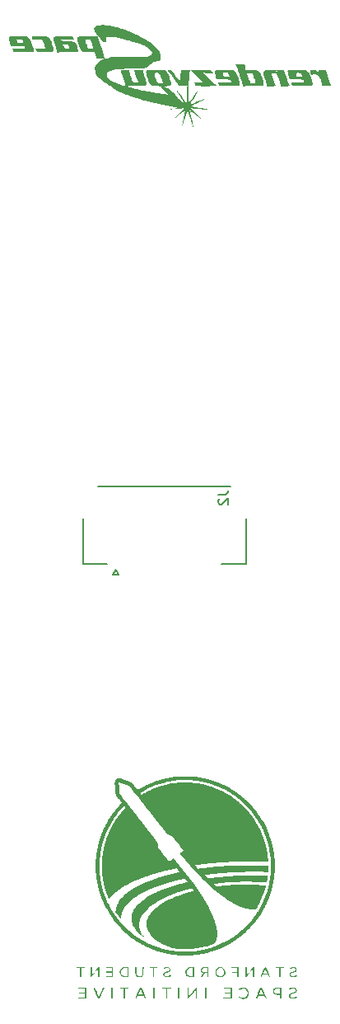
<source format=gbo>
G04 #@! TF.GenerationSoftware,KiCad,Pcbnew,(6.0.5)*
G04 #@! TF.CreationDate,2023-05-08T02:17:39-07:00*
G04 #@! TF.ProjectId,X_Y_Panels,585f595f-5061-46e6-956c-732e6b696361,rev?*
G04 #@! TF.SameCoordinates,Original*
G04 #@! TF.FileFunction,Legend,Bot*
G04 #@! TF.FilePolarity,Positive*
%FSLAX46Y46*%
G04 Gerber Fmt 4.6, Leading zero omitted, Abs format (unit mm)*
G04 Created by KiCad (PCBNEW (6.0.5)) date 2023-05-08 02:17:39*
%MOMM*%
%LPD*%
G01*
G04 APERTURE LIST*
%ADD10C,0.150000*%
%ADD11C,0.127000*%
%ADD12C,0.010000*%
%ADD13C,3.000000*%
%ADD14R,1.700000X1.700000*%
%ADD15O,1.700000X1.700000*%
%ADD16C,3.800000*%
%ADD17C,2.600000*%
G04 APERTURE END LIST*
D10*
X147498380Y-93252666D02*
X148212666Y-93252666D01*
X148355523Y-93205047D01*
X148450761Y-93109809D01*
X148498380Y-92966952D01*
X148498380Y-92871714D01*
X147593619Y-93681238D02*
X147546000Y-93728857D01*
X147498380Y-93824095D01*
X147498380Y-94062190D01*
X147546000Y-94157428D01*
X147593619Y-94205047D01*
X147688857Y-94252666D01*
X147784095Y-94252666D01*
X147926952Y-94205047D01*
X148498380Y-93633619D01*
X148498380Y-94252666D01*
G36*
X152162667Y-51031133D02*
G01*
X152122403Y-51151516D01*
X152039898Y-51241620D01*
X151928590Y-51285068D01*
X151921339Y-51285820D01*
X151841353Y-51289171D01*
X151714886Y-51289991D01*
X151557815Y-51288307D01*
X151386014Y-51284146D01*
X151243951Y-51279712D01*
X151085370Y-51274949D01*
X150965871Y-51272178D01*
X150870280Y-51271544D01*
X150783424Y-51273188D01*
X150690131Y-51277255D01*
X150575225Y-51283888D01*
X150423535Y-51293230D01*
X150028744Y-51317447D01*
X149991845Y-51175279D01*
X149983430Y-51143553D01*
X149945242Y-51008076D01*
X149896336Y-50842983D01*
X149842402Y-50666681D01*
X149789126Y-50497574D01*
X149742196Y-50354068D01*
X149707302Y-50254567D01*
X149686987Y-50199469D01*
X149642513Y-50073681D01*
X149599327Y-49946394D01*
X149596956Y-49939286D01*
X150452065Y-49939286D01*
X150557653Y-50291563D01*
X150592656Y-50403890D01*
X150646883Y-50564776D01*
X150698927Y-50705955D01*
X150741156Y-50806036D01*
X150819072Y-50968233D01*
X151063453Y-50977587D01*
X151084186Y-50978310D01*
X151200758Y-50979565D01*
X151287500Y-50975857D01*
X151326941Y-50967834D01*
X151326917Y-50960100D01*
X151313773Y-50904084D01*
X151285786Y-50805123D01*
X151247033Y-50676077D01*
X151201595Y-50529808D01*
X151153549Y-50379175D01*
X151106976Y-50237041D01*
X151065954Y-50116265D01*
X151034562Y-50029710D01*
X151016879Y-49990234D01*
X151010668Y-49988842D01*
X150956424Y-49982531D01*
X150858713Y-49973211D01*
X150732513Y-49962351D01*
X150452065Y-49939286D01*
X149596956Y-49939286D01*
X149573248Y-49868216D01*
X149526569Y-49729900D01*
X149471469Y-49567821D01*
X149415086Y-49403035D01*
X149289762Y-49038092D01*
X150173253Y-49038092D01*
X150233016Y-49273277D01*
X150269190Y-49406884D01*
X150308124Y-49536568D01*
X150340667Y-49631503D01*
X150355148Y-49668195D01*
X150381736Y-49722276D01*
X150404015Y-49726363D01*
X150434973Y-49688272D01*
X150446878Y-49672850D01*
X150475670Y-49649816D01*
X150521569Y-49634987D01*
X150596517Y-49626590D01*
X150712454Y-49622852D01*
X150881319Y-49622000D01*
X150947353Y-49622347D01*
X151182612Y-49631790D01*
X151367147Y-49656262D01*
X151511522Y-49698604D01*
X151626300Y-49761660D01*
X151722042Y-49848271D01*
X151726629Y-49853485D01*
X151785605Y-49937191D01*
X151852796Y-50055070D01*
X151919756Y-50189238D01*
X151978040Y-50321809D01*
X152019203Y-50434900D01*
X152034801Y-50510626D01*
X152039557Y-50541326D01*
X152063085Y-50623373D01*
X152099680Y-50724938D01*
X152121298Y-50785984D01*
X152152355Y-50903703D01*
X152160699Y-50967834D01*
X152164559Y-50997498D01*
X152162667Y-51031133D01*
G37*
G36*
X149554651Y-50518618D02*
G01*
X149610687Y-50691518D01*
X149656648Y-50846581D01*
X149687740Y-50969723D01*
X149699169Y-51046856D01*
X149699055Y-51055988D01*
X149669932Y-51173189D01*
X149590743Y-51249699D01*
X149463432Y-51283564D01*
X149418339Y-51285839D01*
X149307738Y-51288933D01*
X149150706Y-51291831D01*
X148957933Y-51294376D01*
X148740111Y-51296408D01*
X148507932Y-51297768D01*
X147689748Y-51301139D01*
X147591521Y-51148065D01*
X147551726Y-51083501D01*
X147509619Y-51007148D01*
X147493267Y-50965393D01*
X147493675Y-50964285D01*
X147531438Y-50955058D01*
X147624538Y-50947209D01*
X147764406Y-50941124D01*
X147942471Y-50937190D01*
X148150163Y-50935793D01*
X148807087Y-50935793D01*
X148799172Y-50854695D01*
X148793752Y-50789746D01*
X148786879Y-50731715D01*
X148771625Y-50689379D01*
X148739922Y-50660285D01*
X148683700Y-50641980D01*
X148594891Y-50632009D01*
X148465426Y-50627918D01*
X148287237Y-50627255D01*
X148052255Y-50627566D01*
X147347317Y-50627512D01*
X147255491Y-50349176D01*
X147243356Y-50311386D01*
X147199628Y-50158374D01*
X147164942Y-50011821D01*
X147153917Y-49946394D01*
X147972664Y-49946394D01*
X147994223Y-50068041D01*
X147996761Y-50082132D01*
X148015555Y-50176569D01*
X148031763Y-50244266D01*
X148034977Y-50252766D01*
X148059234Y-50276544D01*
X148112633Y-50292270D01*
X148207085Y-50302339D01*
X148354500Y-50309145D01*
X148433011Y-50311542D01*
X148550394Y-50314057D01*
X148631152Y-50314345D01*
X148661183Y-50312261D01*
X148652418Y-50289248D01*
X148623649Y-50221433D01*
X148581797Y-50125735D01*
X148502484Y-49946394D01*
X147972664Y-49946394D01*
X147153917Y-49946394D01*
X147145925Y-49898961D01*
X147128186Y-49727081D01*
X147253971Y-49682650D01*
X147301971Y-49670106D01*
X147390231Y-49657779D01*
X147516537Y-49648745D01*
X147687591Y-49642686D01*
X147910092Y-49639284D01*
X148190740Y-49638220D01*
X148227341Y-49638224D01*
X148494004Y-49638974D01*
X148704970Y-49642372D01*
X148868426Y-49650352D01*
X148992558Y-49664852D01*
X149085551Y-49687807D01*
X149155592Y-49721153D01*
X149210866Y-49766826D01*
X149259560Y-49826762D01*
X149309858Y-49902897D01*
X149325620Y-49930353D01*
X149374023Y-50033748D01*
X149431526Y-50175647D01*
X149482294Y-50312261D01*
X149493333Y-50341966D01*
X149554651Y-50518618D01*
G37*
G36*
X129057027Y-46157245D02*
G01*
X129196720Y-46160244D01*
X129462863Y-46169131D01*
X129675886Y-46184457D01*
X129843890Y-46210317D01*
X129974974Y-46250805D01*
X130077239Y-46310017D01*
X130158786Y-46392047D01*
X130227716Y-46500990D01*
X130292127Y-46640942D01*
X130360122Y-46815998D01*
X130414254Y-46964369D01*
X130493644Y-47205204D01*
X130542158Y-47396956D01*
X130559539Y-47544991D01*
X130545530Y-47654671D01*
X130499874Y-47731363D01*
X130422312Y-47780429D01*
X130312589Y-47807234D01*
X130219003Y-47815835D01*
X130078239Y-47822992D01*
X129905639Y-47828383D01*
X129715013Y-47831900D01*
X129520170Y-47833437D01*
X129334919Y-47832885D01*
X129173071Y-47830138D01*
X129048433Y-47825088D01*
X128974816Y-47817628D01*
X128920529Y-47799306D01*
X128850608Y-47743134D01*
X128776425Y-47639211D01*
X128736177Y-47569665D01*
X128705464Y-47505033D01*
X128703109Y-47479501D01*
X128716623Y-47479271D01*
X128785520Y-47479152D01*
X128901226Y-47479417D01*
X129051942Y-47480032D01*
X129225870Y-47480965D01*
X129300484Y-47481365D01*
X129469022Y-47481450D01*
X129584911Y-47479183D01*
X129657161Y-47473520D01*
X129694781Y-47463415D01*
X129706780Y-47447823D01*
X129702166Y-47425699D01*
X129690294Y-47389553D01*
X129665063Y-47298999D01*
X129637604Y-47189050D01*
X129637142Y-47187099D01*
X129594756Y-47041515D01*
X129535012Y-46876072D01*
X129468692Y-46718433D01*
X129406575Y-46596258D01*
X129349557Y-46550238D01*
X129237085Y-46515969D01*
X129082025Y-46498586D01*
X128895053Y-46499234D01*
X128686847Y-46519059D01*
X128564160Y-46536370D01*
X128463619Y-46546026D01*
X128403839Y-46535504D01*
X128371712Y-46496606D01*
X128354128Y-46421136D01*
X128337978Y-46300895D01*
X128316417Y-46142626D01*
X129057027Y-46157245D01*
G37*
G36*
X146846794Y-49821165D02*
G01*
X146947332Y-50020331D01*
X146790492Y-49999966D01*
X146739443Y-49994178D01*
X146611738Y-49982665D01*
X146455277Y-49970983D01*
X146293039Y-49960936D01*
X145952426Y-49942272D01*
X146260599Y-50236743D01*
X146296782Y-50271233D01*
X146446536Y-50412853D01*
X146620079Y-50575644D01*
X146798698Y-50742096D01*
X146963679Y-50894695D01*
X147059438Y-50984036D01*
X147176214Y-51096774D01*
X147267433Y-51189439D01*
X147325528Y-51254272D01*
X147342926Y-51283511D01*
X147320768Y-51288639D01*
X147241671Y-51294357D01*
X147114311Y-51299071D01*
X146948040Y-51302779D01*
X146752208Y-51305479D01*
X146536167Y-51307167D01*
X146309268Y-51307843D01*
X146080863Y-51307503D01*
X145860302Y-51306145D01*
X145656937Y-51303769D01*
X145480120Y-51300370D01*
X145339201Y-51295947D01*
X145243533Y-51290497D01*
X145202465Y-51284020D01*
X145180388Y-51259856D01*
X145134561Y-51189535D01*
X145082661Y-51094597D01*
X144999152Y-50929006D01*
X145394691Y-50941624D01*
X145548873Y-50946917D01*
X145700565Y-50952871D01*
X145821910Y-50958420D01*
X145895657Y-50962833D01*
X145904090Y-50963464D01*
X145972734Y-50963409D01*
X146000665Y-50953609D01*
X145999627Y-50951692D01*
X145967526Y-50917521D01*
X145894944Y-50846258D01*
X145787863Y-50743605D01*
X145652264Y-50615262D01*
X145494129Y-50466931D01*
X145319439Y-50304314D01*
X145282802Y-50270294D01*
X145110924Y-50109680D01*
X144956868Y-49964082D01*
X144826623Y-49839278D01*
X144726176Y-49741047D01*
X144661517Y-49675168D01*
X144638633Y-49647417D01*
X144650893Y-49643550D01*
X144718594Y-49637731D01*
X144838812Y-49632558D01*
X145003925Y-49628215D01*
X145206315Y-49624885D01*
X145438361Y-49622752D01*
X145692444Y-49622000D01*
X146746255Y-49622000D01*
X146846794Y-49821165D01*
G37*
G36*
X142373565Y-53678128D02*
G01*
X142416538Y-53709357D01*
X142421735Y-53721809D01*
X142404147Y-53741796D01*
X142394632Y-53740585D01*
X142351659Y-53709357D01*
X142346463Y-53696904D01*
X142364050Y-53676917D01*
X142373565Y-53678128D01*
G37*
G36*
X157096514Y-50639806D02*
G01*
X157146538Y-50818149D01*
X157180123Y-50967997D01*
X157192159Y-51074023D01*
X157189875Y-51118842D01*
X157162698Y-51201211D01*
X157095351Y-51250237D01*
X156975950Y-51277079D01*
X156931780Y-51280937D01*
X156818616Y-51286264D01*
X156659088Y-51290823D01*
X156464307Y-51294380D01*
X156245384Y-51296696D01*
X156013433Y-51297536D01*
X155805202Y-51297179D01*
X155592069Y-51295413D01*
X155430885Y-51291812D01*
X155314411Y-51285982D01*
X155235404Y-51277531D01*
X155186625Y-51266064D01*
X155160833Y-51251188D01*
X155134959Y-51217862D01*
X155089141Y-51145930D01*
X155040733Y-51061684D01*
X155002385Y-50987361D01*
X154986748Y-50945196D01*
X154989123Y-50944435D01*
X155035974Y-50942355D01*
X155135517Y-50941391D01*
X155278184Y-50941544D01*
X155454407Y-50942813D01*
X155654617Y-50945197D01*
X156322517Y-50954601D01*
X156301014Y-50847879D01*
X156290170Y-50789591D01*
X156278004Y-50731311D01*
X156259918Y-50688874D01*
X156227493Y-50659791D01*
X156172308Y-50641575D01*
X156085944Y-50631738D01*
X155959980Y-50627791D01*
X155785997Y-50627248D01*
X155555574Y-50627620D01*
X154863606Y-50627620D01*
X154778918Y-50392435D01*
X154758346Y-50332837D01*
X154709449Y-50171271D01*
X154706602Y-50160008D01*
X155505995Y-50160008D01*
X155525500Y-50251914D01*
X155527644Y-50256769D01*
X155552545Y-50279909D01*
X155606643Y-50294115D01*
X155701804Y-50301261D01*
X155849894Y-50303226D01*
X155926426Y-50302671D01*
X156043742Y-50299257D01*
X156124522Y-50293421D01*
X156154597Y-50285965D01*
X156142817Y-50234175D01*
X156101079Y-50145464D01*
X156044316Y-50057911D01*
X155988609Y-49999292D01*
X155982187Y-49995133D01*
X155894989Y-49964396D01*
X155775908Y-49947833D01*
X155653699Y-49947658D01*
X155557122Y-49966084D01*
X155531178Y-49991641D01*
X155508790Y-50065090D01*
X155505995Y-50160008D01*
X154706602Y-50160008D01*
X154668516Y-50009355D01*
X154640399Y-49867487D01*
X154629948Y-49766065D01*
X154632159Y-49750018D01*
X154657580Y-49716465D01*
X154715710Y-49689854D01*
X154811898Y-49669536D01*
X154951494Y-49654862D01*
X155139847Y-49645184D01*
X155382308Y-49639853D01*
X155684226Y-49638220D01*
X155699021Y-49638221D01*
X155947854Y-49638557D01*
X156140868Y-49639936D01*
X156286667Y-49642979D01*
X156393857Y-49648305D01*
X156471044Y-49656535D01*
X156526833Y-49668290D01*
X156569829Y-49684189D01*
X156608637Y-49704852D01*
X156618452Y-49710843D01*
X156714680Y-49787599D01*
X156792838Y-49876506D01*
X156834256Y-49948013D01*
X156898924Y-50087072D01*
X156967597Y-50258941D01*
X156977240Y-50285965D01*
X157035164Y-50448295D01*
X157096514Y-50639806D01*
G37*
G36*
X135607324Y-47730008D02*
G01*
X135659657Y-47902303D01*
X135707410Y-48074695D01*
X135746534Y-48231796D01*
X135772979Y-48358215D01*
X135782694Y-48438562D01*
X135766521Y-48448631D01*
X135709705Y-48463730D01*
X135683151Y-48467214D01*
X135592945Y-48473575D01*
X135466227Y-48478868D01*
X135321575Y-48482206D01*
X135179757Y-48483586D01*
X135071725Y-48476486D01*
X135002463Y-48450024D01*
X134958235Y-48393571D01*
X134925305Y-48296499D01*
X134889939Y-48148176D01*
X134871919Y-48071813D01*
X134836270Y-47937841D01*
X134803158Y-47853574D01*
X134765885Y-47809242D01*
X134717749Y-47795077D01*
X134652052Y-47801308D01*
X134605265Y-47807266D01*
X134479834Y-47815448D01*
X134320329Y-47819995D01*
X134146520Y-47820898D01*
X133978175Y-47818150D01*
X133835065Y-47811743D01*
X133736960Y-47801669D01*
X133635292Y-47777183D01*
X133522758Y-47725591D01*
X133424597Y-47644704D01*
X133335777Y-47527588D01*
X133251262Y-47367305D01*
X133166021Y-47156921D01*
X133075019Y-46889497D01*
X133018502Y-46702443D01*
X132979011Y-46527374D01*
X133812531Y-46527374D01*
X133820209Y-46588052D01*
X133846374Y-46690379D01*
X133886406Y-46821375D01*
X133935686Y-46968059D01*
X133989592Y-47117453D01*
X134043505Y-47256574D01*
X134092805Y-47372444D01*
X134132870Y-47452081D01*
X134159081Y-47482506D01*
X134204935Y-47485869D01*
X134335117Y-47491093D01*
X134461865Y-47491062D01*
X134569838Y-47486311D01*
X134643692Y-47477374D01*
X134668085Y-47464784D01*
X134656108Y-47428441D01*
X134630574Y-47345177D01*
X134598656Y-47237709D01*
X134596042Y-47228830D01*
X134547920Y-47076871D01*
X134493081Y-46920618D01*
X134436792Y-46773297D01*
X134384317Y-46648138D01*
X134340922Y-46558367D01*
X134311871Y-46517213D01*
X134308576Y-46515579D01*
X134254322Y-46506056D01*
X134161300Y-46500510D01*
X134050217Y-46498919D01*
X133941778Y-46501264D01*
X133856690Y-46507526D01*
X133815659Y-46517685D01*
X133812531Y-46527374D01*
X132979011Y-46527374D01*
X132977852Y-46522238D01*
X132972318Y-46387281D01*
X133006764Y-46291454D01*
X133086059Y-46228639D01*
X133215069Y-46192718D01*
X133398659Y-46177573D01*
X133641698Y-46177086D01*
X133654430Y-46177308D01*
X133835520Y-46180456D01*
X134009270Y-46183442D01*
X134156504Y-46185939D01*
X134258045Y-46187620D01*
X134305255Y-46187665D01*
X134439908Y-46184216D01*
X134601761Y-46176835D01*
X134765451Y-46166572D01*
X135094441Y-46142656D01*
X135147009Y-46333350D01*
X135157643Y-46371236D01*
X135213065Y-46556478D01*
X135285409Y-46784309D01*
X135369908Y-47040229D01*
X135461794Y-47309734D01*
X135516350Y-47464784D01*
X135556300Y-47578322D01*
X135607324Y-47730008D01*
G37*
G36*
X158615703Y-49889625D02*
G01*
X158626771Y-49932626D01*
X158706687Y-50212786D01*
X158800899Y-50502082D01*
X158901075Y-50776138D01*
X158998882Y-51010579D01*
X159012385Y-51040540D01*
X159060325Y-51151458D01*
X159093916Y-51236447D01*
X159106576Y-51279094D01*
X159106450Y-51279981D01*
X159071320Y-51292034D01*
X158978359Y-51299872D01*
X158834090Y-51303175D01*
X158645035Y-51301627D01*
X158183494Y-51292626D01*
X158146646Y-51130429D01*
X158127479Y-51050580D01*
X158079921Y-50875634D01*
X158025491Y-50697945D01*
X157969651Y-50533981D01*
X157917863Y-50400210D01*
X157875587Y-50313099D01*
X157817255Y-50229059D01*
X157744101Y-50162299D01*
X157652066Y-50125248D01*
X157526262Y-50112363D01*
X157351800Y-50118100D01*
X157059768Y-50137019D01*
X157025068Y-50049816D01*
X156996793Y-49969572D01*
X156966762Y-49865295D01*
X156945132Y-49782102D01*
X156919743Y-49694989D01*
X156913697Y-49674720D01*
X156913183Y-49644915D01*
X156939736Y-49629189D01*
X157005960Y-49623049D01*
X157124457Y-49622000D01*
X157241448Y-49626796D01*
X157442949Y-49658634D01*
X157614156Y-49716418D01*
X157738882Y-49795574D01*
X157814739Y-49865295D01*
X157792041Y-49743648D01*
X157769343Y-49622000D01*
X158548000Y-49622000D01*
X158615703Y-49889625D01*
G37*
G36*
X142620719Y-51149797D02*
G01*
X142594065Y-51212561D01*
X142538464Y-51255423D01*
X142444955Y-51282529D01*
X142304576Y-51298025D01*
X142108364Y-51306054D01*
X141929948Y-51310515D01*
X142089838Y-51392614D01*
X142335951Y-51534113D01*
X142597031Y-51716762D01*
X142835925Y-51917143D01*
X143039119Y-52123828D01*
X143193095Y-52325391D01*
X143246552Y-52403769D01*
X143332360Y-52509236D01*
X143439145Y-52616567D01*
X143578150Y-52736765D01*
X143760618Y-52880836D01*
X143766811Y-52885588D01*
X143853537Y-52950459D01*
X143910036Y-52986297D01*
X143935686Y-52988727D01*
X143929864Y-52953376D01*
X143891947Y-52875870D01*
X143821312Y-52751833D01*
X143717337Y-52576893D01*
X143698377Y-52545197D01*
X143542221Y-52281443D01*
X143421334Y-52071787D01*
X143335714Y-51916268D01*
X143285359Y-51814928D01*
X143270268Y-51767807D01*
X143290441Y-51774945D01*
X143345877Y-51836384D01*
X143436573Y-51952163D01*
X143562530Y-52122323D01*
X143723745Y-52346904D01*
X143836002Y-52504166D01*
X143946637Y-52657581D01*
X144042507Y-52788934D01*
X144116075Y-52887901D01*
X144159805Y-52944160D01*
X144238747Y-53038606D01*
X144259964Y-52425131D01*
X144266406Y-52251327D01*
X144275423Y-52036896D01*
X144284878Y-51837909D01*
X144293979Y-51670835D01*
X144301935Y-51552141D01*
X144322689Y-51292626D01*
X143937302Y-51301707D01*
X143788502Y-51303250D01*
X143657392Y-51300758D01*
X143563038Y-51294656D01*
X143519476Y-51285488D01*
X143490478Y-51253369D01*
X143430965Y-51179295D01*
X143350449Y-51075061D01*
X143257832Y-50952013D01*
X143093127Y-50730728D01*
X142945188Y-50532457D01*
X142823364Y-50369897D01*
X142721175Y-50234465D01*
X142632147Y-50117581D01*
X142549800Y-50010664D01*
X142467660Y-49905131D01*
X142413095Y-49834727D01*
X142339660Y-49737662D01*
X142289273Y-49668018D01*
X142270561Y-49637507D01*
X142296770Y-49629986D01*
X142371610Y-49624211D01*
X142478035Y-49622000D01*
X142685509Y-49622000D01*
X142792912Y-49792307D01*
X142820916Y-49835127D01*
X142895589Y-49943727D01*
X142994380Y-50083101D01*
X143107738Y-50239843D01*
X143226114Y-50400544D01*
X143551915Y-50838475D01*
X143589388Y-50514082D01*
X143595170Y-50460991D01*
X143611904Y-50270190D01*
X143624273Y-50073443D01*
X143629937Y-49905844D01*
X143633013Y-49622000D01*
X144582112Y-49622000D01*
X144562061Y-49776087D01*
X144552277Y-49862287D01*
X144538739Y-49999118D01*
X144523789Y-50163333D01*
X144509246Y-50335666D01*
X144495245Y-50491526D01*
X144475972Y-50672468D01*
X144455832Y-50833421D01*
X144437434Y-50952013D01*
X144422857Y-51065478D01*
X144410790Y-51237205D01*
X144402552Y-51447185D01*
X144398264Y-51681685D01*
X144398047Y-51926970D01*
X144402021Y-52169307D01*
X144410308Y-52394962D01*
X144423027Y-52590200D01*
X144430408Y-52679328D01*
X144440569Y-52812919D01*
X144447283Y-52915938D01*
X144449373Y-52971362D01*
X144450095Y-53001208D01*
X144457532Y-53028131D01*
X144459189Y-53027114D01*
X144486830Y-52993507D01*
X144539511Y-52921918D01*
X144607585Y-52825385D01*
X144664470Y-52743506D01*
X144814900Y-52528664D01*
X144958675Y-52325608D01*
X145090766Y-52141276D01*
X145206144Y-51982605D01*
X145299780Y-51856532D01*
X145366645Y-51769996D01*
X145401708Y-51729934D01*
X145403910Y-51739716D01*
X145379083Y-51796382D01*
X145330525Y-51892715D01*
X145262959Y-52020227D01*
X145181108Y-52170432D01*
X145089693Y-52334843D01*
X144993437Y-52504972D01*
X144897062Y-52672333D01*
X144805290Y-52828439D01*
X144722844Y-52964802D01*
X144654447Y-53072935D01*
X144593156Y-53166398D01*
X144672663Y-53143817D01*
X144719590Y-53128512D01*
X144818695Y-53091853D01*
X144930587Y-53047127D01*
X145041386Y-53001258D01*
X145300144Y-52894991D01*
X145577335Y-52782102D01*
X145844743Y-52674103D01*
X145965807Y-52628376D01*
X146070354Y-52594675D01*
X146143350Y-52577229D01*
X146177332Y-52577212D01*
X146164837Y-52595799D01*
X146098403Y-52634165D01*
X145840508Y-52765492D01*
X145580610Y-52898907D01*
X145345539Y-53020690D01*
X145140819Y-53127926D01*
X144971976Y-53217699D01*
X144844534Y-53287094D01*
X144764017Y-53333197D01*
X144735951Y-53353091D01*
X144748996Y-53360906D01*
X144813174Y-53379751D01*
X144918791Y-53403994D01*
X145052234Y-53430312D01*
X145095583Y-53438357D01*
X145286249Y-53475030D01*
X145486740Y-53515186D01*
X145660194Y-53551478D01*
X145706108Y-53561210D01*
X145860679Y-53591652D01*
X146004258Y-53616877D01*
X146110731Y-53632206D01*
X146159897Y-53638444D01*
X146264860Y-53656404D01*
X146337552Y-53675035D01*
X146405511Y-53700175D01*
X146334280Y-53722782D01*
X146281956Y-53730154D01*
X146205056Y-53714627D01*
X146203221Y-53713708D01*
X146140130Y-53698141D01*
X146035104Y-53686222D01*
X145909874Y-53680468D01*
X145834719Y-53677791D01*
X145687940Y-53668199D01*
X145511903Y-53653343D01*
X145322269Y-53634867D01*
X145134701Y-53614418D01*
X144964862Y-53593641D01*
X144828412Y-53574180D01*
X144741015Y-53557681D01*
X144691235Y-53552164D01*
X144674952Y-53569025D01*
X144692435Y-53589883D01*
X144751718Y-53650956D01*
X144846543Y-53745011D01*
X144970413Y-53865680D01*
X145116834Y-54006598D01*
X145279309Y-54161398D01*
X145415000Y-54290294D01*
X145591021Y-54458686D01*
X145722445Y-54586487D01*
X145811122Y-54675824D01*
X145858898Y-54728823D01*
X145867623Y-54747610D01*
X145839144Y-54734310D01*
X145775311Y-54691051D01*
X145677970Y-54619957D01*
X145609831Y-54568160D01*
X145503394Y-54485785D01*
X145370688Y-54382256D01*
X145222780Y-54266288D01*
X145070738Y-54146593D01*
X144925629Y-54031885D01*
X144798522Y-53930878D01*
X144700485Y-53852285D01*
X144642585Y-53804819D01*
X144602336Y-53772564D01*
X144561413Y-53753673D01*
X144553931Y-53785928D01*
X144575639Y-53873702D01*
X144602933Y-53980453D01*
X144622788Y-54084607D01*
X144627488Y-54112123D01*
X144648306Y-54209129D01*
X144679550Y-54339185D01*
X144716435Y-54481989D01*
X144736614Y-54559705D01*
X144763369Y-54672985D01*
X144778201Y-54750881D01*
X144778298Y-54779855D01*
X144774431Y-54786864D01*
X144796576Y-54823389D01*
X144812972Y-54848548D01*
X144816129Y-54883500D01*
X144815188Y-54884815D01*
X144814866Y-54928735D01*
X144828903Y-55015963D01*
X144853315Y-55129351D01*
X144884116Y-55251749D01*
X144917320Y-55366006D01*
X144948942Y-55454975D01*
X144954901Y-55469559D01*
X144983403Y-55550615D01*
X144994479Y-55602910D01*
X144988037Y-55612189D01*
X144964984Y-55579304D01*
X144929940Y-55506960D01*
X144887883Y-55407611D01*
X144843793Y-55293711D01*
X144802650Y-55177714D01*
X144769433Y-55072074D01*
X144749122Y-54989247D01*
X144741505Y-54957818D01*
X144711233Y-54865774D01*
X144669891Y-54760880D01*
X144650927Y-54714774D01*
X144606499Y-54593685D01*
X144575340Y-54491160D01*
X144573649Y-54484497D01*
X144546675Y-54391304D01*
X144506413Y-54265051D01*
X144460912Y-54131068D01*
X144451858Y-54105272D01*
X144410426Y-53986952D01*
X144377670Y-53892986D01*
X144360018Y-53841799D01*
X144354550Y-53829274D01*
X144326680Y-53818185D01*
X144294856Y-53857249D01*
X144268757Y-53936432D01*
X144263497Y-53957018D01*
X144238360Y-54039601D01*
X144197764Y-54164255D01*
X144145978Y-54318010D01*
X144087270Y-54487901D01*
X144057643Y-54572859D01*
X144002710Y-54731946D01*
X143957113Y-54866040D01*
X143924935Y-54963078D01*
X143910259Y-55010996D01*
X143900190Y-55044999D01*
X143870490Y-55124626D01*
X143831745Y-55216914D01*
X143792102Y-55303585D01*
X143759709Y-55366358D01*
X143742710Y-55386954D01*
X143742168Y-55385930D01*
X143746799Y-55345858D01*
X143766042Y-55261978D01*
X143796162Y-55150782D01*
X143829570Y-55026401D01*
X143858660Y-54902203D01*
X143875122Y-54812294D01*
X143883530Y-54762429D01*
X143908952Y-54643951D01*
X143946823Y-54484940D01*
X143993887Y-54298512D01*
X144046888Y-54097787D01*
X144102572Y-53895883D01*
X144116963Y-53841020D01*
X144131057Y-53769707D01*
X144129385Y-53741796D01*
X144113567Y-53750782D01*
X144054105Y-53792833D01*
X143960258Y-53862469D01*
X143841813Y-53952135D01*
X143708557Y-54054281D01*
X143570276Y-54161352D01*
X143436758Y-54265796D01*
X143317788Y-54360062D01*
X143223154Y-54436596D01*
X143162643Y-54487846D01*
X143136849Y-54510426D01*
X143038179Y-54591412D01*
X142936119Y-54669438D01*
X142806913Y-54763635D01*
X142881478Y-54666317D01*
X142892201Y-54653314D01*
X142951823Y-54588781D01*
X143047637Y-54490570D01*
X143171539Y-54366807D01*
X143315423Y-54225616D01*
X143471183Y-54075125D01*
X143594732Y-53955871D01*
X143747693Y-53804504D01*
X143855853Y-53691301D01*
X143921554Y-53613376D01*
X143947141Y-53567842D01*
X143934957Y-53551810D01*
X143887345Y-53562395D01*
X143870629Y-53567633D01*
X143777170Y-53587223D01*
X143641962Y-53606828D01*
X143476804Y-53625608D01*
X143293494Y-53642720D01*
X143103832Y-53657323D01*
X142919614Y-53668576D01*
X142752639Y-53675637D01*
X142614707Y-53677665D01*
X142517615Y-53673818D01*
X142473161Y-53663255D01*
X142471623Y-53660634D01*
X142496965Y-53649217D01*
X142565218Y-53644693D01*
X142588652Y-53643830D01*
X142686026Y-53633960D01*
X142819155Y-53615669D01*
X142968010Y-53592220D01*
X143112559Y-53566878D01*
X143232772Y-53542905D01*
X143308620Y-53523566D01*
X143311075Y-53522189D01*
X143289379Y-53508847D01*
X143215800Y-53487561D01*
X143100520Y-53460967D01*
X142953717Y-53431700D01*
X142935947Y-53428400D01*
X142783285Y-53401642D01*
X142655475Y-53381965D01*
X142565448Y-53371200D01*
X142526137Y-53371178D01*
X142519740Y-53373955D01*
X142484815Y-53358023D01*
X142449145Y-53338296D01*
X142377146Y-53327064D01*
X142353815Y-53325150D01*
X142261836Y-53310994D01*
X142135457Y-53286396D01*
X141994827Y-53255147D01*
X141939905Y-53242374D01*
X141796771Y-53210786D01*
X141672570Y-53185605D01*
X141589335Y-53171382D01*
X141557837Y-53166316D01*
X141454140Y-53144955D01*
X141318746Y-53113278D01*
X141172698Y-53076095D01*
X141093251Y-53055887D01*
X140971819Y-53028816D01*
X140882404Y-53013833D01*
X140840195Y-53013787D01*
X140829505Y-53017899D01*
X140810791Y-52995691D01*
X140808883Y-52983788D01*
X140782602Y-52976845D01*
X140772272Y-52978723D01*
X140709886Y-52971293D01*
X140607973Y-52949206D01*
X140482538Y-52915723D01*
X140441851Y-52904084D01*
X140306245Y-52866822D01*
X140189530Y-52836882D01*
X140113345Y-52819883D01*
X140087490Y-52814696D01*
X139979782Y-52788485D01*
X139823490Y-52746438D01*
X139628273Y-52691265D01*
X139403788Y-52625674D01*
X139159697Y-52552376D01*
X139108209Y-52536783D01*
X138988236Y-52501007D01*
X138897154Y-52474634D01*
X138851523Y-52462494D01*
X138820063Y-52453981D01*
X138734138Y-52427545D01*
X138610635Y-52388024D01*
X138463211Y-52339915D01*
X138305525Y-52287718D01*
X138151234Y-52235931D01*
X138013996Y-52189051D01*
X137907470Y-52151577D01*
X137618517Y-52035011D01*
X137232725Y-51842763D01*
X136828342Y-51600756D01*
X136399041Y-51305440D01*
X136280710Y-51221363D01*
X136136994Y-51122296D01*
X136001130Y-51031214D01*
X135814208Y-50904946D01*
X135616717Y-50764573D01*
X135434209Y-50628006D01*
X135276662Y-50502940D01*
X135154053Y-50397068D01*
X135076360Y-50318084D01*
X135055318Y-50290995D01*
X134962109Y-50133306D01*
X134883703Y-49943236D01*
X134829653Y-49747473D01*
X134809514Y-49572702D01*
X134819379Y-49437243D01*
X134883938Y-49204118D01*
X135003278Y-48992104D01*
X135171069Y-48811184D01*
X135380983Y-48671343D01*
X135422004Y-48651605D01*
X135593619Y-48582069D01*
X135806291Y-48510307D01*
X136042213Y-48441617D01*
X136283578Y-48381298D01*
X136512579Y-48334647D01*
X136558892Y-48326865D01*
X136640927Y-48315106D01*
X136730253Y-48305483D01*
X136833271Y-48297838D01*
X136956376Y-48292015D01*
X137105969Y-48287857D01*
X137288446Y-48285207D01*
X137510205Y-48283909D01*
X137777645Y-48283806D01*
X138097164Y-48284740D01*
X138475159Y-48286556D01*
X138534241Y-48286865D01*
X138935195Y-48288387D01*
X139275599Y-48288515D01*
X139559254Y-48287186D01*
X139789960Y-48284336D01*
X139971519Y-48279900D01*
X140107732Y-48273815D01*
X140202399Y-48266016D01*
X140259322Y-48256439D01*
X140359512Y-48222368D01*
X140505578Y-48139138D01*
X140610903Y-48032834D01*
X140667492Y-47912639D01*
X140667351Y-47787737D01*
X140667035Y-47786505D01*
X140621531Y-47698893D01*
X140531501Y-47590322D01*
X140408806Y-47471395D01*
X140265309Y-47352714D01*
X140112869Y-47244879D01*
X139963348Y-47158493D01*
X139907214Y-47130836D01*
X139793262Y-47077549D01*
X139706056Y-47040647D01*
X139661031Y-47026853D01*
X139615859Y-47016314D01*
X139528708Y-46986802D01*
X139420211Y-46944972D01*
X139316653Y-46905431D01*
X139206765Y-46868782D01*
X139130774Y-46849471D01*
X139106356Y-46844816D01*
X139015218Y-46823012D01*
X138890210Y-46789737D01*
X138750893Y-46750107D01*
X138544312Y-46689638D01*
X138304586Y-46620237D01*
X138117050Y-46567090D01*
X137975961Y-46528605D01*
X137875576Y-46503190D01*
X137810152Y-46489251D01*
X137737158Y-46473284D01*
X137622106Y-46443726D01*
X137496045Y-46408193D01*
X137492367Y-46407109D01*
X137381095Y-46376201D01*
X137295108Y-46355721D01*
X137252750Y-46350052D01*
X137236266Y-46350808D01*
X137177585Y-46338011D01*
X137110760Y-46320408D01*
X136982699Y-46298850D01*
X136820154Y-46279131D01*
X136639924Y-46262960D01*
X136458811Y-46252045D01*
X136293613Y-46248095D01*
X135977330Y-46248309D01*
X135977330Y-46395328D01*
X135965072Y-46536506D01*
X135924317Y-46665314D01*
X135860592Y-46751885D01*
X135779699Y-46788750D01*
X135687440Y-46768443D01*
X135669843Y-46756109D01*
X135607756Y-46697395D01*
X135525085Y-46607085D01*
X135434810Y-46499022D01*
X135384184Y-46435919D01*
X135265416Y-46289051D01*
X135135870Y-46130011D01*
X135015755Y-45983654D01*
X134940518Y-45888781D01*
X134850501Y-45764900D01*
X134781713Y-45658067D01*
X134744917Y-45584157D01*
X134738872Y-45564637D01*
X134721130Y-45403796D01*
X134762641Y-45263505D01*
X134859315Y-45151685D01*
X135007065Y-45076257D01*
X135018229Y-45073194D01*
X135100203Y-45060366D01*
X135222410Y-45049592D01*
X135369860Y-45041274D01*
X135527563Y-45035816D01*
X135680529Y-45033620D01*
X135813769Y-45035089D01*
X135912292Y-45040626D01*
X135961110Y-45050632D01*
X135964054Y-45052195D01*
X136017798Y-45065125D01*
X136114979Y-45078832D01*
X136236845Y-45090597D01*
X136373561Y-45105558D01*
X136537462Y-45131800D01*
X136674776Y-45161969D01*
X136765349Y-45185340D01*
X136876162Y-45211106D01*
X136952248Y-45225446D01*
X136954196Y-45225713D01*
X137034642Y-45243654D01*
X137162375Y-45279733D01*
X137324340Y-45329706D01*
X137507484Y-45389327D01*
X137698752Y-45454349D01*
X137885091Y-45520527D01*
X138053447Y-45583615D01*
X138132239Y-45614118D01*
X138276392Y-45669652D01*
X138400997Y-45717326D01*
X138485600Y-45749299D01*
X138546000Y-45773395D01*
X138686340Y-45835064D01*
X138863580Y-45917530D01*
X139065025Y-46014495D01*
X139277978Y-46119658D01*
X139489745Y-46226720D01*
X139687630Y-46329381D01*
X139858938Y-46421341D01*
X139990974Y-46496300D01*
X140009623Y-46507430D01*
X140415927Y-46769703D01*
X140761642Y-47033463D01*
X141046069Y-47297886D01*
X141268506Y-47562144D01*
X141428256Y-47825412D01*
X141524619Y-48086864D01*
X141556896Y-48345674D01*
X141554874Y-48410165D01*
X141530789Y-48538038D01*
X141473355Y-48631628D01*
X141374880Y-48697027D01*
X141227673Y-48740323D01*
X141024042Y-48767610D01*
X140794571Y-48788472D01*
X140535057Y-49038533D01*
X140505201Y-49067068D01*
X140307640Y-49241565D01*
X140136521Y-49364301D01*
X139986107Y-49438884D01*
X139850659Y-49468921D01*
X139829142Y-49470644D01*
X139743035Y-49482335D01*
X139691634Y-49496902D01*
X139691213Y-49497111D01*
X139649587Y-49501612D01*
X139550825Y-49506002D01*
X139402325Y-49510136D01*
X139211487Y-49513868D01*
X138985711Y-49517052D01*
X138732395Y-49519543D01*
X138458939Y-49521195D01*
X138187432Y-49522768D01*
X137922603Y-49525158D01*
X137680932Y-49528190D01*
X137470762Y-49531723D01*
X137300439Y-49535616D01*
X137178305Y-49539728D01*
X137112707Y-49543918D01*
X136889815Y-49576079D01*
X136602061Y-49637231D01*
X136367813Y-49713471D01*
X136190519Y-49803594D01*
X136073631Y-49906396D01*
X136067170Y-49915223D01*
X136028676Y-50019293D01*
X136023927Y-50152232D01*
X136051317Y-50291174D01*
X136109239Y-50413256D01*
X136109951Y-50414289D01*
X136190419Y-50502367D01*
X136315157Y-50605583D01*
X136469119Y-50713391D01*
X136637259Y-50815246D01*
X136804533Y-50900603D01*
X136905138Y-50945163D01*
X137066841Y-51013070D01*
X137230143Y-51078054D01*
X137379815Y-51134273D01*
X137500630Y-51175887D01*
X137577359Y-51197054D01*
X137598083Y-51201409D01*
X137689281Y-51226215D01*
X137793320Y-51259970D01*
X137834620Y-51274432D01*
X137906992Y-51299094D01*
X137938768Y-51308846D01*
X137939197Y-51306505D01*
X137932607Y-51262599D01*
X137915418Y-51174567D01*
X137890515Y-51057441D01*
X137871512Y-50974748D01*
X137845428Y-50873315D01*
X137812859Y-50760329D01*
X137770687Y-50625901D01*
X137715790Y-50460138D01*
X137645048Y-50253152D01*
X137555341Y-49995053D01*
X137553165Y-49988820D01*
X137511068Y-49866694D01*
X137475649Y-49761353D01*
X137454377Y-49694989D01*
X137432728Y-49622000D01*
X138341426Y-49622000D01*
X138362855Y-49776087D01*
X138365495Y-49793537D01*
X138394808Y-49931721D01*
X138441832Y-50106831D01*
X138500296Y-50299100D01*
X138563932Y-50488759D01*
X138626468Y-50656040D01*
X138681637Y-50781177D01*
X138765581Y-50946834D01*
X139009718Y-50957533D01*
X139135252Y-50961133D01*
X139209647Y-50956823D01*
X139244898Y-50942374D01*
X139253778Y-50915591D01*
X139250822Y-50893884D01*
X139228711Y-50807561D01*
X139186028Y-50666260D01*
X139124011Y-50473870D01*
X139043898Y-50234285D01*
X138946929Y-49951396D01*
X138939403Y-49929469D01*
X138901352Y-49812114D01*
X138874561Y-49718615D01*
X138864431Y-49667552D01*
X138875638Y-49648834D01*
X138915768Y-49635684D01*
X138993804Y-49627455D01*
X139118725Y-49623207D01*
X139299511Y-49622000D01*
X139734590Y-49622000D01*
X139756596Y-49759867D01*
X139762597Y-49790093D01*
X139788749Y-49892945D01*
X139829525Y-50035707D01*
X139880653Y-50203716D01*
X139937864Y-50382305D01*
X140009499Y-50608976D01*
X140059522Y-50791719D01*
X140086525Y-50931409D01*
X140091601Y-51036539D01*
X140075847Y-51115603D01*
X140040357Y-51177096D01*
X140015611Y-51202956D01*
X139948148Y-51244524D01*
X139850451Y-51272582D01*
X139713998Y-51288396D01*
X139530264Y-51293231D01*
X139290728Y-51288351D01*
X139249661Y-51286938D01*
X139087240Y-51281406D01*
X138949059Y-51276785D01*
X138848653Y-51273523D01*
X138799552Y-51272068D01*
X138766215Y-51272039D01*
X138667952Y-51274975D01*
X138541468Y-51281071D01*
X138402268Y-51289302D01*
X138265857Y-51298643D01*
X138147741Y-51308067D01*
X138063425Y-51316551D01*
X138028413Y-51323067D01*
X138028220Y-51323270D01*
X138045452Y-51339531D01*
X138106388Y-51357448D01*
X138124608Y-51361507D01*
X138214124Y-51384007D01*
X138337992Y-51417305D01*
X138475159Y-51455788D01*
X138519515Y-51468354D01*
X138655639Y-51505237D01*
X138772331Y-51534546D01*
X138848211Y-51550835D01*
X138859697Y-51552866D01*
X138947265Y-51571620D01*
X139069976Y-51600999D01*
X139205044Y-51635593D01*
X139216904Y-51638714D01*
X139369094Y-51675999D01*
X139521563Y-51709227D01*
X139642975Y-51731530D01*
X139680747Y-51737606D01*
X139812312Y-51761135D01*
X139970712Y-51791772D01*
X140129565Y-51824476D01*
X140194636Y-51838032D01*
X140348219Y-51867805D01*
X140485791Y-51891708D01*
X140583716Y-51905522D01*
X140640391Y-51912707D01*
X140765028Y-51931749D01*
X140918156Y-51957597D01*
X141078647Y-51986783D01*
X141195833Y-52007389D01*
X141327237Y-52026433D01*
X141425741Y-52035963D01*
X141476029Y-52034153D01*
X141500723Y-52029192D01*
X141524456Y-52047656D01*
X141526997Y-52054115D01*
X141570143Y-52073015D01*
X141649760Y-52081471D01*
X141663389Y-52081887D01*
X141764991Y-52091069D01*
X141899849Y-52109554D01*
X142042615Y-52133954D01*
X142084634Y-52141844D01*
X142206191Y-52163714D01*
X142298834Y-52178973D01*
X142345183Y-52184708D01*
X142346645Y-52180609D01*
X142320327Y-52141905D01*
X142258090Y-52068909D01*
X142166973Y-51969663D01*
X142054017Y-51852205D01*
X142018019Y-51815220D01*
X141898487Y-51688233D01*
X141794999Y-51572164D01*
X141717611Y-51478551D01*
X141676381Y-51418934D01*
X141624928Y-51318167D01*
X141187478Y-51301474D01*
X141161314Y-51300446D01*
X140953178Y-51288552D01*
X140796725Y-51269271D01*
X140680098Y-51238254D01*
X140591436Y-51191153D01*
X140518882Y-51123622D01*
X140450575Y-51031312D01*
X140439578Y-51013601D01*
X140384801Y-50904269D01*
X140321432Y-50752421D01*
X140255156Y-50574629D01*
X140191656Y-50387461D01*
X140136617Y-50207489D01*
X140095723Y-50051281D01*
X140081425Y-49972641D01*
X140918143Y-49972641D01*
X140923101Y-50003162D01*
X140929490Y-50022065D01*
X140951047Y-50103890D01*
X140972877Y-50205908D01*
X141000973Y-50318920D01*
X141045893Y-50459648D01*
X141100329Y-50608006D01*
X141157461Y-50746486D01*
X141210469Y-50857582D01*
X141252534Y-50923786D01*
X141275054Y-50944334D01*
X141328893Y-50968861D01*
X141414598Y-50981114D01*
X141548555Y-50984452D01*
X141789674Y-50984452D01*
X141766667Y-50846585D01*
X141745207Y-50749685D01*
X141708312Y-50617001D01*
X141664825Y-50481643D01*
X141659855Y-50467334D01*
X141592420Y-50278004D01*
X141536071Y-50141178D01*
X141482030Y-50048335D01*
X141421518Y-49990955D01*
X141345758Y-49960519D01*
X141245972Y-49948505D01*
X141113382Y-49946394D01*
X141005053Y-49947982D01*
X140941299Y-49955489D01*
X140918143Y-49972641D01*
X140081425Y-49972641D01*
X140074656Y-49935407D01*
X140071645Y-49903974D01*
X140069329Y-49810955D01*
X140086711Y-49751901D01*
X140129375Y-49703099D01*
X140141920Y-49692402D01*
X140168733Y-49675367D01*
X140205865Y-49662326D01*
X140261110Y-49652748D01*
X140342263Y-49646102D01*
X140457118Y-49641857D01*
X140613469Y-49639483D01*
X140819110Y-49638447D01*
X141081835Y-49638220D01*
X141259805Y-49638300D01*
X141506337Y-49639554D01*
X141700623Y-49643771D01*
X141850530Y-49652749D01*
X141963929Y-49668287D01*
X142048686Y-49692187D01*
X142112671Y-49726247D01*
X142163752Y-49772266D01*
X142209798Y-49832046D01*
X142258676Y-49907385D01*
X142304663Y-49988857D01*
X142380170Y-50153717D01*
X142454383Y-50347676D01*
X142521757Y-50553307D01*
X142576747Y-50753187D01*
X142613808Y-50929890D01*
X142619254Y-50984452D01*
X142627394Y-51065992D01*
X142620719Y-51149797D01*
G37*
G36*
X153385445Y-49719003D02*
G01*
X153446760Y-49760431D01*
X153514724Y-49798592D01*
X153548018Y-49806442D01*
X153548695Y-49805628D01*
X153534417Y-49777173D01*
X153481166Y-49734399D01*
X153480627Y-49734045D01*
X153421725Y-49686687D01*
X153397253Y-49649793D01*
X153398468Y-49647499D01*
X153440525Y-49637469D01*
X153534877Y-49630749D01*
X153671037Y-49627828D01*
X153838519Y-49629195D01*
X154279784Y-49638220D01*
X154353778Y-49930174D01*
X154425073Y-50192022D01*
X154561735Y-50610139D01*
X154712818Y-50978762D01*
X154728007Y-51012046D01*
X154777204Y-51126221D01*
X154811625Y-51216161D01*
X154824584Y-51264755D01*
X154812614Y-51282474D01*
X154769855Y-51295254D01*
X154687787Y-51303358D01*
X154557901Y-51307612D01*
X154371684Y-51308846D01*
X153918783Y-51308846D01*
X153886543Y-51187198D01*
X153880194Y-51162915D01*
X153849987Y-51042109D01*
X153820929Y-50919574D01*
X153820032Y-50915706D01*
X153794954Y-50823574D01*
X153756203Y-50698198D01*
X153708527Y-50553163D01*
X153656676Y-50402055D01*
X153605399Y-50258460D01*
X153559445Y-50135964D01*
X153523563Y-50048152D01*
X153502502Y-50008612D01*
X153497981Y-50005940D01*
X153443749Y-49992428D01*
X153346226Y-49977839D01*
X153222835Y-49964895D01*
X153110940Y-49955701D01*
X153029068Y-49952403D01*
X152988812Y-49959803D01*
X152977741Y-49980641D01*
X152983428Y-50017657D01*
X152992151Y-50056825D01*
X153066566Y-50334558D01*
X153163106Y-50625714D01*
X153270182Y-50894844D01*
X153306932Y-50978940D01*
X153360000Y-51102916D01*
X153399858Y-51199224D01*
X153419890Y-51252077D01*
X153420232Y-51253214D01*
X153421759Y-51275104D01*
X153405026Y-51290381D01*
X153360710Y-51300220D01*
X153279488Y-51305795D01*
X153152038Y-51308279D01*
X152969037Y-51308846D01*
X152500815Y-51308846D01*
X152443630Y-51057441D01*
X152406185Y-50908043D01*
X152357895Y-50738778D01*
X152311337Y-50595180D01*
X152293942Y-50545813D01*
X152227940Y-50347036D01*
X152176838Y-50173809D01*
X152143832Y-50037641D01*
X152132119Y-49950041D01*
X152134769Y-49917317D01*
X152166265Y-49816352D01*
X152221377Y-49724521D01*
X152285006Y-49669528D01*
X152292927Y-49666963D01*
X152360035Y-49656502D01*
X152474674Y-49646029D01*
X152623073Y-49636634D01*
X152791454Y-49629409D01*
X153239933Y-49614504D01*
X153385445Y-49719003D01*
G37*
G36*
X128438122Y-47314344D02*
G01*
X128475178Y-47441609D01*
X128500349Y-47542603D01*
X128508595Y-47609942D01*
X128501562Y-47658617D01*
X128480898Y-47703616D01*
X128474687Y-47714408D01*
X128442668Y-47755230D01*
X128395791Y-47780396D01*
X128317396Y-47795882D01*
X128190822Y-47807663D01*
X128097477Y-47813377D01*
X127942435Y-47819621D01*
X127758156Y-47824557D01*
X127555095Y-47828151D01*
X127343709Y-47830372D01*
X127134451Y-47831186D01*
X126937776Y-47830561D01*
X126764140Y-47828464D01*
X126623999Y-47824861D01*
X126527805Y-47819721D01*
X126486016Y-47813011D01*
X126465536Y-47791923D01*
X126417452Y-47725449D01*
X126361286Y-47635091D01*
X126271804Y-47481004D01*
X127607981Y-47481004D01*
X127607538Y-47408016D01*
X127604074Y-47355986D01*
X127587535Y-47262039D01*
X127587206Y-47260812D01*
X127579266Y-47237166D01*
X127564355Y-47219385D01*
X127534200Y-47206633D01*
X127480529Y-47198074D01*
X127395068Y-47192872D01*
X127269547Y-47190192D01*
X127095691Y-47189196D01*
X126865230Y-47189050D01*
X126162484Y-47189050D01*
X126057092Y-46872767D01*
X126026269Y-46777041D01*
X125972822Y-46580177D01*
X125961758Y-46507824D01*
X126766180Y-46507824D01*
X126786414Y-46613252D01*
X126807776Y-46706092D01*
X126833459Y-46791668D01*
X126847505Y-46821873D01*
X126874323Y-46845264D01*
X126925089Y-46858114D01*
X127013444Y-46863540D01*
X127153028Y-46864657D01*
X127218936Y-46863891D01*
X127335329Y-46858142D01*
X127415762Y-46847991D01*
X127445785Y-46834907D01*
X127442054Y-46816196D01*
X127419064Y-46748387D01*
X127382059Y-46656490D01*
X127318333Y-46507824D01*
X126766180Y-46507824D01*
X125961758Y-46507824D01*
X125950147Y-46431891D01*
X125957662Y-46326439D01*
X125994785Y-46258076D01*
X126019438Y-46238359D01*
X126081819Y-46210099D01*
X126175257Y-46188393D01*
X126306503Y-46172533D01*
X126482306Y-46161808D01*
X126709418Y-46155509D01*
X126994588Y-46152925D01*
X127262653Y-46154220D01*
X127478760Y-46161038D01*
X127647846Y-46174934D01*
X127778838Y-46197447D01*
X127880662Y-46230119D01*
X127962243Y-46274491D01*
X128032507Y-46332104D01*
X128040782Y-46340555D01*
X128105364Y-46434463D01*
X128179925Y-46584937D01*
X128261929Y-46785837D01*
X128279323Y-46834907D01*
X128348840Y-47031020D01*
X128438122Y-47314344D01*
G37*
G36*
X133064110Y-47642457D02*
G01*
X133064742Y-47649693D01*
X133066565Y-47711272D01*
X133048686Y-47747224D01*
X132996548Y-47770723D01*
X132895593Y-47794941D01*
X132751637Y-47814596D01*
X132548521Y-47822533D01*
X132295465Y-47817981D01*
X132111697Y-47810849D01*
X131956957Y-47805653D01*
X131833481Y-47803283D01*
X131723737Y-47803853D01*
X131610193Y-47807473D01*
X131475318Y-47814256D01*
X131301580Y-47824312D01*
X130924042Y-47846566D01*
X130886636Y-47672149D01*
X130884615Y-47663009D01*
X130857730Y-47559179D01*
X130815742Y-47414185D01*
X130764001Y-47245978D01*
X130707860Y-47072508D01*
X130697590Y-47041348D01*
X130694865Y-47032625D01*
X131518256Y-47032625D01*
X131528661Y-47073308D01*
X131559760Y-47154947D01*
X131605726Y-47262039D01*
X131703997Y-47481004D01*
X131959182Y-47481004D01*
X131992156Y-47480757D01*
X132105288Y-47475645D01*
X132184518Y-47465279D01*
X132214367Y-47451451D01*
X132207674Y-47421247D01*
X132182849Y-47344229D01*
X132145989Y-47243216D01*
X132077611Y-47064534D01*
X131803927Y-47041736D01*
X131755673Y-47037919D01*
X131638286Y-47030529D01*
X131554115Y-47028028D01*
X131518849Y-47031006D01*
X131518256Y-47032625D01*
X130694865Y-47032625D01*
X130645536Y-46874706D01*
X130602186Y-46721864D01*
X130571814Y-46598623D01*
X130558691Y-46520785D01*
X130554644Y-46437955D01*
X130557428Y-46359285D01*
X130574317Y-46297547D01*
X130611659Y-46250566D01*
X130675799Y-46216165D01*
X130773084Y-46192170D01*
X130909860Y-46176405D01*
X131092474Y-46166693D01*
X131327272Y-46160860D01*
X131620600Y-46156729D01*
X132470384Y-46146246D01*
X132553231Y-46309737D01*
X132587213Y-46379124D01*
X132622425Y-46458156D01*
X132636078Y-46499507D01*
X132634596Y-46501251D01*
X132591105Y-46508180D01*
X132494512Y-46513011D01*
X132354492Y-46515546D01*
X132180715Y-46515585D01*
X131982854Y-46512930D01*
X131329630Y-46500074D01*
X131390836Y-46582779D01*
X131407314Y-46604189D01*
X131445222Y-46642778D01*
X131493064Y-46669610D01*
X131561826Y-46686827D01*
X131662496Y-46696569D01*
X131806062Y-46700979D01*
X132003511Y-46702198D01*
X132011063Y-46702215D01*
X132183049Y-46705409D01*
X132342706Y-46713215D01*
X132472520Y-46724493D01*
X132554980Y-46738103D01*
X132662242Y-46781183D01*
X132805416Y-46891384D01*
X132909989Y-47043812D01*
X132919283Y-47064528D01*
X132964471Y-47190870D01*
X133008440Y-47347828D01*
X133031524Y-47451451D01*
X133044037Y-47507618D01*
X133064110Y-47642457D01*
G37*
G36*
X150420987Y-141770148D02*
G01*
X150433487Y-142565696D01*
X150745987Y-142164907D01*
X151058487Y-141764119D01*
X151114737Y-141767133D01*
X151170987Y-141770148D01*
X151174253Y-142279523D01*
X151177518Y-142788898D01*
X151052575Y-142788898D01*
X151049281Y-142378086D01*
X151045987Y-141967275D01*
X150723248Y-142378086D01*
X150400508Y-142788898D01*
X150302237Y-142788898D01*
X150302237Y-141762528D01*
X150420987Y-141770148D01*
G37*
G36*
X134495987Y-141770148D02*
G01*
X134508487Y-142565696D01*
X134820987Y-142164907D01*
X135133487Y-141764119D01*
X135189737Y-141767133D01*
X135245987Y-141770148D01*
X135249253Y-142279523D01*
X135252518Y-142788898D01*
X135127575Y-142788898D01*
X135124281Y-142378086D01*
X135120987Y-141967275D01*
X134798248Y-142378086D01*
X134475508Y-142788898D01*
X134377237Y-142788898D01*
X134377237Y-141762528D01*
X134495987Y-141770148D01*
G37*
G36*
X142620987Y-143982648D02*
G01*
X142430362Y-143986098D01*
X142239737Y-143989549D01*
X142239737Y-145013898D01*
X142102237Y-145013898D01*
X142102237Y-143988898D01*
X141714737Y-143988898D01*
X141714737Y-143863898D01*
X142628607Y-143863898D01*
X142620987Y-143982648D01*
G37*
G36*
X153300835Y-131649893D02*
G01*
X153300143Y-131734393D01*
X153298644Y-131806835D01*
X153296276Y-131870369D01*
X153292975Y-131928147D01*
X153288678Y-131983320D01*
X153283323Y-132039040D01*
X153278965Y-132081560D01*
X153271661Y-132154675D01*
X153265295Y-132220670D01*
X153260433Y-132273632D01*
X153257640Y-132307648D01*
X153256770Y-132318993D01*
X153250758Y-132378541D01*
X153241413Y-132455350D01*
X153229599Y-132543523D01*
X153216180Y-132637166D01*
X153202019Y-132730382D01*
X153187980Y-132817276D01*
X153174928Y-132891954D01*
X153163727Y-132948519D01*
X153161890Y-132957101D01*
X153152984Y-133003679D01*
X153146533Y-133044755D01*
X153145381Y-133052845D01*
X153137105Y-133096387D01*
X153126188Y-133141384D01*
X153122741Y-133154196D01*
X153113371Y-133192623D01*
X153108005Y-133220148D01*
X153104258Y-133243198D01*
X153095431Y-133289841D01*
X153083321Y-133349855D01*
X153069247Y-133417057D01*
X153054528Y-133485261D01*
X153040484Y-133548283D01*
X153028434Y-133599940D01*
X153019698Y-133634048D01*
X153013161Y-133657474D01*
X153002729Y-133697095D01*
X152996444Y-133724029D01*
X152993247Y-133738192D01*
X152983894Y-133774094D01*
X152971929Y-133816379D01*
X152966302Y-133835577D01*
X152951614Y-133885976D01*
X152934079Y-133946401D01*
X152916370Y-134007648D01*
X152906351Y-134041644D01*
X152888692Y-134098623D01*
X152872614Y-134147198D01*
X152860658Y-134179523D01*
X152856094Y-134190733D01*
X152847031Y-134216221D01*
X152845631Y-134226398D01*
X152845666Y-134226402D01*
X152843390Y-134237808D01*
X152834082Y-134268078D01*
X152819210Y-134312666D01*
X152800241Y-134367023D01*
X152781661Y-134419728D01*
X152762297Y-134475659D01*
X152746907Y-134521191D01*
X152737737Y-134549761D01*
X152727316Y-134582645D01*
X152699033Y-134661540D01*
X152661485Y-134757268D01*
X152616256Y-134866346D01*
X152564932Y-134985289D01*
X152509100Y-135110612D01*
X152450344Y-135238831D01*
X152390251Y-135366460D01*
X152330405Y-135490017D01*
X152272393Y-135606015D01*
X152217799Y-135710970D01*
X152168210Y-135801398D01*
X152161491Y-135813233D01*
X152139952Y-135851174D01*
X152112374Y-135899759D01*
X152083063Y-135951398D01*
X152072168Y-135970479D01*
X152038685Y-136028052D01*
X152005811Y-136083273D01*
X151979323Y-136126398D01*
X151958338Y-136159788D01*
X151932342Y-136201577D01*
X151913311Y-136232648D01*
X151899381Y-136254836D01*
X151873399Y-136294909D01*
X151839191Y-136346945D01*
X151799504Y-136406838D01*
X151757082Y-136470481D01*
X151714671Y-136533768D01*
X151675017Y-136592593D01*
X151640863Y-136642849D01*
X151614956Y-136680430D01*
X151600041Y-136701230D01*
X151586664Y-136718956D01*
X151560501Y-136754033D01*
X151525015Y-136801830D01*
X151483072Y-136858488D01*
X151437535Y-136920148D01*
X151396147Y-136975798D01*
X151351760Y-137034472D01*
X151312675Y-137085108D01*
X151282027Y-137123648D01*
X151262952Y-137146032D01*
X151262491Y-137146521D01*
X151236099Y-137176350D01*
X151202047Y-137217224D01*
X151167582Y-137260447D01*
X151124236Y-137314910D01*
X151020567Y-137437561D01*
X150901436Y-137570134D01*
X150770100Y-137709460D01*
X150629816Y-137852369D01*
X150483842Y-137995694D01*
X150335435Y-138136266D01*
X150187852Y-138270916D01*
X150044352Y-138396475D01*
X149908191Y-138509775D01*
X149782626Y-138607648D01*
X149752918Y-138629941D01*
X149704277Y-138666600D01*
X149648717Y-138708597D01*
X149593368Y-138750545D01*
X149570091Y-138768206D01*
X149508641Y-138814669D01*
X149460166Y-138850906D01*
X149419464Y-138880690D01*
X149381331Y-138907790D01*
X149340565Y-138935980D01*
X149291962Y-138969030D01*
X149283693Y-138974633D01*
X149225067Y-139014496D01*
X149162866Y-139056981D01*
X149109242Y-139093789D01*
X149074179Y-139117322D01*
X149004990Y-139161756D01*
X148921847Y-139213432D01*
X148829588Y-139269453D01*
X148733051Y-139326920D01*
X148637072Y-139382935D01*
X148546491Y-139434600D01*
X148466145Y-139479018D01*
X148427213Y-139499804D01*
X148351611Y-139539127D01*
X148266205Y-139582557D01*
X148175564Y-139627853D01*
X148084253Y-139672775D01*
X147996837Y-139715085D01*
X147917885Y-139752543D01*
X147851961Y-139782909D01*
X147803632Y-139803944D01*
X147766925Y-139819043D01*
X147693950Y-139849100D01*
X147616434Y-139881067D01*
X147545987Y-139910157D01*
X147492662Y-139931985D01*
X147372116Y-139979588D01*
X147251702Y-140024456D01*
X147127331Y-140067950D01*
X146994913Y-140111429D01*
X146850359Y-140156254D01*
X146689581Y-140203787D01*
X146508487Y-140255388D01*
X146502179Y-140257155D01*
X146427415Y-140277523D01*
X146344467Y-140299257D01*
X146257951Y-140321231D01*
X146172486Y-140342323D01*
X146092690Y-140361407D01*
X146023179Y-140377360D01*
X145968573Y-140389058D01*
X145933487Y-140395375D01*
X145914159Y-140399032D01*
X145876327Y-140407668D01*
X145831683Y-140418846D01*
X145795333Y-140427262D01*
X145747132Y-140435650D01*
X145710625Y-140438898D01*
X145679850Y-140440906D01*
X145632056Y-140447082D01*
X145581180Y-140455975D01*
X145577368Y-140456732D01*
X145520211Y-140467125D01*
X145453089Y-140478051D01*
X145389737Y-140487266D01*
X145387004Y-140487632D01*
X145331680Y-140495069D01*
X145260946Y-140504624D01*
X145183611Y-140515105D01*
X145108487Y-140525318D01*
X145012306Y-140537012D01*
X144887034Y-140549415D01*
X144750501Y-140560535D01*
X144609971Y-140569843D01*
X144472711Y-140576810D01*
X144345987Y-140580905D01*
X144317125Y-140581425D01*
X144204450Y-140582287D01*
X144077965Y-140581769D01*
X143944137Y-140580002D01*
X143809433Y-140577116D01*
X143680320Y-140573244D01*
X143563266Y-140568515D01*
X143464737Y-140563061D01*
X143448472Y-140561951D01*
X143312353Y-140550610D01*
X143159302Y-140534797D01*
X142995916Y-140515380D01*
X142828794Y-140493227D01*
X142664533Y-140469208D01*
X142509731Y-140444192D01*
X142370987Y-140419046D01*
X142359519Y-140416828D01*
X142310198Y-140407421D01*
X142269743Y-140399905D01*
X142245987Y-140395738D01*
X142223248Y-140391136D01*
X142178088Y-140380880D01*
X142113466Y-140365631D01*
X142031823Y-140345972D01*
X141935600Y-140322487D01*
X141827237Y-140295757D01*
X141813925Y-140292447D01*
X141767602Y-140280711D01*
X141721250Y-140268525D01*
X141670078Y-140254568D01*
X141609296Y-140237518D01*
X141534113Y-140216053D01*
X141439737Y-140188851D01*
X141405074Y-140178667D01*
X141325021Y-140154239D01*
X141236342Y-140126213D01*
X141143688Y-140096145D01*
X141051707Y-140065586D01*
X140965047Y-140036091D01*
X140888358Y-140009214D01*
X140826289Y-139986508D01*
X140783487Y-139969527D01*
X140782113Y-139968938D01*
X140756996Y-139958365D01*
X140713454Y-139940205D01*
X140655732Y-139916222D01*
X140588078Y-139888180D01*
X140514737Y-139857845D01*
X140430146Y-139821894D01*
X140310218Y-139768406D01*
X140181308Y-139708597D01*
X140048777Y-139645083D01*
X139917984Y-139580480D01*
X139794288Y-139517404D01*
X139683049Y-139458470D01*
X139589626Y-139406296D01*
X139580980Y-139401288D01*
X139525858Y-139369374D01*
X139477520Y-139341414D01*
X139440913Y-139320268D01*
X139420987Y-139308797D01*
X139411962Y-139303489D01*
X139380839Y-139284371D01*
X139344763Y-139261495D01*
X139332083Y-139253434D01*
X139288943Y-139227113D01*
X139251013Y-139205327D01*
X139221074Y-139187832D01*
X139178114Y-139161006D01*
X139133487Y-139131816D01*
X139109682Y-139115809D01*
X139016038Y-139052403D01*
X138923739Y-138989268D01*
X138836684Y-138929110D01*
X138758774Y-138874635D01*
X138693908Y-138828549D01*
X138645987Y-138793558D01*
X138622682Y-138776106D01*
X138509792Y-138690987D01*
X138414408Y-138617944D01*
X138334050Y-138555040D01*
X138266237Y-138500337D01*
X138208487Y-138451898D01*
X138185390Y-138432087D01*
X138131524Y-138385960D01*
X138079317Y-138341336D01*
X138037417Y-138305612D01*
X138011188Y-138283093D01*
X137893545Y-138177932D01*
X137765751Y-138057832D01*
X137631760Y-137926844D01*
X137495526Y-137789018D01*
X137361005Y-137648405D01*
X137232150Y-137509055D01*
X137112917Y-137375021D01*
X137007259Y-137250352D01*
X136911785Y-137132173D01*
X136759917Y-136936230D01*
X136612462Y-136736638D01*
X136476804Y-136543238D01*
X136371855Y-136386840D01*
X136273584Y-136235038D01*
X136182449Y-136087748D01*
X136095186Y-135939417D01*
X136008532Y-135784491D01*
X135919222Y-135617419D01*
X135823992Y-135432648D01*
X135811098Y-135407043D01*
X135782921Y-135349791D01*
X135757742Y-135297045D01*
X135739817Y-135257648D01*
X135739672Y-135257314D01*
X135723848Y-135221107D01*
X135700909Y-135169073D01*
X135673906Y-135108118D01*
X135645893Y-135045148D01*
X135642483Y-135037496D01*
X135601580Y-134944845D01*
X135567825Y-134866040D01*
X135538224Y-134793560D01*
X135509786Y-134719890D01*
X135479519Y-134637508D01*
X135444431Y-134538898D01*
X135417639Y-134462791D01*
X135389571Y-134382652D01*
X135367108Y-134317734D01*
X135348694Y-134263358D01*
X135332772Y-134214842D01*
X135317784Y-134167506D01*
X135302175Y-134116668D01*
X135284388Y-134057648D01*
X135266044Y-133996616D01*
X135249192Y-133940791D01*
X135235770Y-133896578D01*
X135227645Y-133870148D01*
X135227423Y-133869434D01*
X135220066Y-133843390D01*
X135208404Y-133799690D01*
X135193963Y-133744310D01*
X135178269Y-133683225D01*
X135162848Y-133622410D01*
X135149226Y-133567843D01*
X135138927Y-133525497D01*
X135133479Y-133501349D01*
X135132582Y-133496984D01*
X135126092Y-133469004D01*
X135117017Y-133432599D01*
X135115183Y-133425207D01*
X135104942Y-133376285D01*
X135097047Y-133327539D01*
X135093619Y-133304992D01*
X135083788Y-133253484D01*
X135072094Y-133202539D01*
X135065869Y-133176955D01*
X135049955Y-133103906D01*
X135032282Y-133014432D01*
X135013839Y-132914337D01*
X134995620Y-132809424D01*
X134978615Y-132705496D01*
X134963817Y-132608355D01*
X134952216Y-132523804D01*
X134944805Y-132457648D01*
X134941627Y-132426706D01*
X134936082Y-132377157D01*
X134929006Y-132316421D01*
X134921189Y-132251398D01*
X134913468Y-132178039D01*
X134904571Y-132061345D01*
X134897408Y-131927665D01*
X134891978Y-131780811D01*
X134888281Y-131624593D01*
X134886317Y-131462823D01*
X134886232Y-131402320D01*
X135279787Y-131402320D01*
X135280645Y-131538008D01*
X135282583Y-131669479D01*
X135285581Y-131792582D01*
X135289624Y-131903163D01*
X135294693Y-131997069D01*
X135300771Y-132070148D01*
X135312904Y-132182885D01*
X135324608Y-132290644D01*
X135334369Y-132378987D01*
X135342533Y-132450818D01*
X135349445Y-132509039D01*
X135355451Y-132556554D01*
X135360898Y-132596266D01*
X135366130Y-132631080D01*
X135371494Y-132663898D01*
X135373807Y-132677659D01*
X135382762Y-132732450D01*
X135390325Y-132780914D01*
X135395058Y-132813898D01*
X135396656Y-132825498D01*
X135403824Y-132871034D01*
X135414257Y-132932233D01*
X135426811Y-133002630D01*
X135440340Y-133075757D01*
X135453700Y-133145148D01*
X135461107Y-133180493D01*
X135473828Y-133237518D01*
X135489108Y-133303491D01*
X135505063Y-133370148D01*
X135505180Y-133370627D01*
X135519750Y-133430697D01*
X135532449Y-133483613D01*
X135541917Y-133523666D01*
X135546791Y-133545148D01*
X135549128Y-133555715D01*
X135560231Y-133599639D01*
X135576679Y-133659772D01*
X135596972Y-133731077D01*
X135619608Y-133808515D01*
X135643088Y-133887047D01*
X135665911Y-133961636D01*
X135686576Y-134027244D01*
X135703582Y-134078832D01*
X135715430Y-134111361D01*
X135722618Y-134132876D01*
X135727237Y-134159472D01*
X135727256Y-134160399D01*
X135732637Y-134185635D01*
X135744708Y-134218258D01*
X135746914Y-134223372D01*
X135760648Y-134258040D01*
X135778371Y-134305708D01*
X135796819Y-134357648D01*
X135802459Y-134373783D01*
X135818805Y-134418919D01*
X135832046Y-134453175D01*
X135839737Y-134470148D01*
X135847748Y-134487429D01*
X135860976Y-134521149D01*
X135876498Y-134563898D01*
X135891757Y-134606259D01*
X135908741Y-134651090D01*
X135921632Y-134682648D01*
X135931507Y-134705096D01*
X135949612Y-134746465D01*
X135973924Y-134802130D01*
X136002538Y-134867727D01*
X136033549Y-134938898D01*
X136088921Y-135062130D01*
X136178241Y-135248925D01*
X136276376Y-135442403D01*
X136379358Y-135635008D01*
X136483219Y-135819179D01*
X136583990Y-135987358D01*
X136610066Y-136028549D01*
X136647234Y-136085983D01*
X136691221Y-136153099D01*
X136739109Y-136225518D01*
X136787979Y-136298862D01*
X136834914Y-136368750D01*
X136876995Y-136430805D01*
X136911303Y-136480647D01*
X136934919Y-136513898D01*
X136949376Y-136533469D01*
X137066899Y-136688426D01*
X137192415Y-136847279D01*
X137322857Y-137006464D01*
X137455154Y-137162417D01*
X137586238Y-137311576D01*
X137713039Y-137450376D01*
X137832489Y-137575254D01*
X137941519Y-137682648D01*
X137999133Y-137736970D01*
X138164258Y-137889249D01*
X138322676Y-138030277D01*
X138471331Y-138157367D01*
X138607166Y-138267832D01*
X138668731Y-138315806D01*
X138756471Y-138382652D01*
X138849910Y-138452405D01*
X138945863Y-138522791D01*
X139041143Y-138591537D01*
X139132566Y-138656367D01*
X139216947Y-138715008D01*
X139291101Y-138765186D01*
X139351843Y-138804626D01*
X139395987Y-138831055D01*
X139429325Y-138850028D01*
X139457757Y-138867181D01*
X139485281Y-138884578D01*
X139617669Y-138965032D01*
X139763658Y-139049251D01*
X139917571Y-139134215D01*
X140073730Y-139216903D01*
X140226457Y-139294295D01*
X140370074Y-139363369D01*
X140498903Y-139421105D01*
X140545377Y-139441024D01*
X140602395Y-139465637D01*
X140650625Y-139486643D01*
X140682955Y-139500959D01*
X140733674Y-139523103D01*
X140828819Y-139562045D01*
X140939204Y-139604833D01*
X141060040Y-139649785D01*
X141186536Y-139695219D01*
X141313902Y-139739455D01*
X141437349Y-139780809D01*
X141552085Y-139817601D01*
X141653322Y-139848148D01*
X141736268Y-139870769D01*
X141753640Y-139875128D01*
X141791530Y-139884638D01*
X141845322Y-139898141D01*
X141910734Y-139914562D01*
X141983487Y-139932828D01*
X142060200Y-139951997D01*
X142155264Y-139975340D01*
X142233477Y-139993871D01*
X142299185Y-140008549D01*
X142356734Y-140020333D01*
X142410469Y-140030182D01*
X142464737Y-140039056D01*
X142516968Y-140047443D01*
X142588208Y-140059413D01*
X142652237Y-140070674D01*
X142675688Y-140074828D01*
X142757575Y-140088167D01*
X142853143Y-140102380D01*
X142957595Y-140116872D01*
X143066133Y-140131045D01*
X143173962Y-140144305D01*
X143276284Y-140156054D01*
X143368302Y-140165698D01*
X143445219Y-140172639D01*
X143502237Y-140176283D01*
X143543910Y-140177611D01*
X143605574Y-140179032D01*
X143680914Y-140180395D01*
X143766707Y-140181674D01*
X143859730Y-140182845D01*
X143956761Y-140183880D01*
X144054577Y-140184754D01*
X144149955Y-140185441D01*
X144239672Y-140185916D01*
X144320506Y-140186152D01*
X144389233Y-140186125D01*
X144442632Y-140185807D01*
X144477479Y-140185173D01*
X144490551Y-140184198D01*
X144495898Y-140182367D01*
X144521850Y-140179334D01*
X144563698Y-140177052D01*
X144615551Y-140175911D01*
X144663962Y-140174519D01*
X144737993Y-140170258D01*
X144817729Y-140163893D01*
X144892628Y-140156174D01*
X144897641Y-140155583D01*
X144960163Y-140148451D01*
X145015289Y-140142563D01*
X145057213Y-140138517D01*
X145080128Y-140136909D01*
X145096674Y-140135713D01*
X145138106Y-140130860D01*
X145196646Y-140122920D01*
X145267880Y-140112578D01*
X145347396Y-140100519D01*
X145430780Y-140087429D01*
X145513619Y-140073991D01*
X145591501Y-140060891D01*
X145660011Y-140048812D01*
X145714737Y-140038441D01*
X145727326Y-140035964D01*
X145772045Y-140027713D01*
X145808487Y-140021707D01*
X145822254Y-140019454D01*
X145863565Y-140011435D01*
X145908487Y-140001537D01*
X145928888Y-139996898D01*
X145972605Y-139987861D01*
X146005600Y-139982177D01*
X146023207Y-139979095D01*
X146063754Y-139969983D01*
X146108725Y-139958211D01*
X146131739Y-139951726D01*
X146190277Y-139935246D01*
X146243961Y-139920148D01*
X146270893Y-139913023D01*
X146308260Y-139904658D01*
X146331631Y-139901398D01*
X146345072Y-139899802D01*
X146374282Y-139889630D01*
X146391437Y-139882335D01*
X146427450Y-139869955D01*
X146470987Y-139856888D01*
X146531333Y-139839684D01*
X146614704Y-139815091D01*
X146701759Y-139788650D01*
X146788544Y-139761627D01*
X146871104Y-139735288D01*
X146945484Y-139710896D01*
X147007731Y-139689718D01*
X147053889Y-139673018D01*
X147080004Y-139662061D01*
X147081279Y-139661431D01*
X147103409Y-139652234D01*
X147143227Y-139636951D01*
X147195502Y-139617557D01*
X147255004Y-139596026D01*
X147284234Y-139585430D01*
X147451000Y-139520266D01*
X147632043Y-139442455D01*
X147822785Y-139354297D01*
X148018649Y-139258092D01*
X148215057Y-139156142D01*
X148407431Y-139050746D01*
X148591194Y-138944205D01*
X148761767Y-138838819D01*
X148791272Y-138819943D01*
X148850303Y-138782296D01*
X148902756Y-138748994D01*
X148943811Y-138723093D01*
X148968651Y-138707648D01*
X148985935Y-138696960D01*
X149062921Y-138646363D01*
X149153921Y-138582774D01*
X149255216Y-138509049D01*
X149363090Y-138428047D01*
X149473825Y-138342625D01*
X149583705Y-138255642D01*
X149689012Y-138169954D01*
X149786029Y-138088420D01*
X149871039Y-138013898D01*
X149883184Y-138002970D01*
X149925921Y-137964625D01*
X149979543Y-137916622D01*
X150038399Y-137864020D01*
X150096836Y-137811873D01*
X150192783Y-137723149D01*
X150300218Y-137618160D01*
X150413741Y-137502456D01*
X150528911Y-137380733D01*
X150641286Y-137257685D01*
X150746424Y-137138008D01*
X150839884Y-137026398D01*
X150869398Y-136990361D01*
X150907666Y-136944247D01*
X150939617Y-136906368D01*
X150946130Y-136898660D01*
X150977449Y-136860207D01*
X151015072Y-136812521D01*
X151052237Y-136764139D01*
X151066736Y-136745025D01*
X151097120Y-136705404D01*
X151120900Y-136674985D01*
X151133878Y-136659168D01*
X151153342Y-136635893D01*
X151187407Y-136591066D01*
X151230524Y-136531539D01*
X151280305Y-136460839D01*
X151334361Y-136382492D01*
X151390304Y-136300023D01*
X151445746Y-136216959D01*
X151498299Y-136136825D01*
X151545574Y-136063147D01*
X151585183Y-135999451D01*
X151614737Y-135949264D01*
X151638520Y-135908159D01*
X151669852Y-135856572D01*
X151696929Y-135814503D01*
X151697309Y-135813940D01*
X151723136Y-135773299D01*
X151753799Y-135721692D01*
X151782743Y-135670148D01*
X151785275Y-135665477D01*
X151811737Y-135617331D01*
X151836568Y-135573168D01*
X151854696Y-135542023D01*
X151859475Y-135533877D01*
X151870963Y-135510709D01*
X151871929Y-135501398D01*
X151873192Y-135495114D01*
X151883616Y-135469954D01*
X151902425Y-135428942D01*
X151927941Y-135375712D01*
X151958487Y-135313898D01*
X151982392Y-135266960D01*
X152012078Y-135210992D01*
X152037104Y-135166452D01*
X152055380Y-135137025D01*
X152064816Y-135126398D01*
X152067700Y-135126089D01*
X152077237Y-135115124D01*
X152078510Y-135109863D01*
X152087990Y-135085200D01*
X152104705Y-135046514D01*
X152126241Y-134999499D01*
X152156341Y-134934062D01*
X152232216Y-134758150D01*
X152308818Y-134565948D01*
X152383896Y-134363437D01*
X152455202Y-134156594D01*
X152520487Y-133951398D01*
X152528341Y-133925564D01*
X152553444Y-133842879D01*
X152574087Y-133774275D01*
X152591404Y-133715482D01*
X152606526Y-133662232D01*
X152620588Y-133610259D01*
X152634723Y-133555293D01*
X152650065Y-133493067D01*
X152667746Y-133419313D01*
X152688900Y-133329762D01*
X152714660Y-133220148D01*
X152718714Y-133202611D01*
X152742471Y-133089512D01*
X152766259Y-132959690D01*
X152788782Y-132820148D01*
X152791603Y-132801494D01*
X152800644Y-132741887D01*
X152811048Y-132673473D01*
X152821084Y-132607648D01*
X152825647Y-132577192D01*
X152834229Y-132516939D01*
X152841270Y-132463733D01*
X152845578Y-132426398D01*
X152848667Y-132397012D01*
X152854402Y-132346390D01*
X152861641Y-132284942D01*
X152869516Y-132220148D01*
X152874644Y-132171207D01*
X152880686Y-132099192D01*
X152886941Y-132012081D01*
X152893067Y-131914996D01*
X152898720Y-131813061D01*
X152903559Y-131711398D01*
X152909926Y-131495641D01*
X152905513Y-131070736D01*
X152878847Y-130638052D01*
X152829851Y-130196539D01*
X152758448Y-129745148D01*
X152747276Y-129687083D01*
X152731525Y-129610916D01*
X152712757Y-129523950D01*
X152692123Y-129431226D01*
X152670775Y-129337783D01*
X152649866Y-129248664D01*
X152630547Y-129168907D01*
X152613972Y-129103555D01*
X152601292Y-129057648D01*
X152576620Y-128975480D01*
X152540089Y-128854347D01*
X152509240Y-128752922D01*
X152483222Y-128668515D01*
X152461187Y-128598438D01*
X152442283Y-128540002D01*
X152425662Y-128490517D01*
X152410473Y-128447295D01*
X152395867Y-128407648D01*
X152394960Y-128405238D01*
X152377250Y-128357727D01*
X152361997Y-128316019D01*
X152352415Y-128288898D01*
X152346756Y-128273414D01*
X152332365Y-128236463D01*
X152312705Y-128187411D01*
X152290316Y-128132648D01*
X152279245Y-128105792D01*
X152249455Y-128033277D01*
X152219019Y-127958903D01*
X152193047Y-127895148D01*
X152174262Y-127850989D01*
X152139005Y-127773612D01*
X152094939Y-127681186D01*
X152044074Y-127577631D01*
X151988422Y-127466862D01*
X151929996Y-127352798D01*
X151870807Y-127239356D01*
X151812866Y-127130452D01*
X151758185Y-127030005D01*
X151708777Y-126941931D01*
X151666653Y-126870148D01*
X151656699Y-126853752D01*
X151581562Y-126731171D01*
X151512564Y-126621176D01*
X151446584Y-126519190D01*
X151380505Y-126420636D01*
X151311207Y-126320934D01*
X151235570Y-126215507D01*
X151150477Y-126099777D01*
X151052807Y-125969166D01*
X151028538Y-125937306D01*
X150934429Y-125819372D01*
X150825735Y-125690314D01*
X150706007Y-125553932D01*
X150578799Y-125414029D01*
X150447664Y-125274404D01*
X150316154Y-125138858D01*
X150187824Y-125011192D01*
X150066225Y-124895206D01*
X149954911Y-124794702D01*
X149874461Y-124725015D01*
X149722764Y-124596438D01*
X149580451Y-124480164D01*
X149442377Y-124372221D01*
X149303401Y-124268633D01*
X149158376Y-124165428D01*
X149002161Y-124058629D01*
X148995047Y-124053851D01*
X148829633Y-123944504D01*
X148676755Y-123847357D01*
X148530074Y-123758674D01*
X148383247Y-123674723D01*
X148229933Y-123591768D01*
X148063791Y-123506077D01*
X148037237Y-123492655D01*
X147967624Y-123457542D01*
X147913653Y-123430557D01*
X147870291Y-123409295D01*
X147832503Y-123391352D01*
X147795254Y-123374322D01*
X147753511Y-123355801D01*
X147702237Y-123333384D01*
X147700269Y-123332525D01*
X147644084Y-123307826D01*
X147586518Y-123282226D01*
X147539737Y-123261133D01*
X147538245Y-123260453D01*
X147471501Y-123231652D01*
X147385688Y-123197001D01*
X147285432Y-123158191D01*
X147175360Y-123116910D01*
X147060102Y-123074847D01*
X146944283Y-123033693D01*
X146832531Y-122995136D01*
X146729473Y-122960865D01*
X146639737Y-122932571D01*
X146572765Y-122912480D01*
X146462359Y-122880375D01*
X146359061Y-122851569D01*
X146267033Y-122827182D01*
X146190439Y-122808336D01*
X146133439Y-122796153D01*
X146128588Y-122795201D01*
X146096834Y-122788010D01*
X146058439Y-122778382D01*
X146017782Y-122768517D01*
X145951942Y-122754151D01*
X145871940Y-122737831D01*
X145782603Y-122720442D01*
X145688761Y-122702868D01*
X145595243Y-122685995D01*
X145506878Y-122670708D01*
X145428494Y-122657892D01*
X145364921Y-122648433D01*
X145320987Y-122643214D01*
X145306093Y-122641705D01*
X145257434Y-122635132D01*
X145208487Y-122626777D01*
X145182009Y-122622134D01*
X145125631Y-122614029D01*
X145070987Y-122607940D01*
X145058425Y-122606810D01*
X145011109Y-122602511D01*
X144948169Y-122596753D01*
X144876310Y-122590150D01*
X144802237Y-122583317D01*
X144617598Y-122569266D01*
X144360142Y-122558144D01*
X144090811Y-122555124D01*
X143816230Y-122560064D01*
X143543024Y-122572823D01*
X143277818Y-122593260D01*
X143027237Y-122621233D01*
X142976180Y-122627909D01*
X142917677Y-122635469D01*
X142869844Y-122641552D01*
X142839737Y-122645256D01*
X142737062Y-122659350D01*
X142602682Y-122682049D01*
X142445497Y-122712288D01*
X142266013Y-122749970D01*
X142064737Y-122794998D01*
X141830753Y-122852381D01*
X141441830Y-122964462D01*
X141055593Y-123097093D01*
X140669715Y-123251161D01*
X140281872Y-123427558D01*
X139889737Y-123627174D01*
X139879653Y-123632593D01*
X139817260Y-123666827D01*
X139750685Y-123704362D01*
X139683646Y-123742993D01*
X139619863Y-123780510D01*
X139563053Y-123814708D01*
X139516937Y-123843379D01*
X139485233Y-123864316D01*
X139471659Y-123875311D01*
X139471054Y-123881065D01*
X139480123Y-123904664D01*
X139500496Y-123939155D01*
X139528748Y-123979063D01*
X139561455Y-124018912D01*
X139601923Y-124064409D01*
X139648955Y-124034805D01*
X139716732Y-123993329D01*
X139813071Y-123936942D01*
X139920047Y-123876488D01*
X140031154Y-123815580D01*
X140139886Y-123757830D01*
X140239737Y-123706848D01*
X140277255Y-123688322D01*
X140350759Y-123652660D01*
X140429068Y-123615335D01*
X140508766Y-123577911D01*
X140586439Y-123541953D01*
X140658669Y-123509024D01*
X140722041Y-123480690D01*
X140773139Y-123458515D01*
X140808546Y-123444063D01*
X140824848Y-123438897D01*
X140834722Y-123436147D01*
X140863702Y-123425811D01*
X140905904Y-123409834D01*
X140955781Y-123390385D01*
X141007785Y-123369632D01*
X141056370Y-123349744D01*
X141095987Y-123332891D01*
X141107668Y-123328085D01*
X141147910Y-123313084D01*
X141205091Y-123292921D01*
X141274495Y-123269158D01*
X141351406Y-123243357D01*
X141431107Y-123217077D01*
X141508883Y-123191881D01*
X141580015Y-123169331D01*
X141639789Y-123150986D01*
X141683487Y-123138409D01*
X141687722Y-123137269D01*
X141746453Y-123121471D01*
X141805341Y-123105638D01*
X141852237Y-123093037D01*
X142092176Y-123031762D01*
X142338300Y-122976370D01*
X142564737Y-122933767D01*
X142577661Y-122931608D01*
X142650486Y-122919449D01*
X142728183Y-122906480D01*
X142795987Y-122895167D01*
X142814334Y-122892154D01*
X142872238Y-122883176D01*
X142924468Y-122875785D01*
X142961548Y-122871344D01*
X142978825Y-122869654D01*
X143024619Y-122865021D01*
X143082099Y-122859083D01*
X143142798Y-122852710D01*
X143228597Y-122844085D01*
X143532920Y-122820483D01*
X143841961Y-122806845D01*
X144150191Y-122803175D01*
X144452083Y-122809474D01*
X144742108Y-122825744D01*
X145014737Y-122851987D01*
X145024297Y-122853120D01*
X145083636Y-122859900D01*
X145140407Y-122866032D01*
X145183487Y-122870309D01*
X145217204Y-122874000D01*
X145284199Y-122883119D01*
X145369874Y-122896248D01*
X145470784Y-122912853D01*
X145583487Y-122932399D01*
X145592444Y-122933987D01*
X145644813Y-122943223D01*
X145690679Y-122951241D01*
X145720987Y-122956456D01*
X145732579Y-122958559D01*
X145770442Y-122966061D01*
X145821224Y-122976599D01*
X145877237Y-122988589D01*
X145906778Y-122995003D01*
X145957906Y-123006063D01*
X145998250Y-123014736D01*
X146020987Y-123019554D01*
X146034321Y-123022591D01*
X146074449Y-123032617D01*
X146134307Y-123048170D01*
X146211150Y-123068533D01*
X146302237Y-123092992D01*
X146317494Y-123097110D01*
X146368126Y-123110781D01*
X146428873Y-123127185D01*
X146489737Y-123143620D01*
X146503222Y-123147334D01*
X146564531Y-123165276D01*
X146638972Y-123188258D01*
X146718358Y-123213713D01*
X146794498Y-123239077D01*
X147176658Y-123378495D01*
X147597338Y-123554939D01*
X148003249Y-123750743D01*
X148395855Y-123966720D01*
X148776621Y-124203680D01*
X149147010Y-124462436D01*
X149508487Y-124743799D01*
X149561880Y-124788075D01*
X149673063Y-124883146D01*
X149788520Y-124985236D01*
X149904246Y-125090620D01*
X150016238Y-125195574D01*
X150120492Y-125296372D01*
X150213005Y-125389291D01*
X150289772Y-125470606D01*
X150344724Y-125531011D01*
X150401350Y-125593246D01*
X150453418Y-125650461D01*
X150496840Y-125698164D01*
X150527529Y-125731864D01*
X150539619Y-125745259D01*
X150594633Y-125808398D01*
X150657093Y-125882841D01*
X150721145Y-125961530D01*
X150780935Y-126037406D01*
X150789205Y-126048047D01*
X150816053Y-126081894D01*
X150837212Y-126107648D01*
X150853106Y-126127537D01*
X150879193Y-126161969D01*
X150908102Y-126201398D01*
X150933906Y-126236613D01*
X150954575Y-126263741D01*
X150965263Y-126276398D01*
X150965751Y-126276846D01*
X150977350Y-126291335D01*
X150998428Y-126320173D01*
X151024797Y-126357648D01*
X151037380Y-126375746D01*
X151072851Y-126426346D01*
X151113428Y-126483816D01*
X151152581Y-126538898D01*
X151171401Y-126565547D01*
X151208492Y-126619498D01*
X151241764Y-126669583D01*
X151265746Y-126707648D01*
X151290282Y-126748172D01*
X151322668Y-126800783D01*
X151354275Y-126851398D01*
X151397872Y-126921713D01*
X151519576Y-127129443D01*
X151641766Y-127353829D01*
X151761538Y-127589043D01*
X151875984Y-127829260D01*
X151982201Y-128068654D01*
X152077284Y-128301398D01*
X152085321Y-128322810D01*
X152104104Y-128375581D01*
X152128181Y-128445456D01*
X152156152Y-128528199D01*
X152186617Y-128619572D01*
X152218175Y-128715341D01*
X152249425Y-128811270D01*
X152278967Y-128903121D01*
X152305400Y-128986659D01*
X152327324Y-129057648D01*
X152335973Y-129088581D01*
X152349657Y-129141489D01*
X152366237Y-129208172D01*
X152384368Y-129283007D01*
X152402704Y-129360370D01*
X152419898Y-129434639D01*
X152434606Y-129500189D01*
X152445481Y-129551398D01*
X152446832Y-129558087D01*
X152459606Y-129621197D01*
X152472728Y-129685801D01*
X152483556Y-129738898D01*
X152495732Y-129800330D01*
X152525127Y-129964997D01*
X152552241Y-130139627D01*
X152576197Y-130317410D01*
X152596118Y-130491533D01*
X152611128Y-130655184D01*
X152620349Y-130801552D01*
X152627316Y-130957957D01*
X152399152Y-130954108D01*
X152394562Y-130954029D01*
X152307834Y-130952043D01*
X152205010Y-130948962D01*
X152094442Y-130945077D01*
X151984483Y-130940681D01*
X151883487Y-130936066D01*
X151839543Y-130934181D01*
X151747141Y-130931326D01*
X151634282Y-130928880D01*
X151503815Y-130926842D01*
X151358590Y-130925211D01*
X151201459Y-130923986D01*
X151035270Y-130923166D01*
X150862873Y-130922749D01*
X150687120Y-130922735D01*
X150510859Y-130923122D01*
X150336942Y-130923910D01*
X150168217Y-130925097D01*
X150007535Y-130926682D01*
X149857746Y-130928664D01*
X149721700Y-130931042D01*
X149602247Y-130933815D01*
X149502237Y-130936982D01*
X149444937Y-130939162D01*
X149245582Y-130947094D01*
X149045400Y-130955564D01*
X148848080Y-130964394D01*
X148657310Y-130973407D01*
X148476778Y-130982425D01*
X148310171Y-130991270D01*
X148161178Y-130999765D01*
X148033487Y-131007733D01*
X147937859Y-131014031D01*
X147832669Y-131020934D01*
X147727881Y-131027790D01*
X147631677Y-131034063D01*
X147552237Y-131039217D01*
X147475365Y-131044238D01*
X147324644Y-131054463D01*
X147195901Y-131063795D01*
X147087080Y-131072392D01*
X146996128Y-131080413D01*
X146920987Y-131088017D01*
X146904216Y-131089838D01*
X146843526Y-131096261D01*
X146768720Y-131104007D01*
X146687731Y-131112260D01*
X146608487Y-131120201D01*
X146585800Y-131122462D01*
X146495565Y-131131659D01*
X146404268Y-131141334D01*
X146307159Y-131152016D01*
X146199492Y-131164234D01*
X146076518Y-131178517D01*
X145933487Y-131195394D01*
X145891862Y-131200336D01*
X145769609Y-131214907D01*
X145668284Y-131227093D01*
X145584888Y-131237273D01*
X145516425Y-131245825D01*
X145459896Y-131253127D01*
X145412304Y-131259558D01*
X145370651Y-131265497D01*
X145331939Y-131271321D01*
X145310957Y-131274441D01*
X145254486Y-131281830D01*
X145205077Y-131286970D01*
X145171523Y-131288898D01*
X145162949Y-131289112D01*
X145137484Y-131293294D01*
X145129321Y-131301131D01*
X145129548Y-131301633D01*
X145140532Y-131315973D01*
X145165551Y-131345319D01*
X145201936Y-131386637D01*
X145247019Y-131436895D01*
X145298133Y-131493059D01*
X145462778Y-131672754D01*
X145604383Y-131650691D01*
X145647218Y-131644115D01*
X145727094Y-131632321D01*
X145804660Y-131621406D01*
X145875436Y-131611958D01*
X145934944Y-131604568D01*
X145978704Y-131599825D01*
X146002237Y-131598319D01*
X146014270Y-131597687D01*
X146048028Y-131594518D01*
X146096057Y-131589266D01*
X146152237Y-131582574D01*
X146160176Y-131581597D01*
X146226125Y-131573692D01*
X146306168Y-131564372D01*
X146390917Y-131554719D01*
X146470987Y-131545815D01*
X146500001Y-131542637D01*
X146588166Y-131532969D01*
X146687166Y-131522100D01*
X146786892Y-131511142D01*
X146877237Y-131501203D01*
X146923612Y-131496119D01*
X147073433Y-131480045D01*
X147199654Y-131467117D01*
X147303202Y-131457245D01*
X147385005Y-131450340D01*
X147445987Y-131446313D01*
X147450494Y-131446073D01*
X147494541Y-131443323D01*
X147555063Y-131439088D01*
X147624673Y-131433899D01*
X147695987Y-131428289D01*
X147715274Y-131426730D01*
X147857041Y-131415439D01*
X147979613Y-131406048D01*
X148088059Y-131398221D01*
X148187448Y-131391616D01*
X148282848Y-131385897D01*
X148379328Y-131380724D01*
X148481956Y-131375758D01*
X148571564Y-131371372D01*
X148666668Y-131366292D01*
X148758250Y-131361017D01*
X148839157Y-131355960D01*
X148902237Y-131351532D01*
X148911346Y-131350849D01*
X149002810Y-131345256D01*
X149116111Y-131340179D01*
X149249017Y-131335621D01*
X149399300Y-131331582D01*
X149564729Y-131328065D01*
X149743073Y-131325069D01*
X149932104Y-131322597D01*
X150129591Y-131320650D01*
X150333304Y-131319229D01*
X150541013Y-131318336D01*
X150750488Y-131317972D01*
X150959498Y-131318138D01*
X151165815Y-131318837D01*
X151367208Y-131320069D01*
X151561447Y-131321835D01*
X151746302Y-131324137D01*
X151919543Y-131326977D01*
X152078940Y-131330355D01*
X152222263Y-131334274D01*
X152347282Y-131338734D01*
X152451767Y-131343737D01*
X152533487Y-131349285D01*
X152633487Y-131357648D01*
X152629617Y-131588898D01*
X152628329Y-131651561D01*
X152626024Y-131732327D01*
X152623227Y-131806835D01*
X152620177Y-131868836D01*
X152617117Y-131912085D01*
X152608487Y-132004022D01*
X152379001Y-132002607D01*
X152308774Y-132001866D01*
X152243336Y-132000549D01*
X152190448Y-131998814D01*
X152154262Y-131996801D01*
X152138925Y-131994646D01*
X152133811Y-131993865D01*
X152106420Y-131992578D01*
X152057584Y-131991441D01*
X151989587Y-131990451D01*
X151904710Y-131989611D01*
X151805237Y-131988918D01*
X151693451Y-131988374D01*
X151571635Y-131987978D01*
X151442072Y-131987729D01*
X151307045Y-131987629D01*
X151168836Y-131987677D01*
X151029729Y-131987872D01*
X150892007Y-131988215D01*
X150757952Y-131988705D01*
X150629848Y-131989342D01*
X150509977Y-131990127D01*
X150400622Y-131991059D01*
X150304067Y-131992138D01*
X150222595Y-131993364D01*
X150158487Y-131994737D01*
X150125321Y-131995615D01*
X150028190Y-131998198D01*
X149931071Y-132000795D01*
X149840210Y-132003236D01*
X149761850Y-132005356D01*
X149702237Y-132006986D01*
X149693837Y-132007223D01*
X149581389Y-132011141D01*
X149448993Y-132016897D01*
X149301228Y-132024216D01*
X149142670Y-132032822D01*
X148977897Y-132042441D01*
X148811485Y-132052796D01*
X148648011Y-132063612D01*
X148492052Y-132074615D01*
X148348185Y-132085529D01*
X148220987Y-132096078D01*
X148169020Y-132100554D01*
X148099803Y-132106275D01*
X148040365Y-132110913D01*
X147995747Y-132114078D01*
X147970987Y-132115383D01*
X147946205Y-132116666D01*
X147898442Y-132120179D01*
X147832338Y-132125602D01*
X147751302Y-132132634D01*
X147658742Y-132140972D01*
X147558064Y-132150314D01*
X147452677Y-132160359D01*
X147345987Y-132170803D01*
X147255097Y-132179855D01*
X147130892Y-132192384D01*
X147023692Y-132203495D01*
X146928694Y-132213757D01*
X146841094Y-132223739D01*
X146756091Y-132234012D01*
X146668881Y-132245145D01*
X146574662Y-132257707D01*
X146468632Y-132272268D01*
X146345987Y-132289398D01*
X146300169Y-132295513D01*
X146240262Y-132302818D01*
X146190367Y-132308200D01*
X146162807Y-132311307D01*
X146130949Y-132316415D01*
X146115978Y-132320990D01*
X146121971Y-132330871D01*
X146143128Y-132355551D01*
X146176858Y-132392103D01*
X146220506Y-132437654D01*
X146271418Y-132489329D01*
X146284946Y-132502905D01*
X146341189Y-132559144D01*
X146385043Y-132600388D01*
X146421310Y-132628436D01*
X146454793Y-132645086D01*
X146490295Y-132652137D01*
X146532618Y-132651386D01*
X146586565Y-132644632D01*
X146656939Y-132633674D01*
X146658445Y-132633440D01*
X146716644Y-132624979D01*
X146790140Y-132615083D01*
X146869675Y-132604962D01*
X146945987Y-132595830D01*
X146986834Y-132591135D01*
X147106115Y-132577440D01*
X147205027Y-132566120D01*
X147286995Y-132556793D01*
X147355444Y-132549077D01*
X147413796Y-132542592D01*
X147465478Y-132536955D01*
X147513912Y-132531785D01*
X147562524Y-132526700D01*
X147614737Y-132521320D01*
X147705626Y-132512151D01*
X148189849Y-132468085D01*
X148697319Y-132429704D01*
X149228408Y-132396981D01*
X149783487Y-132369891D01*
X149862528Y-132367006D01*
X149970314Y-132364045D01*
X150096702Y-132361342D01*
X150238968Y-132358908D01*
X150394388Y-132356756D01*
X150560236Y-132354895D01*
X150733786Y-132353337D01*
X150912315Y-132352093D01*
X151093098Y-132351174D01*
X151273409Y-132350591D01*
X151450523Y-132350355D01*
X151621715Y-132350478D01*
X151784261Y-132350970D01*
X151935436Y-132351842D01*
X152072514Y-132353106D01*
X152192771Y-132354773D01*
X152293482Y-132356854D01*
X152371921Y-132359359D01*
X152577237Y-132367774D01*
X152577238Y-132398662D01*
X152575456Y-132422925D01*
X152569769Y-132469161D01*
X152560886Y-132531404D01*
X152549539Y-132605152D01*
X152536458Y-132685903D01*
X152522373Y-132769155D01*
X152508017Y-132850406D01*
X152494120Y-132925154D01*
X152481412Y-132988898D01*
X152479518Y-132997755D01*
X152468758Y-133041972D01*
X152458660Y-133074691D01*
X152451190Y-133089375D01*
X152438107Y-133090720D01*
X152404673Y-133089587D01*
X152356672Y-133085957D01*
X152299534Y-133080161D01*
X152287317Y-133078799D01*
X152160954Y-133066487D01*
X152013389Y-133054821D01*
X151848045Y-133043914D01*
X151668345Y-133033882D01*
X151477712Y-133024840D01*
X151279569Y-133016903D01*
X151077339Y-133010185D01*
X150874446Y-133004803D01*
X150674312Y-133000870D01*
X150480361Y-132998501D01*
X150296015Y-132997812D01*
X150124699Y-132998918D01*
X149969835Y-133001933D01*
X149842079Y-133005575D01*
X149697905Y-133009977D01*
X149559471Y-133014504D01*
X149428916Y-133019070D01*
X149308378Y-133023586D01*
X149199998Y-133027967D01*
X149105913Y-133032125D01*
X149028263Y-133035973D01*
X148969187Y-133039425D01*
X148930824Y-133042393D01*
X148915314Y-133044791D01*
X148913560Y-133045485D01*
X148892494Y-133048391D01*
X148854731Y-133050705D01*
X148807040Y-133051979D01*
X148783909Y-133052566D01*
X148726183Y-133055277D01*
X148654324Y-133059726D01*
X148575278Y-133065465D01*
X148495987Y-133072045D01*
X148444792Y-133076474D01*
X148374449Y-133082160D01*
X148313348Y-133086642D01*
X148266706Y-133089544D01*
X148239737Y-133090492D01*
X148229344Y-133090765D01*
X148191890Y-133093422D01*
X148137847Y-133098456D01*
X148072776Y-133105330D01*
X148002237Y-133113504D01*
X147995371Y-133114334D01*
X147906504Y-133124930D01*
X147807834Y-133136479D01*
X147710899Y-133147640D01*
X147627237Y-133157073D01*
X147613392Y-133158617D01*
X147539189Y-133167104D01*
X147466864Y-133175688D01*
X147404077Y-133183446D01*
X147358487Y-133189455D01*
X147313472Y-133195316D01*
X147249288Y-133202637D01*
X147193540Y-133207961D01*
X147157469Y-133211646D01*
X147115747Y-133217883D01*
X147088723Y-133224326D01*
X147087135Y-133224920D01*
X147074640Y-133231564D01*
X147074745Y-133240700D01*
X147089867Y-133256564D01*
X147122421Y-133283391D01*
X147126490Y-133286668D01*
X147167911Y-133321108D01*
X147216798Y-133363123D01*
X147263420Y-133404364D01*
X147296233Y-133433330D01*
X147325544Y-133455437D01*
X147353718Y-133469103D01*
X147385929Y-133475271D01*
X147427346Y-133474885D01*
X147483142Y-133468889D01*
X147558487Y-133458226D01*
X147598030Y-133452686D01*
X147652955Y-133445653D01*
X147717321Y-133438109D01*
X147793705Y-133429784D01*
X147884686Y-133420406D01*
X147992841Y-133409704D01*
X148120749Y-133397408D01*
X148270987Y-133383245D01*
X148336518Y-133377301D01*
X148582994Y-133357863D01*
X148848533Y-133341019D01*
X149128601Y-133326880D01*
X149418662Y-133315559D01*
X149714181Y-133307168D01*
X150010622Y-133301819D01*
X150303451Y-133299622D01*
X150588131Y-133300692D01*
X150860129Y-133305138D01*
X151114908Y-133313073D01*
X151212749Y-133317104D01*
X151380167Y-133324678D01*
X151540972Y-133332790D01*
X151693328Y-133341303D01*
X151835396Y-133350080D01*
X151965340Y-133358987D01*
X152081323Y-133367885D01*
X152181506Y-133376640D01*
X152264052Y-133385114D01*
X152327124Y-133393171D01*
X152368885Y-133400675D01*
X152387497Y-133407490D01*
X152388439Y-133411230D01*
X152385927Y-133433135D01*
X152377994Y-133466574D01*
X152375449Y-133475755D01*
X152363048Y-133522499D01*
X152352793Y-133563898D01*
X152350754Y-133572492D01*
X152336662Y-133626939D01*
X152318173Y-133692608D01*
X152296548Y-133765585D01*
X152273049Y-133841953D01*
X152248936Y-133917798D01*
X152225471Y-133989204D01*
X152203915Y-134052258D01*
X152185529Y-134103042D01*
X152171573Y-134137644D01*
X152163309Y-134152146D01*
X152162275Y-134153158D01*
X152152629Y-134171076D01*
X152136958Y-134207035D01*
X152117192Y-134256428D01*
X152095260Y-134314646D01*
X152087665Y-134335235D01*
X152045085Y-134446443D01*
X151996298Y-134568064D01*
X151943410Y-134695253D01*
X151888524Y-134823165D01*
X151833745Y-134946956D01*
X151781177Y-135061780D01*
X151732925Y-135162792D01*
X151691093Y-135245148D01*
X151687014Y-135252823D01*
X151631841Y-135355399D01*
X151575644Y-135457806D01*
X151521517Y-135554517D01*
X151472550Y-135640003D01*
X151431833Y-135708738D01*
X151377997Y-135797329D01*
X151255742Y-135820664D01*
X151139418Y-135836504D01*
X150997093Y-135843267D01*
X150842119Y-135839485D01*
X150679624Y-135825293D01*
X150514737Y-135800830D01*
X150493569Y-135796905D01*
X150384580Y-135773564D01*
X150270299Y-135744605D01*
X150158255Y-135712178D01*
X150055975Y-135678433D01*
X149970987Y-135645520D01*
X149944070Y-135634773D01*
X149900208Y-135618509D01*
X149852237Y-135601636D01*
X149827077Y-135592910D01*
X149796707Y-135581781D01*
X149765564Y-135569394D01*
X149730564Y-135554332D01*
X149688622Y-135535181D01*
X149636653Y-135510524D01*
X149571573Y-135478945D01*
X149490296Y-135439029D01*
X149389737Y-135389360D01*
X149368926Y-135379021D01*
X149285915Y-135336989D01*
X149203924Y-135294346D01*
X149128331Y-135253955D01*
X149064513Y-135218678D01*
X149017846Y-135191377D01*
X148946957Y-135147864D01*
X148887146Y-135111591D01*
X148839047Y-135083064D01*
X148797786Y-135059392D01*
X148758487Y-135037689D01*
X148747833Y-135031775D01*
X148701936Y-135004509D01*
X148658487Y-134976557D01*
X148647309Y-134968979D01*
X148607934Y-134942437D01*
X148558980Y-134909575D01*
X148508487Y-134875796D01*
X148404147Y-134805914D01*
X148308474Y-134741298D01*
X148232641Y-134689387D01*
X148176024Y-134649753D01*
X148138003Y-134621965D01*
X148117955Y-134605592D01*
X148110280Y-134598842D01*
X148081955Y-134576441D01*
X148042014Y-134546601D01*
X147996517Y-134513898D01*
X147972895Y-134497147D01*
X147931995Y-134467663D01*
X147900913Y-134444622D01*
X147884995Y-134431952D01*
X147880693Y-134428202D01*
X147857282Y-134410252D01*
X147826047Y-134388202D01*
X147813665Y-134379559D01*
X147772209Y-134348747D01*
X147732297Y-134316981D01*
X147729108Y-134314338D01*
X147698163Y-134289341D01*
X147653685Y-134254085D01*
X147601139Y-134212882D01*
X147545987Y-134170039D01*
X147491648Y-134127645D01*
X147338301Y-134004393D01*
X147171596Y-133865625D01*
X146994050Y-133713488D01*
X146808184Y-133550129D01*
X146616515Y-133377696D01*
X146572094Y-133336728D01*
X146510567Y-133279066D01*
X146436796Y-133209280D01*
X146353653Y-133130136D01*
X146264013Y-133044399D01*
X146170750Y-132954833D01*
X146076736Y-132864204D01*
X145984845Y-132775278D01*
X145897951Y-132690819D01*
X145818928Y-132613593D01*
X145750649Y-132546364D01*
X145695987Y-132491898D01*
X145660676Y-132456331D01*
X145579234Y-132373933D01*
X145494802Y-132288068D01*
X145409250Y-132200669D01*
X145324442Y-132113670D01*
X145242247Y-132029005D01*
X145164532Y-131948607D01*
X145093163Y-131874412D01*
X145030008Y-131808352D01*
X144976933Y-131752362D01*
X144935807Y-131708375D01*
X144908495Y-131678326D01*
X144896865Y-131664149D01*
X144894115Y-131660150D01*
X144876052Y-131638290D01*
X144844494Y-131602461D01*
X144802156Y-131555676D01*
X144751749Y-131500943D01*
X144695987Y-131441274D01*
X144633848Y-131374683D01*
X144560705Y-131295214D01*
X144487257Y-131214451D01*
X144419367Y-131138844D01*
X144362902Y-131074846D01*
X144333407Y-131040986D01*
X144275469Y-130974540D01*
X144217932Y-130908628D01*
X144166132Y-130849358D01*
X144125402Y-130802841D01*
X144098332Y-130771769D01*
X144053875Y-130719992D01*
X144013508Y-130672159D01*
X143983487Y-130635641D01*
X143974904Y-130625050D01*
X143939109Y-130582195D01*
X143896310Y-130532329D01*
X143853987Y-130484198D01*
X143841054Y-130469599D01*
X143798279Y-130420035D01*
X143757803Y-130371482D01*
X143726925Y-130332648D01*
X143703244Y-130302543D01*
X143662001Y-130252767D01*
X143622536Y-130207648D01*
X143593996Y-130174860D01*
X143566610Y-130140452D01*
X143550175Y-130116209D01*
X143545099Y-130107503D01*
X143541449Y-130099513D01*
X143542016Y-130091192D01*
X143549009Y-130080383D01*
X143564635Y-130064928D01*
X143591102Y-130042672D01*
X143630617Y-130011457D01*
X143685387Y-129969127D01*
X143757621Y-129913524D01*
X143759204Y-129912304D01*
X143815170Y-129867502D01*
X143859006Y-129829164D01*
X143887910Y-129799888D01*
X143899082Y-129782274D01*
X143897462Y-129769882D01*
X143884189Y-129739569D01*
X143861582Y-129705222D01*
X143847251Y-129686718D01*
X143757336Y-129570822D01*
X143676302Y-129466724D01*
X143605202Y-129375765D01*
X143545092Y-129299286D01*
X143497023Y-129238630D01*
X143462051Y-129195136D01*
X143441229Y-129170148D01*
X143431286Y-129158017D01*
X143407116Y-129125862D01*
X143380935Y-129088686D01*
X143360405Y-129060178D01*
X143323901Y-129013480D01*
X143287110Y-128969936D01*
X143256905Y-128934897D01*
X143214486Y-128883374D01*
X143176331Y-128834824D01*
X143172159Y-128829334D01*
X143089564Y-128720703D01*
X143020401Y-128630071D01*
X142963040Y-128555627D01*
X142915852Y-128495557D01*
X142877206Y-128448049D01*
X142845475Y-128411288D01*
X142819027Y-128383464D01*
X142796234Y-128362762D01*
X142775466Y-128347370D01*
X142755093Y-128335474D01*
X142733486Y-128325263D01*
X142709016Y-128314922D01*
X142702380Y-128312148D01*
X142641452Y-128285996D01*
X142573262Y-128255824D01*
X142511358Y-128227619D01*
X142500487Y-128222598D01*
X142440458Y-128195813D01*
X142379652Y-128169941D01*
X142329715Y-128149961D01*
X142328038Y-128149325D01*
X142285394Y-128131152D01*
X142253448Y-128110929D01*
X142224178Y-128082296D01*
X142189561Y-128038898D01*
X142174508Y-128019016D01*
X142130073Y-127960660D01*
X142078662Y-127893499D01*
X142023963Y-127822314D01*
X141969660Y-127751890D01*
X141919439Y-127687010D01*
X141876986Y-127632457D01*
X141845987Y-127593015D01*
X141840563Y-127586168D01*
X141806322Y-127542597D01*
X141766008Y-127490889D01*
X141727237Y-127440808D01*
X141712146Y-127421511D01*
X141682724Y-127385644D01*
X141660401Y-127360807D01*
X141649112Y-127351497D01*
X141645635Y-127350325D01*
X141639737Y-127335568D01*
X141639604Y-127334387D01*
X141629776Y-127316170D01*
X141607442Y-127286503D01*
X141576926Y-127251193D01*
X141554569Y-127226417D01*
X141484221Y-127144342D01*
X141415272Y-127058467D01*
X141356173Y-126979205D01*
X141342144Y-126960005D01*
X141309358Y-126918157D01*
X141280030Y-126884079D01*
X141275039Y-126878663D01*
X141251113Y-126851244D01*
X141220065Y-126813515D01*
X141179951Y-126763035D01*
X141128823Y-126697365D01*
X141064737Y-126614063D01*
X141055463Y-126601983D01*
X141017740Y-126553107D01*
X140974539Y-126497419D01*
X140933487Y-126444761D01*
X140874390Y-126369172D01*
X140826678Y-126308078D01*
X140789239Y-126260029D01*
X140759470Y-126221670D01*
X140734768Y-126189648D01*
X140712531Y-126160610D01*
X140690157Y-126131202D01*
X140658629Y-126090215D01*
X140623971Y-126046159D01*
X140596407Y-126012132D01*
X140587255Y-126001145D01*
X140557007Y-125964825D01*
X140531996Y-125934779D01*
X140531715Y-125934441D01*
X140510870Y-125907309D01*
X140497687Y-125886545D01*
X140496722Y-125884748D01*
X140482979Y-125864932D01*
X140458483Y-125833070D01*
X140427812Y-125795148D01*
X140409885Y-125773157D01*
X140372794Y-125726822D01*
X140323903Y-125665134D01*
X140265249Y-125590699D01*
X140198865Y-125506127D01*
X140126788Y-125414024D01*
X140051052Y-125317000D01*
X139973692Y-125217663D01*
X139896744Y-125118620D01*
X139822243Y-125022479D01*
X139752224Y-124931849D01*
X139688721Y-124849338D01*
X139633771Y-124777554D01*
X139621740Y-124761854D01*
X139588008Y-124718381D01*
X139551797Y-124672308D01*
X139516669Y-124628106D01*
X139486189Y-124590241D01*
X139463918Y-124563182D01*
X139453421Y-124551398D01*
X139453363Y-124551351D01*
X139442084Y-124538649D01*
X139420527Y-124511745D01*
X139393307Y-124476398D01*
X139365665Y-124440386D01*
X139339193Y-124406830D01*
X139321739Y-124385772D01*
X139309744Y-124370068D01*
X139302237Y-124353335D01*
X139295089Y-124339682D01*
X139275826Y-124318960D01*
X139256759Y-124299151D01*
X139227814Y-124265336D01*
X139196863Y-124226398D01*
X139192976Y-124221318D01*
X139161573Y-124180477D01*
X139117593Y-124123511D01*
X139063420Y-124053496D01*
X139001441Y-123973508D01*
X138934039Y-123886625D01*
X138863600Y-123795922D01*
X138792510Y-123704476D01*
X138723154Y-123615364D01*
X138702419Y-123588702D01*
X138656693Y-123529646D01*
X138614461Y-123474777D01*
X138579691Y-123429264D01*
X138556356Y-123398273D01*
X138535972Y-123372295D01*
X138514018Y-123348197D01*
X138501065Y-123338898D01*
X138496177Y-123337153D01*
X138489737Y-123321189D01*
X138488922Y-123313701D01*
X138480166Y-123299314D01*
X138473940Y-123294059D01*
X138455656Y-123272997D01*
X138432149Y-123242256D01*
X138419092Y-123225198D01*
X138387892Y-123189287D01*
X138360440Y-123163200D01*
X138341304Y-123152805D01*
X138301315Y-123135502D01*
X138244678Y-123113024D01*
X138175072Y-123086671D01*
X138096175Y-123057740D01*
X138011665Y-123027531D01*
X137925219Y-122997341D01*
X137840515Y-122968470D01*
X137761231Y-122942215D01*
X137691045Y-122919875D01*
X137633634Y-122902749D01*
X137592678Y-122892135D01*
X137574049Y-122886066D01*
X137557565Y-122874905D01*
X137549043Y-122868628D01*
X137524928Y-122863898D01*
X137514258Y-122862577D01*
X137480949Y-122854841D01*
X137434410Y-122841725D01*
X137381220Y-122825010D01*
X137347600Y-122814155D01*
X137303350Y-122800716D01*
X137272310Y-122792383D01*
X137259706Y-122790635D01*
X137259418Y-122791422D01*
X137259338Y-122808800D01*
X137261627Y-122843440D01*
X137265879Y-122888898D01*
X137266078Y-122890820D01*
X137271076Y-122952393D01*
X137274893Y-123023414D01*
X137276716Y-123088898D01*
X137276776Y-123093872D01*
X137279090Y-123157391D01*
X137283740Y-123222697D01*
X137289794Y-123276398D01*
X137292842Y-123300460D01*
X137298150Y-123353723D01*
X137303823Y-123421622D01*
X137309356Y-123497924D01*
X137314238Y-123576398D01*
X137319535Y-123661286D01*
X137327605Y-123760605D01*
X137336766Y-123839178D01*
X137347393Y-123899486D01*
X137359861Y-123944011D01*
X137374546Y-123975232D01*
X137375028Y-123975995D01*
X137393175Y-124002179D01*
X137422817Y-124042416D01*
X137459975Y-124091499D01*
X137500669Y-124144223D01*
X137540919Y-124195381D01*
X137576747Y-124239766D01*
X137601713Y-124270871D01*
X137635592Y-124314187D01*
X137669571Y-124358516D01*
X137691661Y-124387590D01*
X137769070Y-124487860D01*
X137851991Y-124592674D01*
X137945987Y-124709088D01*
X137986158Y-124759055D01*
X138025863Y-124809609D01*
X138058735Y-124852648D01*
X138080222Y-124882298D01*
X138102383Y-124913204D01*
X138136353Y-124957745D01*
X138171376Y-125001398D01*
X138218205Y-125058049D01*
X138257636Y-125106066D01*
X138286997Y-125142365D01*
X138309421Y-125170871D01*
X138328040Y-125195510D01*
X138345987Y-125220206D01*
X138377368Y-125262839D01*
X138426895Y-125327501D01*
X138480250Y-125394932D01*
X138530360Y-125456083D01*
X138540746Y-125468677D01*
X138576172Y-125513655D01*
X138608487Y-125557079D01*
X138617309Y-125569282D01*
X138646817Y-125609078D01*
X138683350Y-125657416D01*
X138720987Y-125706435D01*
X138737431Y-125727662D01*
X138774219Y-125775192D01*
X138806802Y-125817332D01*
X138829622Y-125846900D01*
X138832399Y-125850506D01*
X138896511Y-125933577D01*
X138948176Y-126000075D01*
X138989969Y-126053207D01*
X139024463Y-126096184D01*
X139054234Y-126132214D01*
X139081855Y-126164507D01*
X139109903Y-126196272D01*
X139134293Y-126224363D01*
X139177450Y-126276273D01*
X139224287Y-126334554D01*
X139268223Y-126391106D01*
X139307262Y-126442211D01*
X139359939Y-126510721D01*
X139414782Y-126581677D01*
X139464737Y-126645931D01*
X139474119Y-126657959D01*
X139513998Y-126709325D01*
X139548879Y-126754606D01*
X139575284Y-126789273D01*
X139589737Y-126808797D01*
X139596309Y-126817868D01*
X139618308Y-126847167D01*
X139648870Y-126887138D01*
X139683487Y-126931862D01*
X139700297Y-126953769D01*
X139734805Y-127000662D01*
X139763478Y-127042084D01*
X139781392Y-127071037D01*
X139785740Y-127078593D01*
X139805914Y-127103746D01*
X139824100Y-127113897D01*
X139833252Y-127115033D01*
X139836152Y-127121649D01*
X139837375Y-127128523D01*
X139850455Y-127151881D01*
X139874279Y-127187099D01*
X139905944Y-127229684D01*
X139923460Y-127252392D01*
X139962883Y-127303839D01*
X139999143Y-127351562D01*
X140026147Y-127387557D01*
X140044666Y-127412115D01*
X140065594Y-127438607D01*
X140077026Y-127451398D01*
X140086611Y-127461991D01*
X140108923Y-127488884D01*
X140140725Y-127528131D01*
X140178982Y-127575923D01*
X140220661Y-127628449D01*
X140262724Y-127681899D01*
X140302138Y-127732463D01*
X140335867Y-127776331D01*
X140360760Y-127809004D01*
X140415470Y-127880472D01*
X140458255Y-127935729D01*
X140491288Y-127977538D01*
X140516742Y-128008662D01*
X140536788Y-128031863D01*
X140540124Y-128035635D01*
X140569803Y-128072294D01*
X140594828Y-128107648D01*
X140599796Y-128115264D01*
X140626034Y-128152021D01*
X140654969Y-128188898D01*
X140668282Y-128205149D01*
X140698610Y-128242902D01*
X140735726Y-128289675D01*
X140774400Y-128338898D01*
X140802066Y-128373835D01*
X140833049Y-128411710D01*
X140856002Y-128438294D01*
X140867330Y-128449314D01*
X140871128Y-128452224D01*
X140877237Y-128470568D01*
X140878643Y-128478440D01*
X140893200Y-128497651D01*
X140903162Y-128506314D01*
X140925811Y-128531073D01*
X140952482Y-128563898D01*
X140971219Y-128587498D01*
X140992987Y-128612811D01*
X141005270Y-128624314D01*
X141007345Y-128625548D01*
X141014737Y-128641654D01*
X141015405Y-128644327D01*
X141026959Y-128663920D01*
X141049903Y-128695416D01*
X141080362Y-128733400D01*
X141117119Y-128777565D01*
X141159081Y-128828994D01*
X141189051Y-128867945D01*
X141209568Y-128898289D01*
X141223174Y-128923899D01*
X141232409Y-128948644D01*
X141239812Y-128976398D01*
X141246288Y-129005097D01*
X141253270Y-129041849D01*
X141255748Y-129063898D01*
X141255741Y-129064264D01*
X141258017Y-129086047D01*
X141264234Y-129124003D01*
X141273088Y-129170148D01*
X141281895Y-129217195D01*
X141290871Y-129274095D01*
X141296419Y-129320148D01*
X141298076Y-129339363D01*
X141304215Y-129407317D01*
X141310791Y-129457806D01*
X141320317Y-129496812D01*
X141335305Y-129530318D01*
X141358268Y-129564304D01*
X141391717Y-129604753D01*
X141438165Y-129657648D01*
X141438722Y-129658284D01*
X141457569Y-129681439D01*
X141485106Y-129717039D01*
X141515578Y-129757648D01*
X141518537Y-129761649D01*
X141546995Y-129799803D01*
X141570241Y-129830413D01*
X141583487Y-129847171D01*
X141596931Y-129863453D01*
X141624491Y-129897784D01*
X141661798Y-129944773D01*
X141705828Y-130000570D01*
X141753556Y-130061325D01*
X141801960Y-130123187D01*
X141848015Y-130182307D01*
X141888699Y-130234835D01*
X141920987Y-130276921D01*
X141943580Y-130306408D01*
X141984324Y-130358984D01*
X142021524Y-130406379D01*
X142050796Y-130443847D01*
X142090779Y-130496034D01*
X142127703Y-130545148D01*
X142131811Y-130550676D01*
X142159034Y-130586885D01*
X142179926Y-130613960D01*
X142190250Y-130626398D01*
X142191166Y-130627334D01*
X142203899Y-130642757D01*
X142226690Y-130671767D01*
X142255310Y-130708997D01*
X142309814Y-130779352D01*
X142354426Y-130834075D01*
X142392862Y-130877710D01*
X142406997Y-130895995D01*
X142414737Y-130913898D01*
X142414797Y-130915476D01*
X142424775Y-130926609D01*
X142448971Y-130922743D01*
X142483219Y-130905339D01*
X142523352Y-130875854D01*
X142551406Y-130852282D01*
X142587105Y-130822304D01*
X142612674Y-130800854D01*
X142635687Y-130783653D01*
X142650404Y-130776397D01*
X142662200Y-130770081D01*
X142687894Y-130751625D01*
X142721217Y-130725280D01*
X142750824Y-130700982D01*
X142790205Y-130668678D01*
X142820272Y-130644030D01*
X142824867Y-130640423D01*
X142856553Y-130621577D01*
X142883546Y-130613898D01*
X142907334Y-130623580D01*
X142934091Y-130647622D01*
X142955792Y-130677438D01*
X142964737Y-130704440D01*
X142966006Y-130708906D01*
X142979597Y-130730797D01*
X143004913Y-130763519D01*
X143038006Y-130801821D01*
X143039537Y-130803511D01*
X143170069Y-130950080D01*
X143289737Y-131089478D01*
X143321698Y-131127480D01*
X143367282Y-131181498D01*
X143401037Y-131221182D01*
X143425626Y-131249653D01*
X143443708Y-131270032D01*
X143446492Y-131273157D01*
X143467651Y-131297942D01*
X143497742Y-131334147D01*
X143531208Y-131375099D01*
X143532808Y-131377071D01*
X143572044Y-131424760D01*
X143612887Y-131473344D01*
X143646745Y-131512599D01*
X143667971Y-131537052D01*
X143709324Y-131586081D01*
X143746745Y-131631901D01*
X143769893Y-131660466D01*
X143801385Y-131698106D01*
X143825570Y-131725651D01*
X143825939Y-131726051D01*
X143848709Y-131752553D01*
X143879657Y-131790797D01*
X143912197Y-131832648D01*
X143944978Y-131874559D01*
X143985245Y-131923855D01*
X144020115Y-131964455D01*
X144061192Y-132010610D01*
X144098591Y-132053700D01*
X144124517Y-132085390D01*
X144142046Y-132109471D01*
X144154256Y-132129731D01*
X144173597Y-132159341D01*
X144207758Y-132203253D01*
X144257601Y-132262449D01*
X144324112Y-132338138D01*
X144349340Y-132367625D01*
X144369506Y-132393793D01*
X144377237Y-132407546D01*
X144381347Y-132416106D01*
X144398373Y-132439161D01*
X144424112Y-132469317D01*
X144457793Y-132508426D01*
X144496739Y-132557696D01*
X144542545Y-132619564D01*
X144598459Y-132698298D01*
X144615274Y-132721484D01*
X144637173Y-132749109D01*
X144650807Y-132763013D01*
X144653697Y-132765503D01*
X144669880Y-132784698D01*
X144694451Y-132817489D01*
X144723335Y-132858512D01*
X144758881Y-132909974D01*
X144810239Y-132982155D01*
X144849579Y-133034232D01*
X144876577Y-133065786D01*
X144890910Y-133076398D01*
X144895245Y-133077630D01*
X144902237Y-133092495D01*
X144903679Y-133098623D01*
X144916823Y-133122344D01*
X144939229Y-133151870D01*
X144949669Y-133164556D01*
X144968962Y-133191275D01*
X144976945Y-133207648D01*
X144976992Y-133208124D01*
X144986510Y-133225198D01*
X145007228Y-133248164D01*
X145033784Y-133279830D01*
X145056333Y-133316914D01*
X145066402Y-133334399D01*
X145093697Y-133371479D01*
X145126148Y-133407648D01*
X145147041Y-133429318D01*
X145168389Y-133454112D01*
X145176826Y-133467857D01*
X145177676Y-133471088D01*
X145188764Y-133491017D01*
X145208487Y-133519036D01*
X145215472Y-133528411D01*
X145232800Y-133554111D01*
X145239737Y-133568570D01*
X145245871Y-133580431D01*
X145263878Y-133606438D01*
X145289603Y-133640217D01*
X145312544Y-133670846D01*
X145340707Y-133712687D01*
X145359777Y-133746100D01*
X145363421Y-133753425D01*
X145379270Y-133778692D01*
X145391471Y-133788898D01*
X145401600Y-133795463D01*
X145415017Y-133817023D01*
X145431550Y-133850385D01*
X145450612Y-133882143D01*
X145465745Y-133901398D01*
X145466922Y-133902542D01*
X145480922Y-133920384D01*
X145504328Y-133953328D01*
X145533701Y-133996236D01*
X145565601Y-134043972D01*
X145596590Y-134091399D01*
X145623229Y-134133381D01*
X145642079Y-134164780D01*
X145655220Y-134186918D01*
X145687606Y-134236821D01*
X145720204Y-134282470D01*
X145739338Y-134308715D01*
X145757658Y-134337096D01*
X145764737Y-134352878D01*
X145771644Y-134368597D01*
X145789729Y-134391768D01*
X145809827Y-134417837D01*
X145830281Y-134453746D01*
X145830488Y-134454212D01*
X145844155Y-134478725D01*
X145855289Y-134488898D01*
X145857867Y-134489405D01*
X145864737Y-134502232D01*
X145865452Y-134506000D01*
X145876277Y-134527688D01*
X145895987Y-134556536D01*
X145902772Y-134565701D01*
X145920247Y-134592530D01*
X145927263Y-134608827D01*
X145927549Y-134610430D01*
X145936413Y-134629120D01*
X145955175Y-134661414D01*
X145980437Y-134701398D01*
X145982613Y-134704730D01*
X146016728Y-134758139D01*
X146054947Y-134819574D01*
X146089402Y-134876398D01*
X146100102Y-134894235D01*
X146124784Y-134934294D01*
X146143694Y-134963463D01*
X146153410Y-134976398D01*
X146161486Y-134986212D01*
X146177598Y-135012945D01*
X146195037Y-135046416D01*
X146209014Y-135077269D01*
X146214737Y-135096150D01*
X146220863Y-135110812D01*
X146239443Y-135132381D01*
X146254568Y-135149854D01*
X146258420Y-135164007D01*
X146258447Y-135169631D01*
X146268175Y-135191559D01*
X146287445Y-135221711D01*
X146288069Y-135222584D01*
X146311654Y-135259058D01*
X146339906Y-135307491D01*
X146366847Y-135357648D01*
X146367082Y-135358109D01*
X146393903Y-135409772D01*
X146421347Y-135461226D01*
X146443507Y-135501398D01*
X146451804Y-135516259D01*
X146478493Y-135566662D01*
X146501832Y-135613898D01*
X146509746Y-135630460D01*
X146530173Y-135670818D01*
X146547123Y-135701398D01*
X146548107Y-135703035D01*
X146566550Y-135737580D01*
X146584472Y-135776398D01*
X146586557Y-135781302D01*
X146602131Y-135815066D01*
X146615007Y-135838898D01*
X146620347Y-135847983D01*
X146637573Y-135880869D01*
X146661703Y-135929519D01*
X146690512Y-135989244D01*
X146721772Y-136055358D01*
X146753256Y-136123171D01*
X146782738Y-136187997D01*
X146807990Y-136245148D01*
X146811834Y-136254034D01*
X146827114Y-136289375D01*
X146847655Y-136336903D01*
X146870120Y-136388898D01*
X146880010Y-136411663D01*
X146900857Y-136458824D01*
X146917797Y-136496067D01*
X146927879Y-136516853D01*
X146933929Y-136530591D01*
X146939737Y-136557478D01*
X146940858Y-136566225D01*
X146949567Y-136576398D01*
X146950750Y-136576884D01*
X146960359Y-136591986D01*
X146974370Y-136623962D01*
X146990192Y-136667023D01*
X146993133Y-136675612D01*
X147008469Y-136718300D01*
X147020969Y-136749829D01*
X147028163Y-136763898D01*
X147031511Y-136769432D01*
X147040826Y-136793831D01*
X147051662Y-136829523D01*
X147057980Y-136850051D01*
X147069582Y-136877956D01*
X147078862Y-136888898D01*
X147080285Y-136889273D01*
X147087005Y-136903724D01*
X147089737Y-136932648D01*
X147089833Y-136938376D01*
X147093502Y-136965405D01*
X147100846Y-136976398D01*
X147102464Y-136976820D01*
X147112004Y-136991395D01*
X147120190Y-137020295D01*
X147122194Y-137029728D01*
X147132168Y-137068263D01*
X147146860Y-137118967D01*
X147163869Y-137173420D01*
X147170082Y-137192883D01*
X147186591Y-137247661D01*
X147199903Y-137296095D01*
X147207592Y-137329523D01*
X147209320Y-137338154D01*
X147218209Y-137365412D01*
X147227804Y-137376398D01*
X147233673Y-137379016D01*
X147239737Y-137396514D01*
X147241398Y-137409818D01*
X147247980Y-137444224D01*
X147258409Y-137492344D01*
X147271434Y-137548191D01*
X147310683Y-137725026D01*
X147342333Y-137899198D01*
X147363619Y-138057648D01*
X147364748Y-138068693D01*
X147370291Y-138136021D01*
X147374435Y-138208910D01*
X147377090Y-138282277D01*
X147378167Y-138351043D01*
X147377577Y-138410127D01*
X147375230Y-138454448D01*
X147371036Y-138478924D01*
X147367750Y-138491518D01*
X147370049Y-138512380D01*
X147371334Y-138519432D01*
X147370419Y-138547711D01*
X147365939Y-138591097D01*
X147358430Y-138643546D01*
X147353603Y-138674406D01*
X147346786Y-138721909D01*
X147342605Y-138756612D01*
X147341824Y-138772590D01*
X147341906Y-138781613D01*
X147337424Y-138810719D01*
X147328750Y-138851211D01*
X147317701Y-138895908D01*
X147306093Y-138937631D01*
X147295745Y-138969198D01*
X147288473Y-138983429D01*
X147281670Y-138993447D01*
X147277237Y-139018662D01*
X147274951Y-139030500D01*
X147262960Y-139063326D01*
X147243416Y-139107611D01*
X147219410Y-139157082D01*
X147194030Y-139205468D01*
X147170368Y-139246494D01*
X147151513Y-139273888D01*
X147134961Y-139297037D01*
X147115814Y-139329579D01*
X147109663Y-139339065D01*
X147093800Y-139354260D01*
X147068462Y-139370252D01*
X147031221Y-139388061D01*
X146979654Y-139408702D01*
X146911335Y-139433193D01*
X146823838Y-139462552D01*
X146714737Y-139497795D01*
X146538025Y-139552664D01*
X146304458Y-139619858D01*
X146076299Y-139678733D01*
X145848494Y-139730332D01*
X145615989Y-139775698D01*
X145373731Y-139815876D01*
X145116665Y-139851907D01*
X144839737Y-139884835D01*
X144833573Y-139885497D01*
X144754560Y-139892020D01*
X144655019Y-139897455D01*
X144538743Y-139901799D01*
X144409522Y-139905052D01*
X144271150Y-139907213D01*
X144127417Y-139908282D01*
X143982117Y-139908258D01*
X143839040Y-139907140D01*
X143701980Y-139904928D01*
X143574727Y-139901621D01*
X143461075Y-139897217D01*
X143364814Y-139891718D01*
X143289737Y-139885120D01*
X143165834Y-139870709D01*
X143048493Y-139855901D01*
X142950457Y-139841912D01*
X142868758Y-139828188D01*
X142800429Y-139814175D01*
X142742503Y-139799318D01*
X142692011Y-139783063D01*
X142645987Y-139764855D01*
X142633925Y-139759976D01*
X142599463Y-139747156D01*
X142558487Y-139732790D01*
X142537874Y-139725588D01*
X142492442Y-139708645D01*
X142456598Y-139693968D01*
X142453025Y-139692389D01*
X142424975Y-139681044D01*
X142409038Y-139676398D01*
X142404312Y-139675351D01*
X142381443Y-139666914D01*
X142348427Y-139652782D01*
X142311149Y-139636622D01*
X142260391Y-139615493D01*
X142208487Y-139594563D01*
X142183761Y-139584247D01*
X142129538Y-139559972D01*
X142060537Y-139527794D01*
X141981285Y-139489921D01*
X141896309Y-139448565D01*
X141810138Y-139405936D01*
X141727301Y-139364244D01*
X141652324Y-139325701D01*
X141589737Y-139292515D01*
X141584799Y-139289826D01*
X141524362Y-139255684D01*
X141453570Y-139213944D01*
X141377772Y-139167931D01*
X141302317Y-139120969D01*
X141232553Y-139076383D01*
X141173828Y-139037499D01*
X141131491Y-139007640D01*
X141069421Y-138960949D01*
X140997371Y-138905814D01*
X140937415Y-138858305D01*
X140884766Y-138814396D01*
X140834636Y-138770063D01*
X140782239Y-138721280D01*
X140722785Y-138664021D01*
X140715474Y-138656885D01*
X140561820Y-138495051D01*
X140432206Y-138333637D01*
X140325775Y-138171342D01*
X140241668Y-138006863D01*
X140179028Y-137838898D01*
X140175856Y-137828437D01*
X140130452Y-137634927D01*
X140109968Y-137440984D01*
X140114344Y-137247024D01*
X140143517Y-137053461D01*
X140197427Y-136860712D01*
X140276013Y-136669192D01*
X140379213Y-136479316D01*
X140387255Y-136466168D01*
X140406199Y-136435498D01*
X140422917Y-136409490D01*
X140440344Y-136384085D01*
X140461418Y-136355220D01*
X140489072Y-136318835D01*
X140526244Y-136270868D01*
X140575867Y-136207259D01*
X140721988Y-136035654D01*
X140895057Y-135861588D01*
X141091714Y-135688953D01*
X141311250Y-135518243D01*
X141552954Y-135349953D01*
X141816115Y-135184577D01*
X142100023Y-135022609D01*
X142403967Y-134864544D01*
X142727237Y-134710874D01*
X142737626Y-134706161D01*
X142863958Y-134650363D01*
X143002655Y-134591529D01*
X143148721Y-134531619D01*
X143297161Y-134472591D01*
X143442978Y-134416405D01*
X143581177Y-134365018D01*
X143706762Y-134320390D01*
X143814737Y-134284479D01*
X143841796Y-134275701D01*
X143889608Y-134259405D01*
X143927237Y-134245666D01*
X143946375Y-134238727D01*
X143989120Y-134224360D01*
X144043491Y-134206868D01*
X144102237Y-134188617D01*
X144142890Y-134176151D01*
X144200975Y-134158116D01*
X144250384Y-134142523D01*
X144283487Y-134131767D01*
X144288624Y-134130062D01*
X144327494Y-134117799D01*
X144383348Y-134100810D01*
X144450281Y-134080843D01*
X144522385Y-134059652D01*
X144593756Y-134038985D01*
X144658487Y-134020595D01*
X144682046Y-134014145D01*
X144732360Y-134000791D01*
X144792938Y-133985041D01*
X144855362Y-133969098D01*
X144902366Y-133956718D01*
X144947643Y-133943618D01*
X144978398Y-133933304D01*
X144989737Y-133927300D01*
X144984039Y-133915707D01*
X144967104Y-133889374D01*
X144942862Y-133854783D01*
X144921812Y-133825443D01*
X144883973Y-133771812D01*
X144849665Y-133722272D01*
X144803342Y-133654453D01*
X144693415Y-133683104D01*
X144655127Y-133693262D01*
X144591607Y-133710471D01*
X144515683Y-133731309D01*
X144433759Y-133754014D01*
X144352237Y-133776829D01*
X144352084Y-133776872D01*
X144277311Y-133797834D01*
X144208555Y-133816964D01*
X144150326Y-133833016D01*
X144107134Y-133844749D01*
X144083487Y-133850919D01*
X144078033Y-133852266D01*
X144038386Y-133863136D01*
X143995987Y-133875998D01*
X143958797Y-133887865D01*
X143872357Y-133914861D01*
X143770987Y-133945751D01*
X143760151Y-133949076D01*
X143714439Y-133963613D01*
X143653894Y-133983359D01*
X143585125Y-134006147D01*
X143514737Y-134029810D01*
X143497552Y-134035633D01*
X143422183Y-134061163D01*
X143346727Y-134086713D01*
X143279104Y-134109603D01*
X143227237Y-134127149D01*
X143159137Y-134150322D01*
X143094057Y-134172948D01*
X143033621Y-134194678D01*
X142972275Y-134217591D01*
X142904466Y-134243765D01*
X142824638Y-134275278D01*
X142727237Y-134314207D01*
X142637522Y-134350264D01*
X142542074Y-134388878D01*
X142465286Y-134420301D01*
X142404569Y-134445605D01*
X142357333Y-134465860D01*
X142320987Y-134482137D01*
X142318811Y-134483139D01*
X142274489Y-134503191D01*
X142219326Y-134527698D01*
X142164737Y-134551585D01*
X142151445Y-134557430D01*
X142091305Y-134585094D01*
X142015506Y-134621319D01*
X141928829Y-134663698D01*
X141836057Y-134709823D01*
X141741972Y-134757287D01*
X141651354Y-134803682D01*
X141568986Y-134846601D01*
X141499650Y-134883636D01*
X141448127Y-134912380D01*
X141414962Y-134931487D01*
X141373993Y-134954666D01*
X141345022Y-134970522D01*
X141332834Y-134976398D01*
X141330834Y-134976803D01*
X141310665Y-134986600D01*
X141273646Y-135007984D01*
X141222851Y-135038962D01*
X141161358Y-135077543D01*
X141092242Y-135121732D01*
X141018579Y-135169536D01*
X140943447Y-135218964D01*
X140869920Y-135268021D01*
X140801075Y-135314715D01*
X140739989Y-135357053D01*
X140689737Y-135393041D01*
X140493231Y-135543664D01*
X140275158Y-135728483D01*
X140079079Y-135915592D01*
X139905490Y-136104404D01*
X139754886Y-136294333D01*
X139627764Y-136484790D01*
X139524620Y-136675190D01*
X139445950Y-136864946D01*
X139398102Y-137018457D01*
X139358578Y-137199943D01*
X139340908Y-137373067D01*
X139344932Y-137539621D01*
X139370487Y-137701398D01*
X139382482Y-137754007D01*
X139399493Y-137826888D01*
X139412749Y-137880663D01*
X139423142Y-137918717D01*
X139431562Y-137944433D01*
X139438901Y-137961195D01*
X139439554Y-137962459D01*
X139450402Y-137986125D01*
X139466851Y-138024580D01*
X139485610Y-138070148D01*
X139502382Y-138108313D01*
X139541627Y-138185050D01*
X139590699Y-138270401D01*
X139646172Y-138359167D01*
X139704625Y-138446145D01*
X139762633Y-138526138D01*
X139816774Y-138593943D01*
X139863623Y-138644361D01*
X139873112Y-138653696D01*
X139893933Y-138677064D01*
X139902237Y-138691236D01*
X139902000Y-138694269D01*
X139893308Y-138701605D01*
X139871143Y-138695223D01*
X139834196Y-138674405D01*
X139781159Y-138638438D01*
X139710720Y-138586605D01*
X139530052Y-138443019D01*
X139354386Y-138287779D01*
X139193428Y-138128891D01*
X139049549Y-137968840D01*
X138925121Y-137810115D01*
X138822515Y-137655201D01*
X138783008Y-137585341D01*
X138711635Y-137438128D01*
X138650595Y-137283593D01*
X138602812Y-137129552D01*
X138571213Y-136983817D01*
X138569130Y-136970326D01*
X138558486Y-136866370D01*
X138554613Y-136751946D01*
X138557344Y-136635732D01*
X138566508Y-136526406D01*
X138581937Y-136432648D01*
X138592068Y-136389474D01*
X138654042Y-136186251D01*
X138738690Y-135987711D01*
X138846292Y-135793510D01*
X138977132Y-135603299D01*
X139131489Y-135416733D01*
X139309647Y-135233465D01*
X139511886Y-135053148D01*
X139738489Y-134875435D01*
X139989737Y-134699980D01*
X140137626Y-134603956D01*
X140294109Y-134507258D01*
X140446655Y-134418859D01*
X140603027Y-134334280D01*
X140770987Y-134249040D01*
X140826157Y-134221739D01*
X140888750Y-134190605D01*
X140941967Y-134163961D01*
X140981454Y-134143989D01*
X141002860Y-134132868D01*
X141005991Y-134131186D01*
X141041251Y-134113814D01*
X141095021Y-134088968D01*
X141163222Y-134058403D01*
X141241777Y-134023875D01*
X141326610Y-133987140D01*
X141413644Y-133949951D01*
X141498800Y-133914065D01*
X141578003Y-133881236D01*
X141647174Y-133853221D01*
X141702237Y-133831773D01*
X141745226Y-133815323D01*
X141784243Y-133799916D01*
X141808487Y-133789780D01*
X141824603Y-133782984D01*
X141863451Y-133767824D01*
X141912912Y-133749282D01*
X141965169Y-133730235D01*
X142012405Y-133713557D01*
X142046802Y-133702124D01*
X142066116Y-133695743D01*
X142107355Y-133681067D01*
X142152237Y-133664222D01*
X142199026Y-133646890D01*
X142257720Y-133626203D01*
X142314737Y-133606971D01*
X142322667Y-133604362D01*
X142370277Y-133588217D01*
X142409847Y-133574045D01*
X142433487Y-133564657D01*
X142449927Y-133558239D01*
X142489894Y-133544558D01*
X142547854Y-133525752D01*
X142620414Y-133502857D01*
X142704183Y-133476905D01*
X142795769Y-133448933D01*
X142891779Y-133419973D01*
X142988823Y-133391062D01*
X143083509Y-133363232D01*
X143172444Y-133337518D01*
X143252237Y-133314955D01*
X143331077Y-133293048D01*
X143480479Y-133251949D01*
X143610626Y-133216805D01*
X143724697Y-133186787D01*
X143825870Y-133161064D01*
X143917324Y-133138808D01*
X144002237Y-133119189D01*
X144056911Y-133106648D01*
X144113657Y-133093192D01*
X144158487Y-133082121D01*
X144176317Y-133077727D01*
X144228272Y-133066235D01*
X144274047Y-133057667D01*
X144287662Y-133055254D01*
X144317726Y-133047824D01*
X144332042Y-133040935D01*
X144332262Y-133040057D01*
X144325839Y-133024185D01*
X144308114Y-132994852D01*
X144282418Y-132957648D01*
X144252417Y-132916067D01*
X144215478Y-132864194D01*
X144184589Y-132820148D01*
X144165815Y-132794444D01*
X144130629Y-132750992D01*
X144098696Y-132716428D01*
X144056071Y-132675209D01*
X143944779Y-132701184D01*
X143918592Y-132707282D01*
X143818916Y-132730146D01*
X143743366Y-132746832D01*
X143691864Y-132757356D01*
X143671207Y-132761786D01*
X143639298Y-132770287D01*
X143629966Y-132772874D01*
X143596642Y-132780323D01*
X143555922Y-132787983D01*
X143539835Y-132791114D01*
X143495883Y-132800956D01*
X143436779Y-132815153D01*
X143368241Y-132832316D01*
X143295987Y-132851059D01*
X143249131Y-132863403D01*
X143185619Y-132880028D01*
X143132808Y-132893726D01*
X143095185Y-132903336D01*
X143077237Y-132907695D01*
X143077099Y-132907723D01*
X143055097Y-132912984D01*
X143015093Y-132923191D01*
X142963134Y-132936756D01*
X142905266Y-132952086D01*
X142847535Y-132967592D01*
X142795987Y-132981682D01*
X142737601Y-132997807D01*
X142647232Y-133022565D01*
X142579520Y-133040802D01*
X142533570Y-133052758D01*
X142508487Y-133058672D01*
X142488400Y-133063906D01*
X142449565Y-133075203D01*
X142398106Y-133090782D01*
X142339737Y-133108940D01*
X142286770Y-133125544D01*
X142203430Y-133151451D01*
X142117086Y-133178094D01*
X142039737Y-133201762D01*
X141976428Y-133221242D01*
X141875805Y-133252961D01*
X141771852Y-133286511D01*
X141668458Y-133320580D01*
X141569512Y-133353855D01*
X141478903Y-133385024D01*
X141400520Y-133412774D01*
X141338252Y-133435793D01*
X141295987Y-133452768D01*
X141282819Y-133458049D01*
X141248142Y-133471094D01*
X141200455Y-133488522D01*
X141145987Y-133508038D01*
X141109307Y-133521227D01*
X141054995Y-133541366D01*
X141010050Y-133558744D01*
X140981598Y-133570647D01*
X140977889Y-133572348D01*
X140949744Y-133584091D01*
X140933487Y-133588898D01*
X140932503Y-133588977D01*
X140914241Y-133594841D01*
X140885377Y-133607156D01*
X140882346Y-133608544D01*
X140848992Y-133622942D01*
X140802600Y-133642056D01*
X140752237Y-133662142D01*
X140712816Y-133677905D01*
X140650346Y-133703544D01*
X140581305Y-133732411D01*
X140514737Y-133760752D01*
X140352548Y-133832063D01*
X140014821Y-133990574D01*
X139692863Y-134155599D01*
X139389733Y-134325533D01*
X139108487Y-134498772D01*
X139027266Y-134552024D01*
X138854866Y-134670472D01*
X138698074Y-134786860D01*
X138551350Y-134905588D01*
X138409153Y-135031053D01*
X138265944Y-135167654D01*
X138094232Y-135346624D01*
X137943080Y-135525228D01*
X137816130Y-135699954D01*
X137713179Y-135871084D01*
X137634023Y-136038898D01*
X137616308Y-136082341D01*
X137600288Y-136121076D01*
X137590071Y-136145148D01*
X137582434Y-136163888D01*
X137561220Y-136229473D01*
X137540208Y-136311706D01*
X137520515Y-136404507D01*
X137503255Y-136501799D01*
X137489545Y-136597501D01*
X137480500Y-136685534D01*
X137477237Y-136759818D01*
X137476957Y-136765669D01*
X137472228Y-136776282D01*
X137460836Y-136774669D01*
X137441710Y-136759632D01*
X137413781Y-136729973D01*
X137375980Y-136684495D01*
X137327236Y-136621999D01*
X137266481Y-136541290D01*
X137192644Y-136441168D01*
X137146733Y-136378358D01*
X137110390Y-136328181D01*
X137080353Y-136285927D01*
X137052306Y-136245444D01*
X137021931Y-136200580D01*
X136984909Y-136145183D01*
X136936330Y-136072271D01*
X136943596Y-135952459D01*
X136947399Y-135902929D01*
X136977052Y-135708717D01*
X137029590Y-135512700D01*
X137103862Y-135318011D01*
X137198719Y-135127782D01*
X137313014Y-134945148D01*
X137324101Y-134929362D01*
X137433482Y-134786755D01*
X137562298Y-134638972D01*
X137707066Y-134489463D01*
X137864302Y-134341675D01*
X138030520Y-134199057D01*
X138202237Y-134065056D01*
X138236370Y-134040347D01*
X138285172Y-134006017D01*
X138343243Y-133965843D01*
X138407266Y-133922054D01*
X138473925Y-133876877D01*
X138539906Y-133832539D01*
X138601892Y-133791268D01*
X138656568Y-133755291D01*
X138700618Y-133726835D01*
X138730726Y-133708128D01*
X138743577Y-133701398D01*
X138754394Y-133696351D01*
X138782658Y-133680826D01*
X138823687Y-133657330D01*
X138872950Y-133628421D01*
X138998546Y-133556602D01*
X139148006Y-133476120D01*
X139311783Y-133392151D01*
X139485111Y-133307033D01*
X139663224Y-133223107D01*
X139841355Y-133142710D01*
X140014737Y-133068182D01*
X140061149Y-133048759D01*
X140123286Y-133022676D01*
X140175685Y-133000589D01*
X140213901Y-132984373D01*
X140233487Y-132975903D01*
X140249163Y-132969135D01*
X140293487Y-132951182D01*
X140354005Y-132927549D01*
X140425973Y-132900029D01*
X140504648Y-132870415D01*
X140585287Y-132840499D01*
X140663148Y-132812073D01*
X140733487Y-132786931D01*
X140759167Y-132777864D01*
X140821372Y-132755740D01*
X140875101Y-132736414D01*
X140915312Y-132721707D01*
X140936967Y-132713439D01*
X140940785Y-132711902D01*
X140973217Y-132700090D01*
X141024686Y-132682444D01*
X141091147Y-132660265D01*
X141168556Y-132634852D01*
X141252868Y-132607504D01*
X141340040Y-132579521D01*
X141426026Y-132552203D01*
X141506783Y-132526849D01*
X141578267Y-132504759D01*
X141636433Y-132487232D01*
X141677237Y-132475568D01*
X141686448Y-132473039D01*
X141725881Y-132461850D01*
X141781081Y-132445876D01*
X141846037Y-132426863D01*
X141914737Y-132406558D01*
X141930614Y-132401869D01*
X142015736Y-132377359D01*
X142112128Y-132350412D01*
X142209106Y-132323985D01*
X142295987Y-132301034D01*
X142331312Y-132291897D01*
X142408061Y-132271997D01*
X142481319Y-132252943D01*
X142544180Y-132236532D01*
X142589737Y-132224563D01*
X142596655Y-132222738D01*
X142644659Y-132210280D01*
X142684620Y-132200238D01*
X142708487Y-132194641D01*
X142713716Y-132193556D01*
X142759249Y-132183650D01*
X142822693Y-132169343D01*
X142898538Y-132151923D01*
X142981276Y-132132677D01*
X143065399Y-132112893D01*
X143145397Y-132093858D01*
X143215763Y-132076860D01*
X143270987Y-132063185D01*
X143278443Y-132061323D01*
X143319337Y-132051728D01*
X143352237Y-132044877D01*
X143418182Y-132031695D01*
X143469607Y-132018910D01*
X143502901Y-132007524D01*
X143514737Y-131998486D01*
X143514615Y-131997530D01*
X143504077Y-131979309D01*
X143476550Y-131942771D01*
X143432044Y-131887925D01*
X143370570Y-131814786D01*
X143292135Y-131723363D01*
X143260743Y-131687545D01*
X143226999Y-131653327D01*
X143198298Y-131634260D01*
X143168298Y-131627998D01*
X143130659Y-131632195D01*
X143079042Y-131644505D01*
X143049207Y-131651973D01*
X143006781Y-131661990D01*
X142977237Y-131668232D01*
X142937857Y-131675684D01*
X142865960Y-131690310D01*
X142782962Y-131708061D01*
X142696632Y-131727263D01*
X142614737Y-131746246D01*
X142579060Y-131754715D01*
X142513793Y-131770176D01*
X142453753Y-131784362D01*
X142408487Y-131795016D01*
X142367240Y-131804711D01*
X142305176Y-131819348D01*
X142246806Y-131833161D01*
X142245681Y-131833428D01*
X142199777Y-131844204D01*
X142162045Y-131852869D01*
X142140556Y-131857569D01*
X142140117Y-131857656D01*
X142106649Y-131864961D01*
X142055887Y-131876836D01*
X141994603Y-131891611D01*
X141929571Y-131907621D01*
X141867564Y-131923197D01*
X141815355Y-131936673D01*
X141779719Y-131946382D01*
X141753340Y-131953873D01*
X141715808Y-131963997D01*
X141692170Y-131969679D01*
X141684390Y-131971365D01*
X141653329Y-131979151D01*
X141614689Y-131989693D01*
X141597820Y-131994448D01*
X141564792Y-132003617D01*
X141545987Y-132008633D01*
X141488106Y-132023327D01*
X141408207Y-132044766D01*
X141314199Y-132070807D01*
X141210862Y-132100061D01*
X141102978Y-132131139D01*
X140995326Y-132162652D01*
X140892688Y-132193212D01*
X140799844Y-132221428D01*
X140721577Y-132245912D01*
X140662666Y-132265275D01*
X140640277Y-132272878D01*
X140591378Y-132288953D01*
X140552261Y-132301102D01*
X140529829Y-132307148D01*
X140513581Y-132311170D01*
X140471727Y-132323705D01*
X140411941Y-132342982D01*
X140337535Y-132367830D01*
X140251820Y-132397078D01*
X140158110Y-132429553D01*
X140059715Y-132464085D01*
X139959948Y-132499502D01*
X139862120Y-132534634D01*
X139769544Y-132568308D01*
X139685533Y-132599353D01*
X139613396Y-132626598D01*
X139556448Y-132648872D01*
X139517999Y-132665003D01*
X139502367Y-132671750D01*
X139469300Y-132684030D01*
X139448624Y-132688898D01*
X139443303Y-132689357D01*
X139420362Y-132699331D01*
X139411680Y-132704700D01*
X139383618Y-132717577D01*
X139345987Y-132732166D01*
X139324774Y-132739898D01*
X139280386Y-132756742D01*
X139245987Y-132770614D01*
X139205603Y-132787938D01*
X138906561Y-132919140D01*
X138629537Y-133046261D01*
X138372415Y-133170488D01*
X138133082Y-133293010D01*
X137909424Y-133415013D01*
X137699324Y-133537685D01*
X137500671Y-133662213D01*
X137311348Y-133789786D01*
X137129241Y-133921590D01*
X136952237Y-134058812D01*
X136840447Y-134150900D01*
X136663837Y-134308938D01*
X136497733Y-134475179D01*
X136333850Y-134657648D01*
X136306614Y-134689053D01*
X136274059Y-134725440D01*
X136249906Y-134751055D01*
X136238002Y-134761719D01*
X136237368Y-134761864D01*
X136226318Y-134751088D01*
X136208644Y-134719386D01*
X136185315Y-134669389D01*
X136157302Y-134603725D01*
X136125575Y-134525024D01*
X136091104Y-134435916D01*
X136054859Y-134339029D01*
X136017810Y-134236993D01*
X135980927Y-134132438D01*
X135945181Y-134027993D01*
X135911541Y-133926287D01*
X135880978Y-133829949D01*
X135854461Y-133741610D01*
X135832961Y-133663898D01*
X135822340Y-133623736D01*
X135807732Y-133569761D01*
X135795638Y-133526398D01*
X135794713Y-133523127D01*
X135783743Y-133480873D01*
X135770720Y-133426226D01*
X135758266Y-133370148D01*
X135756317Y-133361040D01*
X135744624Y-133308521D01*
X135733643Y-133262270D01*
X135725524Y-133231400D01*
X135721035Y-133214656D01*
X135711309Y-133171754D01*
X135702326Y-133125150D01*
X135696026Y-133090654D01*
X135685521Y-133035839D01*
X135672821Y-132971364D01*
X135659451Y-132905049D01*
X135647531Y-132844906D01*
X135635783Y-132781999D01*
X135626568Y-132728746D01*
X135621216Y-132692549D01*
X135617891Y-132665959D01*
X135610432Y-132611234D01*
X135602533Y-132557648D01*
X135600807Y-132546408D01*
X135569798Y-132306904D01*
X135546477Y-132048967D01*
X135530914Y-131777725D01*
X135523183Y-131498304D01*
X135523356Y-131215834D01*
X135531506Y-130935441D01*
X135547705Y-130662253D01*
X135572026Y-130401398D01*
X135578381Y-130347052D01*
X135594353Y-130223748D01*
X135612927Y-130094502D01*
X135633252Y-129964450D01*
X135654477Y-129838727D01*
X135675749Y-129722470D01*
X135696218Y-129620815D01*
X135715031Y-129538898D01*
X135715544Y-129536839D01*
X135723546Y-129502250D01*
X135734733Y-129451097D01*
X135747554Y-129390676D01*
X135760461Y-129328284D01*
X135771901Y-129271217D01*
X135773915Y-129262239D01*
X135782590Y-129229502D01*
X135794174Y-129189967D01*
X135803741Y-129157756D01*
X135818885Y-129104527D01*
X135833419Y-129051398D01*
X135833973Y-129049325D01*
X135851402Y-128987890D01*
X135874631Y-128911263D01*
X135902341Y-128823350D01*
X135933211Y-128728059D01*
X135965921Y-128629298D01*
X135999151Y-128530973D01*
X136031582Y-128436992D01*
X136061893Y-128351261D01*
X136088765Y-128277689D01*
X136110877Y-128220182D01*
X136126909Y-128182648D01*
X136130174Y-128175511D01*
X136143268Y-128145248D01*
X136161626Y-128101591D01*
X136182354Y-128051398D01*
X136188593Y-128036262D01*
X136213010Y-127978619D01*
X136236993Y-127924056D01*
X136256136Y-127882648D01*
X136257169Y-127880511D01*
X136277968Y-127836189D01*
X136303052Y-127781008D01*
X136327222Y-127726398D01*
X136341125Y-127694972D01*
X136385229Y-127600140D01*
X136433996Y-127500963D01*
X136482826Y-127406648D01*
X136527120Y-127326398D01*
X136555300Y-127276914D01*
X136590131Y-127214615D01*
X136621399Y-127157648D01*
X136650555Y-127105300D01*
X136682789Y-127049798D01*
X136710509Y-127004280D01*
X136729967Y-126972850D01*
X136746059Y-126945222D01*
X136752237Y-126932255D01*
X136752737Y-126930651D01*
X136762238Y-126913250D01*
X136781321Y-126881852D01*
X136806720Y-126841873D01*
X136839410Y-126791068D01*
X136876556Y-126732890D01*
X136908366Y-126682648D01*
X136909734Y-126680472D01*
X136931211Y-126646352D01*
X136948826Y-126618682D01*
X136965214Y-126593639D01*
X136983007Y-126567400D01*
X137004838Y-126536139D01*
X137033340Y-126496035D01*
X137071145Y-126443262D01*
X137120887Y-126373997D01*
X137134188Y-126355586D01*
X137178689Y-126295106D01*
X137229612Y-126227208D01*
X137284577Y-126154941D01*
X137341205Y-126081350D01*
X137397118Y-126009482D01*
X137449935Y-125942386D01*
X137497277Y-125883107D01*
X137536765Y-125834693D01*
X137566019Y-125800191D01*
X137582661Y-125782648D01*
X137588638Y-125776759D01*
X137609949Y-125753906D01*
X137642646Y-125717843D01*
X137683553Y-125672085D01*
X137729492Y-125620148D01*
X137754009Y-125592417D01*
X137801513Y-125539377D01*
X137844403Y-125492341D01*
X137878748Y-125455598D01*
X137900620Y-125433434D01*
X137910303Y-125423979D01*
X137931347Y-125400093D01*
X137939737Y-125384963D01*
X137938561Y-125381149D01*
X137926452Y-125359938D01*
X137904025Y-125326300D01*
X137874753Y-125285546D01*
X137809768Y-125197886D01*
X137668134Y-125346517D01*
X137614886Y-125402853D01*
X137526224Y-125499122D01*
X137441032Y-125595244D01*
X137355798Y-125695381D01*
X137267012Y-125803691D01*
X137171162Y-125924336D01*
X137064737Y-126061475D01*
X137058454Y-126069648D01*
X137023839Y-126114836D01*
X136993978Y-126154319D01*
X136966181Y-126191861D01*
X136937754Y-126231227D01*
X136906007Y-126276184D01*
X136868246Y-126330497D01*
X136821781Y-126397931D01*
X136763918Y-126482251D01*
X136761058Y-126486430D01*
X136685976Y-126600209D01*
X136604844Y-126730144D01*
X136519904Y-126872149D01*
X136433399Y-127022139D01*
X136347572Y-127176027D01*
X136264666Y-127329726D01*
X136186925Y-127479151D01*
X136116591Y-127620215D01*
X136055908Y-127748833D01*
X136007118Y-127860917D01*
X135997724Y-127883705D01*
X135976177Y-127935447D01*
X135957633Y-127979306D01*
X135945307Y-128007648D01*
X135937033Y-128026808D01*
X135920032Y-128068580D01*
X135902461Y-128113898D01*
X135891087Y-128143518D01*
X135875566Y-128182294D01*
X135864631Y-128207648D01*
X135857632Y-128223497D01*
X135839522Y-128269580D01*
X135816232Y-128333175D01*
X135789155Y-128410096D01*
X135759684Y-128496159D01*
X135729214Y-128587179D01*
X135699139Y-128678970D01*
X135670853Y-128767347D01*
X135645749Y-128848126D01*
X135625221Y-128917121D01*
X135610664Y-128970148D01*
X135610528Y-128970678D01*
X135603764Y-128995598D01*
X135592486Y-129035771D01*
X135579060Y-129082762D01*
X135578867Y-129083433D01*
X135565291Y-129131597D01*
X135553849Y-129173993D01*
X135547001Y-129201512D01*
X135546075Y-129205638D01*
X135538682Y-129236574D01*
X135527520Y-129281654D01*
X135514621Y-129332648D01*
X135513857Y-129335646D01*
X135494737Y-129414617D01*
X135474330Y-129505428D01*
X135453847Y-129602059D01*
X135434495Y-129698491D01*
X135417485Y-129788704D01*
X135404026Y-129866679D01*
X135395327Y-129926398D01*
X135394151Y-129935507D01*
X135388571Y-129974563D01*
X135380676Y-130026508D01*
X135371778Y-130082648D01*
X135367690Y-130108449D01*
X135348610Y-130243740D01*
X135329950Y-130400189D01*
X135312065Y-130574630D01*
X135295311Y-130763898D01*
X135292279Y-130805987D01*
X135287485Y-130900463D01*
X135283855Y-131011488D01*
X135281374Y-131134907D01*
X135280024Y-131266569D01*
X135279787Y-131402320D01*
X134886232Y-131402320D01*
X134886087Y-131299313D01*
X134887591Y-131137874D01*
X134890829Y-130982318D01*
X134895800Y-130836456D01*
X134902506Y-130704099D01*
X134910946Y-130589059D01*
X134921121Y-130495148D01*
X134927050Y-130449731D01*
X134933908Y-130393364D01*
X134938878Y-130347853D01*
X134941165Y-130320148D01*
X134941342Y-130316550D01*
X134943481Y-130292064D01*
X134947945Y-130255567D01*
X134955101Y-130204529D01*
X134965314Y-130136424D01*
X134978950Y-130048723D01*
X134996377Y-129938898D01*
X135002306Y-129902417D01*
X135024768Y-129773745D01*
X135048385Y-129651594D01*
X135071407Y-129545148D01*
X135072695Y-129539541D01*
X135084090Y-129487450D01*
X135097087Y-129424790D01*
X135109120Y-129363898D01*
X135110414Y-129357277D01*
X135121472Y-129305731D01*
X135137393Y-129236789D01*
X135156758Y-129156208D01*
X135178145Y-129069746D01*
X135200133Y-128983160D01*
X135221301Y-128902208D01*
X135240229Y-128832648D01*
X135243681Y-128820409D01*
X135266375Y-128743315D01*
X135293942Y-128654044D01*
X135325030Y-128556608D01*
X135358283Y-128455014D01*
X135392347Y-128353272D01*
X135425867Y-128255390D01*
X135457489Y-128165377D01*
X135485858Y-128087244D01*
X135509621Y-128024997D01*
X135527421Y-127982648D01*
X135528756Y-127979689D01*
X135540111Y-127952728D01*
X135556766Y-127911583D01*
X135575619Y-127863898D01*
X135581904Y-127848076D01*
X135607098Y-127787513D01*
X135636427Y-127720079D01*
X135664760Y-127657648D01*
X135676426Y-127632474D01*
X135701939Y-127576319D01*
X135724360Y-127525603D01*
X135739873Y-127488898D01*
X135758133Y-127445972D01*
X135796078Y-127364666D01*
X135844203Y-127268149D01*
X135900564Y-127160000D01*
X135963221Y-127043802D01*
X136030232Y-126923136D01*
X136099654Y-126801584D01*
X136169547Y-126682727D01*
X136237968Y-126570148D01*
X136295142Y-126479258D01*
X136380489Y-126347808D01*
X136470476Y-126213427D01*
X136561695Y-126081043D01*
X136650738Y-125955584D01*
X136734195Y-125841976D01*
X136808659Y-125745148D01*
X136811121Y-125742043D01*
X136855064Y-125686456D01*
X136903544Y-125624904D01*
X136946506Y-125570148D01*
X137006936Y-125495023D01*
X137093978Y-125391736D01*
X137192226Y-125279535D01*
X137297776Y-125162865D01*
X137406724Y-125046170D01*
X137567460Y-124876791D01*
X137509844Y-124804719D01*
X137498850Y-124790869D01*
X137460822Y-124742106D01*
X137417928Y-124686181D01*
X137377515Y-124632648D01*
X137366686Y-124618209D01*
X137330252Y-124570509D01*
X137290197Y-124519536D01*
X137243366Y-124461356D01*
X137186603Y-124392038D01*
X137116753Y-124307648D01*
X137101040Y-124288611D01*
X137048658Y-124222292D01*
X137009884Y-124166638D01*
X136981468Y-124116048D01*
X136960161Y-124064919D01*
X136942711Y-124007648D01*
X136938397Y-123990922D01*
X136924364Y-123928525D01*
X136913393Y-123867908D01*
X136907560Y-123820148D01*
X136907240Y-123815462D01*
X136903702Y-123763308D01*
X136899450Y-123700251D01*
X136895334Y-123638898D01*
X136894810Y-123631091D01*
X136890576Y-123570238D01*
X136886213Y-123510542D01*
X136882587Y-123463898D01*
X136882419Y-123461815D01*
X136879723Y-123421176D01*
X136876582Y-123363470D01*
X136873373Y-123296082D01*
X136870472Y-123226398D01*
X136870279Y-123221466D01*
X136866863Y-123151692D01*
X136862452Y-123084748D01*
X136857592Y-123028020D01*
X136852833Y-122988898D01*
X136844388Y-122906993D01*
X136846002Y-122804571D01*
X136859963Y-122706371D01*
X136885298Y-122618705D01*
X136921029Y-122547885D01*
X136944131Y-122518367D01*
X136992085Y-122471800D01*
X137047619Y-122429989D01*
X137103436Y-122398181D01*
X137152237Y-122381624D01*
X137193463Y-122373238D01*
X137234259Y-122362652D01*
X137250253Y-122358993D01*
X137269739Y-122358016D01*
X137295568Y-122360615D01*
X137331270Y-122367471D01*
X137380380Y-122379267D01*
X137446429Y-122396688D01*
X137532948Y-122420416D01*
X137565599Y-122430314D01*
X137615231Y-122447992D01*
X137653918Y-122464755D01*
X137660255Y-122467822D01*
X137698875Y-122483602D01*
X137750115Y-122501668D01*
X137804662Y-122518688D01*
X137808127Y-122519697D01*
X137862189Y-122536167D01*
X137930716Y-122558007D01*
X138005277Y-122582493D01*
X138077441Y-122606898D01*
X138091181Y-122611613D01*
X138158091Y-122634230D01*
X138220957Y-122654967D01*
X138273262Y-122671699D01*
X138308487Y-122682298D01*
X138326268Y-122687641D01*
X138384574Y-122708722D01*
X138449509Y-122736079D01*
X138513475Y-122766201D01*
X138568873Y-122795580D01*
X138608106Y-122820704D01*
X138619904Y-122830572D01*
X138654300Y-122865919D01*
X138684676Y-122904919D01*
X138702797Y-122930866D01*
X138736710Y-122976527D01*
X138771030Y-123020148D01*
X138797951Y-123053911D01*
X138835466Y-123102129D01*
X138878002Y-123157620D01*
X138920554Y-123213898D01*
X138923082Y-123217267D01*
X138963200Y-123270395D01*
X139000662Y-123319452D01*
X139031376Y-123359110D01*
X139051250Y-123384044D01*
X139073178Y-123410998D01*
X139105296Y-123451242D01*
X139138480Y-123493419D01*
X139140941Y-123496559D01*
X139169008Y-123530604D01*
X139191396Y-123554733D01*
X139203452Y-123563898D01*
X139214990Y-123558875D01*
X139243778Y-123542833D01*
X139284833Y-123518390D01*
X139333514Y-123488244D01*
X139376239Y-123461663D01*
X139421455Y-123434323D01*
X139456044Y-123414302D01*
X139474792Y-123404680D01*
X139495578Y-123394534D01*
X139530192Y-123375280D01*
X139570987Y-123351154D01*
X139590385Y-123339690D01*
X139638000Y-123312696D01*
X139698975Y-123279017D01*
X139767723Y-123241677D01*
X139838657Y-123203702D01*
X139906191Y-123168116D01*
X139964737Y-123137946D01*
X140123897Y-123060051D01*
X140326201Y-122967459D01*
X140538112Y-122876605D01*
X140751563Y-122790931D01*
X140958487Y-122713880D01*
X140984883Y-122704450D01*
X141034263Y-122686664D01*
X141073542Y-122672329D01*
X141095987Y-122663891D01*
X141096150Y-122663827D01*
X141146793Y-122645279D01*
X141214763Y-122622518D01*
X141294203Y-122597298D01*
X141379258Y-122571370D01*
X141464069Y-122546486D01*
X141542783Y-122524398D01*
X141609541Y-122506858D01*
X141658487Y-122495617D01*
X141677799Y-122491239D01*
X141716628Y-122481853D01*
X141768394Y-122469035D01*
X141827237Y-122454223D01*
X141874677Y-122442289D01*
X141945863Y-122424681D01*
X142012492Y-122408508D01*
X142064737Y-122396170D01*
X142119006Y-122383674D01*
X142181332Y-122369319D01*
X142233487Y-122357303D01*
X142303861Y-122341460D01*
X142407513Y-122319606D01*
X142514754Y-122298902D01*
X142629841Y-122278610D01*
X142757030Y-122257989D01*
X142900577Y-122236300D01*
X143064737Y-122212803D01*
X143136090Y-122203890D01*
X143226371Y-122195263D01*
X143328254Y-122188197D01*
X143443970Y-122182604D01*
X143575747Y-122178400D01*
X143725814Y-122175497D01*
X143896401Y-122173811D01*
X144089737Y-122173255D01*
X144188533Y-122173388D01*
X144378148Y-122174622D01*
X144545691Y-122177211D01*
X144693124Y-122181233D01*
X144822408Y-122186762D01*
X144935506Y-122193874D01*
X145034379Y-122202646D01*
X145120987Y-122213153D01*
X145149791Y-122217207D01*
X145215627Y-122226502D01*
X145288920Y-122236877D01*
X145358487Y-122246750D01*
X145387504Y-122251170D01*
X145451635Y-122261936D01*
X145531543Y-122276168D01*
X145621825Y-122292834D01*
X145717078Y-122310904D01*
X145811899Y-122329349D01*
X145900884Y-122347138D01*
X145978632Y-122363242D01*
X146039737Y-122376629D01*
X146040501Y-122376804D01*
X146075409Y-122384694D01*
X146124114Y-122395578D01*
X146176321Y-122407155D01*
X146184252Y-122408919D01*
X146228869Y-122419379D01*
X146262581Y-122428153D01*
X146278611Y-122433496D01*
X146282878Y-122435370D01*
X146306951Y-122442297D01*
X146342027Y-122450171D01*
X146352543Y-122452362D01*
X146399937Y-122463145D01*
X146462485Y-122478241D01*
X146533338Y-122495923D01*
X146605648Y-122514467D01*
X146672564Y-122532145D01*
X146727237Y-122547233D01*
X146766191Y-122558776D01*
X146828666Y-122578275D01*
X146901316Y-122601739D01*
X146980367Y-122627873D01*
X147062046Y-122655381D01*
X147142580Y-122682969D01*
X147218195Y-122709340D01*
X147285116Y-122733201D01*
X147339571Y-122753255D01*
X147377786Y-122768207D01*
X147395987Y-122776763D01*
X147399787Y-122779011D01*
X147424134Y-122789479D01*
X147458487Y-122801455D01*
X147481399Y-122809186D01*
X147543267Y-122832604D01*
X147621575Y-122864607D01*
X147712364Y-122903395D01*
X147811673Y-122947167D01*
X147915544Y-122994121D01*
X148020017Y-123042459D01*
X148121133Y-123090377D01*
X148214931Y-123136077D01*
X148297452Y-123177756D01*
X148364737Y-123213615D01*
X148412748Y-123240182D01*
X148469420Y-123271423D01*
X148518251Y-123298221D01*
X148552237Y-123316722D01*
X148602540Y-123344260D01*
X148767511Y-123439392D01*
X148943521Y-123547347D01*
X149125374Y-123664645D01*
X149307875Y-123787804D01*
X149485830Y-123913345D01*
X149654043Y-124037786D01*
X149807321Y-124157648D01*
X149833011Y-124178409D01*
X149913322Y-124243429D01*
X149978836Y-124296764D01*
X150033225Y-124341507D01*
X150080163Y-124380752D01*
X150123321Y-124417590D01*
X150166372Y-124455113D01*
X150212989Y-124496415D01*
X150266844Y-124544588D01*
X150350769Y-124620330D01*
X150445596Y-124707671D01*
X150530227Y-124788239D01*
X150609799Y-124867151D01*
X150689447Y-124949528D01*
X150774309Y-125040487D01*
X150869521Y-125145148D01*
X150921577Y-125203037D01*
X151028303Y-125323102D01*
X151122145Y-125431031D01*
X151206338Y-125530760D01*
X151284113Y-125626225D01*
X151358706Y-125721362D01*
X151433348Y-125820107D01*
X151511273Y-125926398D01*
X151538380Y-125963826D01*
X151579864Y-126021082D01*
X151616215Y-126071224D01*
X151644258Y-126109872D01*
X151660818Y-126132648D01*
X151676242Y-126153968D01*
X151708331Y-126199269D01*
X151739013Y-126243635D01*
X151765001Y-126282219D01*
X151783005Y-126310174D01*
X151789738Y-126322653D01*
X151792124Y-126328212D01*
X151805159Y-126349778D01*
X151825752Y-126380604D01*
X151831568Y-126389037D01*
X151915385Y-126516219D01*
X152004827Y-126661335D01*
X152097083Y-126819232D01*
X152189341Y-126984759D01*
X152278791Y-127152765D01*
X152362623Y-127318099D01*
X152438024Y-127475610D01*
X152502183Y-127620148D01*
X152519855Y-127661412D01*
X152540310Y-127707675D01*
X152556047Y-127741535D01*
X152564638Y-127757648D01*
X152572765Y-127772366D01*
X152589145Y-127809274D01*
X152611417Y-127863796D01*
X152638361Y-127932602D01*
X152668758Y-128012362D01*
X152701386Y-128099745D01*
X152735027Y-128191421D01*
X152768460Y-128284061D01*
X152800464Y-128374333D01*
X152829821Y-128458908D01*
X152855308Y-128534456D01*
X152875708Y-128597646D01*
X152889798Y-128645148D01*
X152889953Y-128645713D01*
X152897576Y-128672775D01*
X152910399Y-128717526D01*
X152926671Y-128773877D01*
X152944639Y-128835740D01*
X152945837Y-128839856D01*
X152963221Y-128900291D01*
X152978232Y-128953732D01*
X152989302Y-128994519D01*
X152994863Y-129016990D01*
X152997676Y-129029775D01*
X153006134Y-129065508D01*
X153018111Y-129114526D01*
X153031989Y-129170148D01*
X153041247Y-129207491D01*
X153057104Y-129275035D01*
X153072788Y-129347313D01*
X153089717Y-129430970D01*
X153109309Y-129532648D01*
X153113674Y-129554054D01*
X153121994Y-129592994D01*
X153132047Y-129638898D01*
X153146923Y-129708650D01*
X153171550Y-129835010D01*
X153195038Y-129968226D01*
X153216416Y-130102072D01*
X153234709Y-130230324D01*
X153248943Y-130346758D01*
X153258146Y-130445148D01*
X153262611Y-130495572D01*
X153270158Y-130563846D01*
X153278453Y-130626398D01*
X153280150Y-130641365D01*
X153283300Y-130686426D01*
X153286432Y-130751782D01*
X153289450Y-130834391D01*
X153292263Y-130931213D01*
X153294774Y-131039206D01*
X153296892Y-131155329D01*
X153298521Y-131276540D01*
X153298696Y-131292527D01*
X153300048Y-131432111D01*
X153300443Y-131495641D01*
X153300782Y-131550183D01*
X153300835Y-131649893D01*
G37*
G36*
X150117505Y-143847408D02*
G01*
X150226895Y-143870269D01*
X150329461Y-143911604D01*
X150421788Y-143970380D01*
X150500461Y-144045559D01*
X150562066Y-144136107D01*
X150594141Y-144202610D01*
X150623019Y-144287891D01*
X150636471Y-144375537D01*
X150636704Y-144475587D01*
X150636251Y-144483792D01*
X150622909Y-144591854D01*
X150595202Y-144684263D01*
X150550712Y-144767005D01*
X150487021Y-144846062D01*
X150454943Y-144878415D01*
X150363276Y-144950775D01*
X150263428Y-145000811D01*
X150152237Y-145030262D01*
X150120581Y-145034446D01*
X150017171Y-145034746D01*
X149911762Y-145017147D01*
X149810541Y-144983535D01*
X149719697Y-144935796D01*
X149645419Y-144875815D01*
X149626249Y-144855384D01*
X149607963Y-144833393D01*
X149603112Y-144823502D01*
X149605760Y-144821513D01*
X149622694Y-144807072D01*
X149648330Y-144784243D01*
X149688048Y-144748339D01*
X149742891Y-144793279D01*
X149774052Y-144817378D01*
X149860272Y-144868206D01*
X149951064Y-144897336D01*
X150052491Y-144906996D01*
X150071216Y-144907042D01*
X150121871Y-144905487D01*
X150160578Y-144899658D01*
X150197374Y-144887420D01*
X150242301Y-144866640D01*
X150299419Y-144833664D01*
X150378700Y-144765929D01*
X150439005Y-144682588D01*
X150479422Y-144585035D01*
X150499039Y-144474662D01*
X150500408Y-144419410D01*
X150486335Y-144313658D01*
X150451244Y-144216536D01*
X150396789Y-144130995D01*
X150324628Y-144059990D01*
X150236416Y-144006472D01*
X150194800Y-143988962D01*
X150155020Y-143977597D01*
X150110933Y-143972312D01*
X150052237Y-143971129D01*
X149982685Y-143975083D01*
X149903839Y-143992498D01*
X149829052Y-144026398D01*
X149750476Y-144079605D01*
X149692464Y-144124151D01*
X149653601Y-144084054D01*
X149643136Y-144072749D01*
X149622811Y-144046909D01*
X149614737Y-144030222D01*
X149623525Y-144012434D01*
X149649815Y-143985860D01*
X149688555Y-143955592D01*
X149734622Y-143925601D01*
X149782895Y-143899859D01*
X149891909Y-143861253D01*
X150004704Y-143844058D01*
X150117505Y-143847408D01*
G37*
G36*
X152372937Y-144756414D02*
G01*
X152410354Y-144838497D01*
X152441439Y-144906613D01*
X152465190Y-144958565D01*
X152480606Y-144992154D01*
X152486682Y-145005180D01*
X152481539Y-145009237D01*
X152457606Y-145011893D01*
X152420134Y-145011430D01*
X152348241Y-145007648D01*
X152218617Y-144720148D01*
X151586410Y-144720148D01*
X151522449Y-144866794D01*
X151458487Y-145013441D01*
X151386612Y-145013669D01*
X151355425Y-145013239D01*
X151326072Y-145011403D01*
X151314737Y-145008584D01*
X151315029Y-145007693D01*
X151322378Y-144990531D01*
X151338893Y-144953314D01*
X151363594Y-144898212D01*
X151395501Y-144827399D01*
X151433634Y-144743045D01*
X151477013Y-144647322D01*
X151509476Y-144575836D01*
X151656819Y-144575836D01*
X151663197Y-144580979D01*
X151679194Y-144584567D01*
X151707887Y-144586877D01*
X151752352Y-144588184D01*
X151815664Y-144588765D01*
X151900900Y-144588898D01*
X151917497Y-144588877D01*
X151992051Y-144588263D01*
X152056535Y-144586892D01*
X152107215Y-144584904D01*
X152140360Y-144582435D01*
X152152237Y-144579623D01*
X152148508Y-144568313D01*
X152136008Y-144537758D01*
X152116369Y-144492065D01*
X152091313Y-144435038D01*
X152062559Y-144370477D01*
X152031828Y-144302186D01*
X152000839Y-144233966D01*
X151971313Y-144169620D01*
X151944969Y-144112950D01*
X151923529Y-144067759D01*
X151908711Y-144037848D01*
X151902237Y-144027020D01*
X151901783Y-144027428D01*
X151893859Y-144042137D01*
X151877892Y-144075167D01*
X151855611Y-144122703D01*
X151828746Y-144180925D01*
X151799026Y-144246016D01*
X151768180Y-144314159D01*
X151737939Y-144381535D01*
X151710031Y-144444327D01*
X151686187Y-144498717D01*
X151668135Y-144540889D01*
X151657605Y-144567023D01*
X151656985Y-144568861D01*
X151656819Y-144575836D01*
X151509476Y-144575836D01*
X151524658Y-144542403D01*
X151575590Y-144430459D01*
X151836442Y-143857648D01*
X151960774Y-143850228D01*
X152221056Y-144422688D01*
X152232728Y-144448359D01*
X152283122Y-144559147D01*
X152292442Y-144579623D01*
X152330193Y-144662565D01*
X152372937Y-144756414D01*
G37*
G36*
X138252518Y-142788898D02*
G01*
X138022241Y-142788898D01*
X137954684Y-142788667D01*
X137882591Y-142787451D01*
X137827360Y-142784869D01*
X137784337Y-142780564D01*
X137748868Y-142774176D01*
X137716299Y-142765348D01*
X137620004Y-142726419D01*
X137526017Y-142665183D01*
X137449729Y-142586569D01*
X137391743Y-142491087D01*
X137389889Y-142487113D01*
X137375771Y-142453982D01*
X137366627Y-142423138D01*
X137361402Y-142387761D01*
X137359040Y-142341033D01*
X137359006Y-142337012D01*
X137478055Y-142337012D01*
X137481549Y-142373601D01*
X137490203Y-142405632D01*
X137505186Y-142441447D01*
X137550733Y-142521082D01*
X137611244Y-142586391D01*
X137687467Y-142635271D01*
X137690533Y-142636773D01*
X137719604Y-142650091D01*
X137746666Y-142659488D01*
X137777122Y-142665792D01*
X137816372Y-142669829D01*
X137869818Y-142672429D01*
X137942862Y-142674419D01*
X138127237Y-142678690D01*
X138127237Y-141873617D01*
X137949112Y-141878534D01*
X137898840Y-141880083D01*
X137839183Y-141882914D01*
X137795214Y-141887055D01*
X137761304Y-141893352D01*
X137731827Y-141902651D01*
X137701156Y-141915797D01*
X137637446Y-141952479D01*
X137565654Y-142015986D01*
X137512508Y-142092354D01*
X137508025Y-142101461D01*
X137493842Y-142141352D01*
X137484884Y-142191663D01*
X137479733Y-142259627D01*
X137478554Y-142287526D01*
X137478055Y-142337012D01*
X137359006Y-142337012D01*
X137358487Y-142276135D01*
X137358568Y-142240194D01*
X137359658Y-142187212D01*
X137363035Y-142148571D01*
X137369960Y-142117284D01*
X137381693Y-142086364D01*
X137399495Y-142048824D01*
X137416583Y-142017194D01*
X137481199Y-141931470D01*
X137563527Y-141861588D01*
X137660985Y-141809439D01*
X137770987Y-141776915D01*
X137776690Y-141775913D01*
X137823072Y-141770893D01*
X137887407Y-141767474D01*
X137963708Y-141765885D01*
X138045987Y-141766357D01*
X138245987Y-141770148D01*
X138246650Y-141873617D01*
X138249253Y-142279523D01*
X138252518Y-142788898D01*
G37*
G36*
X139811826Y-142128803D02*
G01*
X139810306Y-142236731D01*
X139808625Y-142323112D01*
X139806583Y-142390756D01*
X139803975Y-142442797D01*
X139800595Y-142482371D01*
X139796238Y-142512614D01*
X139790700Y-142536661D01*
X139783775Y-142557648D01*
X139770143Y-142587253D01*
X139729378Y-142647353D01*
X139675949Y-142703989D01*
X139616703Y-142750407D01*
X139558487Y-142779853D01*
X139553041Y-142781632D01*
X139505513Y-142792534D01*
X139446737Y-142797791D01*
X139370027Y-142798050D01*
X139327148Y-142796754D01*
X139278321Y-142793345D01*
X139241249Y-142786747D01*
X139207981Y-142775343D01*
X139170564Y-142757518D01*
X139162628Y-142753343D01*
X139090421Y-142701958D01*
X139033860Y-142633388D01*
X138990787Y-142545082D01*
X138986952Y-142534543D01*
X138980103Y-142512729D01*
X138974820Y-142488896D01*
X138970902Y-142459764D01*
X138968147Y-142422047D01*
X138966354Y-142372463D01*
X138965322Y-142307729D01*
X138964850Y-142224562D01*
X138964737Y-142119679D01*
X138964737Y-141763898D01*
X139075498Y-141763898D01*
X139079493Y-142117953D01*
X139083487Y-142472009D01*
X139121083Y-142545475D01*
X139131550Y-142565245D01*
X139156367Y-142603157D01*
X139185358Y-142630030D01*
X139227333Y-142654940D01*
X139247254Y-142665120D01*
X139279465Y-142678837D01*
X139310599Y-142685982D01*
X139349324Y-142688114D01*
X139404309Y-142686794D01*
X139427017Y-142685830D01*
X139475141Y-142682226D01*
X139509086Y-142675588D01*
X139536773Y-142663872D01*
X139566126Y-142645033D01*
X139566324Y-142644894D01*
X139613819Y-142600647D01*
X139651554Y-142545420D01*
X139652818Y-142542963D01*
X139661858Y-142524597D01*
X139668987Y-142506685D01*
X139674494Y-142486046D01*
X139678670Y-142459499D01*
X139681805Y-142423861D01*
X139684189Y-142375952D01*
X139686112Y-142312591D01*
X139687865Y-142230595D01*
X139689737Y-142126785D01*
X139695987Y-141770148D01*
X139816441Y-141762458D01*
X139811826Y-142128803D01*
G37*
G36*
X143502237Y-145013898D02*
G01*
X143364737Y-145013898D01*
X143364737Y-143863898D01*
X143502237Y-143863898D01*
X143502237Y-145013898D01*
G37*
G36*
X146277237Y-145013898D02*
G01*
X146139737Y-145013898D01*
X146139737Y-143863898D01*
X146277237Y-143863898D01*
X146277237Y-145013898D01*
G37*
G36*
X140964737Y-145013898D02*
G01*
X140827237Y-145013898D01*
X140827237Y-143863898D01*
X140964737Y-143863898D01*
X140964737Y-145013898D01*
G37*
G36*
X134995478Y-144342023D02*
G01*
X135015341Y-144389854D01*
X135057044Y-144489930D01*
X135095490Y-144581724D01*
X135129632Y-144662765D01*
X135158423Y-144730582D01*
X135180817Y-144782702D01*
X135195766Y-144816656D01*
X135202223Y-144829973D01*
X135204222Y-144828328D01*
X135214826Y-144808882D01*
X135233318Y-144769764D01*
X135258668Y-144713323D01*
X135289844Y-144641902D01*
X135325819Y-144557848D01*
X135365561Y-144463506D01*
X135408040Y-144361223D01*
X135427802Y-144313373D01*
X135469343Y-144213187D01*
X135507671Y-144121282D01*
X135541740Y-144040134D01*
X135570506Y-143972216D01*
X135592921Y-143920003D01*
X135607940Y-143885971D01*
X135614518Y-143872594D01*
X135624232Y-143868846D01*
X135653462Y-143865922D01*
X135693370Y-143866344D01*
X135763145Y-143870148D01*
X135533052Y-144407648D01*
X135491423Y-144504834D01*
X135446200Y-144610275D01*
X135404375Y-144707647D01*
X135367021Y-144794464D01*
X135335208Y-144868240D01*
X135310007Y-144926488D01*
X135292489Y-144966721D01*
X135283726Y-144986452D01*
X135276182Y-145001811D01*
X135262596Y-145019023D01*
X135242076Y-145024969D01*
X135205660Y-145023952D01*
X135146827Y-145020148D01*
X134899935Y-144445148D01*
X134889256Y-144420276D01*
X134841516Y-144309031D01*
X134797093Y-144205434D01*
X134756923Y-144111673D01*
X134721942Y-144029937D01*
X134693087Y-143962416D01*
X134671295Y-143911297D01*
X134657500Y-143878770D01*
X134652640Y-143867023D01*
X134659846Y-143865652D01*
X134685977Y-143864386D01*
X134724694Y-143863898D01*
X134797150Y-143863898D01*
X134995478Y-144342023D01*
G37*
G36*
X148877237Y-145013898D02*
G01*
X148027237Y-145013898D01*
X148027237Y-144901398D01*
X148739737Y-144901398D01*
X148739737Y-144488898D01*
X148114737Y-144488898D01*
X148114737Y-144376398D01*
X148739737Y-144376398D01*
X148739737Y-143976398D01*
X148039737Y-143976398D01*
X148039737Y-143863898D01*
X148877237Y-143863898D01*
X148877237Y-145013898D01*
G37*
G36*
X133939737Y-145013898D02*
G01*
X133089737Y-145013898D01*
X133089737Y-144901398D01*
X133802237Y-144901398D01*
X133802237Y-144488898D01*
X133177237Y-144488898D01*
X133177237Y-144376398D01*
X133802237Y-144376398D01*
X133802237Y-143976398D01*
X133102237Y-143976398D01*
X133102237Y-143863898D01*
X133939737Y-143863898D01*
X133939737Y-145013898D01*
G37*
G36*
X154214737Y-141876398D02*
G01*
X153877237Y-141876398D01*
X153877237Y-142788898D01*
X153752237Y-142788898D01*
X153752237Y-141876398D01*
X153414737Y-141876398D01*
X153414737Y-141763898D01*
X154214737Y-141763898D01*
X154214737Y-141876398D01*
G37*
G36*
X148223873Y-142332939D02*
G01*
X148203191Y-142443481D01*
X148161495Y-142544147D01*
X148100918Y-142632360D01*
X148023594Y-142705543D01*
X147931656Y-142761121D01*
X147827237Y-142796516D01*
X147797800Y-142802670D01*
X147735756Y-142811294D01*
X147678834Y-142810742D01*
X147614233Y-142801302D01*
X147609954Y-142800473D01*
X147500836Y-142766748D01*
X147404082Y-142712127D01*
X147321796Y-142638478D01*
X147256081Y-142547668D01*
X147209039Y-142441564D01*
X147195569Y-142377652D01*
X147190535Y-142297382D01*
X147190873Y-142289440D01*
X147314743Y-142289440D01*
X147321448Y-142370440D01*
X147339104Y-142440736D01*
X147349239Y-142465014D01*
X147396350Y-142542872D01*
X147458787Y-142608973D01*
X147530807Y-142656843D01*
X147579993Y-142677068D01*
X147672964Y-142696307D01*
X147765259Y-142692706D01*
X147853570Y-142667412D01*
X147934584Y-142621573D01*
X148004990Y-142556338D01*
X148061479Y-142472855D01*
X148073444Y-142448916D01*
X148085234Y-142418440D01*
X148091990Y-142385595D01*
X148095076Y-142342844D01*
X148095853Y-142282648D01*
X148095712Y-142249871D01*
X148093815Y-142197567D01*
X148088656Y-142158413D01*
X148078907Y-142124475D01*
X148063240Y-142087816D01*
X148020379Y-142015807D01*
X147953545Y-141945197D01*
X147872265Y-141893838D01*
X147865384Y-141890761D01*
X147789220Y-141868979D01*
X147703801Y-141862306D01*
X147618790Y-141870729D01*
X147543851Y-141894236D01*
X147536378Y-141897840D01*
X147463076Y-141946238D01*
X147398445Y-142011566D01*
X147349888Y-142086487D01*
X147333082Y-142131447D01*
X147318712Y-142206766D01*
X147314743Y-142289440D01*
X147190873Y-142289440D01*
X147194179Y-142211721D01*
X147206104Y-142129697D01*
X147225909Y-142060340D01*
X147263763Y-141988568D01*
X147323065Y-141913811D01*
X147395499Y-141848325D01*
X147474991Y-141798494D01*
X147501569Y-141785661D01*
X147532957Y-141772459D01*
X147562641Y-141764225D01*
X147597296Y-141759791D01*
X147643599Y-141757989D01*
X147708225Y-141757648D01*
X147746621Y-141757739D01*
X147800524Y-141758792D01*
X147839220Y-141761872D01*
X147869027Y-141768017D01*
X147896260Y-141778265D01*
X147927237Y-141793656D01*
X147985013Y-141827401D01*
X148076352Y-141900289D01*
X148146182Y-141985892D01*
X148194340Y-142083928D01*
X148220668Y-142194115D01*
X148223813Y-142282648D01*
X148225004Y-142316172D01*
X148223873Y-142332939D01*
G37*
G36*
X138283487Y-143982648D02*
G01*
X138092862Y-143986098D01*
X137902237Y-143989549D01*
X137902237Y-145013898D01*
X137764737Y-145013898D01*
X137764737Y-143988898D01*
X137377237Y-143988898D01*
X137377237Y-143863898D01*
X138291107Y-143863898D01*
X138283487Y-143982648D01*
G37*
G36*
X141252237Y-141876398D02*
G01*
X140914737Y-141876398D01*
X140914737Y-142788898D01*
X140789737Y-142788898D01*
X140789737Y-141876398D01*
X140452237Y-141876398D01*
X140452237Y-141763898D01*
X141252237Y-141763898D01*
X141252237Y-141876398D01*
G37*
G36*
X136627237Y-145013898D02*
G01*
X136489737Y-145013898D01*
X136489737Y-143863898D01*
X136627237Y-143863898D01*
X136627237Y-145013898D01*
G37*
G36*
X142237240Y-141757715D02*
G01*
X142313654Y-141761001D01*
X142372590Y-141770857D01*
X142420148Y-141789527D01*
X142462432Y-141819255D01*
X142505543Y-141862284D01*
X142513696Y-141871631D01*
X142555144Y-141937239D01*
X142572569Y-142008207D01*
X142566713Y-142087262D01*
X142563267Y-142102546D01*
X142543953Y-142157263D01*
X142513785Y-142202692D01*
X142469937Y-142240878D01*
X142409584Y-142273868D01*
X142329900Y-142303706D01*
X142228059Y-142332439D01*
X142224572Y-142333326D01*
X142134314Y-142358871D01*
X142066306Y-142384650D01*
X142017948Y-142412602D01*
X141986641Y-142444669D01*
X141969787Y-142482789D01*
X141964784Y-142528902D01*
X141972335Y-142577725D01*
X142000850Y-142627011D01*
X142048855Y-142663724D01*
X142114513Y-142686549D01*
X142195987Y-142694175D01*
X142212588Y-142693968D01*
X142277575Y-142689450D01*
X142334769Y-142677242D01*
X142390603Y-142654910D01*
X142451506Y-142620023D01*
X142523910Y-142570148D01*
X142533094Y-142566504D01*
X142552120Y-142573837D01*
X142579484Y-142600187D01*
X142617806Y-142642726D01*
X142588147Y-142666185D01*
X142530054Y-142706555D01*
X142455379Y-142748204D01*
X142383651Y-142778913D01*
X142369424Y-142783362D01*
X142297105Y-142796383D01*
X142202237Y-142800867D01*
X142199240Y-142800873D01*
X142138012Y-142799785D01*
X142093288Y-142795468D01*
X142056977Y-142786631D01*
X142020987Y-142771987D01*
X141970088Y-142742652D01*
X141910943Y-142689223D01*
X141869074Y-142625893D01*
X141845635Y-142556583D01*
X141841779Y-142485212D01*
X141858658Y-142415700D01*
X141897427Y-142351967D01*
X141905994Y-142342763D01*
X141952724Y-142307675D01*
X142019127Y-142273415D01*
X142101035Y-142241905D01*
X142194279Y-142215067D01*
X142218853Y-142208840D01*
X142307578Y-142181282D01*
X142373520Y-142150677D01*
X142418432Y-142115751D01*
X142444070Y-142075229D01*
X142452191Y-142027837D01*
X142446311Y-141980849D01*
X142420428Y-141930116D01*
X142374295Y-141893520D01*
X142308317Y-141871351D01*
X142222896Y-141863898D01*
X142201273Y-141864037D01*
X142157485Y-141866454D01*
X142121190Y-141873851D01*
X142082691Y-141888764D01*
X142032289Y-141913727D01*
X142013568Y-141923402D01*
X141971338Y-141943948D01*
X141943528Y-141952210D01*
X141924271Y-141947472D01*
X141907699Y-141929019D01*
X141887944Y-141896137D01*
X141887209Y-141894838D01*
X141882182Y-141878869D01*
X141888158Y-141863703D01*
X141908150Y-141846723D01*
X141945172Y-141825313D01*
X142002237Y-141796853D01*
X142012136Y-141792108D01*
X142048017Y-141776190D01*
X142079493Y-141766102D01*
X142113914Y-141760527D01*
X142158629Y-141758148D01*
X142220987Y-141757648D01*
X142237240Y-141757715D01*
G37*
G36*
X133727237Y-141876398D02*
G01*
X133389737Y-141876398D01*
X133389737Y-142788898D01*
X133264737Y-142788898D01*
X133264737Y-141876398D01*
X132927237Y-141876398D01*
X132927237Y-141763898D01*
X133727237Y-141763898D01*
X133727237Y-141876398D01*
G37*
G36*
X155212240Y-141757715D02*
G01*
X155288654Y-141761001D01*
X155347590Y-141770857D01*
X155395148Y-141789527D01*
X155437432Y-141819255D01*
X155480543Y-141862284D01*
X155488696Y-141871631D01*
X155530144Y-141937239D01*
X155547569Y-142008207D01*
X155541713Y-142087262D01*
X155538267Y-142102546D01*
X155518953Y-142157263D01*
X155488785Y-142202692D01*
X155444937Y-142240878D01*
X155384584Y-142273868D01*
X155304900Y-142303706D01*
X155203059Y-142332439D01*
X155199572Y-142333326D01*
X155109314Y-142358871D01*
X155041306Y-142384650D01*
X154992948Y-142412602D01*
X154961641Y-142444669D01*
X154944787Y-142482789D01*
X154939784Y-142528902D01*
X154947335Y-142577725D01*
X154975850Y-142627011D01*
X155023855Y-142663724D01*
X155089513Y-142686549D01*
X155170987Y-142694175D01*
X155187588Y-142693968D01*
X155252575Y-142689450D01*
X155309769Y-142677242D01*
X155365603Y-142654910D01*
X155426506Y-142620023D01*
X155498910Y-142570148D01*
X155508094Y-142566504D01*
X155527120Y-142573837D01*
X155554484Y-142600187D01*
X155592806Y-142642726D01*
X155563147Y-142666185D01*
X155505054Y-142706555D01*
X155430379Y-142748204D01*
X155358651Y-142778913D01*
X155344424Y-142783362D01*
X155272105Y-142796383D01*
X155177237Y-142800867D01*
X155174240Y-142800873D01*
X155113012Y-142799785D01*
X155068288Y-142795468D01*
X155031977Y-142786631D01*
X154995987Y-142771987D01*
X154945088Y-142742652D01*
X154885943Y-142689223D01*
X154844074Y-142625893D01*
X154820635Y-142556583D01*
X154816779Y-142485212D01*
X154833658Y-142415700D01*
X154872427Y-142351967D01*
X154880994Y-142342763D01*
X154927724Y-142307675D01*
X154994127Y-142273415D01*
X155076035Y-142241905D01*
X155169279Y-142215067D01*
X155193853Y-142208840D01*
X155282578Y-142181282D01*
X155348520Y-142150677D01*
X155393432Y-142115751D01*
X155419070Y-142075229D01*
X155427191Y-142027837D01*
X155421311Y-141980849D01*
X155395428Y-141930116D01*
X155349295Y-141893520D01*
X155283317Y-141871351D01*
X155197896Y-141863898D01*
X155176273Y-141864037D01*
X155132485Y-141866454D01*
X155096190Y-141873851D01*
X155057691Y-141888764D01*
X155007289Y-141913727D01*
X154988568Y-141923402D01*
X154946338Y-141943948D01*
X154918528Y-141952210D01*
X154899271Y-141947472D01*
X154882699Y-141929019D01*
X154862944Y-141896137D01*
X154862209Y-141894838D01*
X154857182Y-141878869D01*
X154863158Y-141863703D01*
X154883150Y-141846723D01*
X154920172Y-141825313D01*
X154977237Y-141796853D01*
X154987136Y-141792108D01*
X155023017Y-141776190D01*
X155054493Y-141766102D01*
X155088914Y-141760527D01*
X155133629Y-141758148D01*
X155195987Y-141757648D01*
X155212240Y-141757715D01*
G37*
G36*
X155275584Y-143856863D02*
G01*
X155341485Y-143870620D01*
X155399621Y-143895446D01*
X155456305Y-143932926D01*
X155482020Y-143954613D01*
X155529048Y-144013144D01*
X155556084Y-144083221D01*
X155564737Y-144168342D01*
X155564608Y-144180261D01*
X155557311Y-144248819D01*
X155537353Y-144306898D01*
X155502677Y-144356261D01*
X155451226Y-144398668D01*
X155380946Y-144435883D01*
X155289778Y-144469669D01*
X155175667Y-144501786D01*
X155095560Y-144523285D01*
X155021164Y-144547736D01*
X154966487Y-144573126D01*
X154928767Y-144601636D01*
X154905243Y-144635450D01*
X154893154Y-144676748D01*
X154889737Y-144727712D01*
X154890205Y-144752649D01*
X154895299Y-144784301D01*
X154910013Y-144809684D01*
X154939219Y-144839839D01*
X154971560Y-144865201D01*
X155040183Y-144896296D01*
X155119966Y-144910184D01*
X155206762Y-144907177D01*
X155296422Y-144887590D01*
X155384798Y-144851735D01*
X155467743Y-144799926D01*
X155533487Y-144750162D01*
X155575126Y-144797655D01*
X155616764Y-144845148D01*
X155572583Y-144883469D01*
X155514114Y-144926852D01*
X155427662Y-144973963D01*
X155338430Y-145006616D01*
X155335791Y-145007312D01*
X155270959Y-145018783D01*
X155193579Y-145024474D01*
X155112869Y-145024379D01*
X155038043Y-145018493D01*
X154978319Y-145006811D01*
X154931806Y-144987558D01*
X154868329Y-144945311D01*
X154813572Y-144891356D01*
X154775625Y-144832648D01*
X154770279Y-144819258D01*
X154757388Y-144763037D01*
X154752785Y-144698232D01*
X154756734Y-144635468D01*
X154769497Y-144585371D01*
X154799943Y-144535116D01*
X154852105Y-144485883D01*
X154925027Y-144442448D01*
X155020042Y-144404032D01*
X155138484Y-144369858D01*
X155180103Y-144359208D01*
X155266195Y-144333631D01*
X155330941Y-144307520D01*
X155376879Y-144279039D01*
X155406549Y-144246353D01*
X155422488Y-144207623D01*
X155427237Y-144161015D01*
X155418619Y-144096471D01*
X155390306Y-144041758D01*
X155342532Y-144002471D01*
X155275581Y-143978838D01*
X155189737Y-143971086D01*
X155100940Y-143977786D01*
X155004267Y-144004063D01*
X154914737Y-144051695D01*
X154858487Y-144089416D01*
X154818552Y-144042504D01*
X154802702Y-144023468D01*
X154788664Y-144002308D01*
X154788223Y-143987832D01*
X154799355Y-143972677D01*
X154802747Y-143969402D01*
X154828184Y-143951417D01*
X154867654Y-143928403D01*
X154914163Y-143904515D01*
X154956908Y-143884796D01*
X154994742Y-143870707D01*
X155032479Y-143862091D01*
X155078485Y-143857076D01*
X155141125Y-143853794D01*
X155195605Y-143852588D01*
X155275584Y-143856863D01*
G37*
G36*
X152732269Y-142533960D02*
G01*
X152768198Y-142614612D01*
X152797958Y-142681916D01*
X152820503Y-142733518D01*
X152834792Y-142767066D01*
X152839781Y-142780207D01*
X152836437Y-142783315D01*
X152815131Y-142786778D01*
X152780670Y-142786457D01*
X152721602Y-142782648D01*
X152665045Y-142654707D01*
X152608487Y-142526767D01*
X152328189Y-142529707D01*
X152047891Y-142532648D01*
X151990746Y-142660773D01*
X151933600Y-142788898D01*
X151802869Y-142788898D01*
X151844124Y-142698273D01*
X151857019Y-142669897D01*
X151879812Y-142619668D01*
X151910093Y-142552890D01*
X151946378Y-142472837D01*
X151977911Y-142403247D01*
X152104321Y-142403247D01*
X152113997Y-142406508D01*
X152144916Y-142409466D01*
X152193316Y-142411806D01*
X152255367Y-142413344D01*
X152327237Y-142413898D01*
X152391047Y-142413486D01*
X152456862Y-142411992D01*
X152507501Y-142409563D01*
X152539689Y-142406365D01*
X152550154Y-142402565D01*
X152544252Y-142387742D01*
X152528930Y-142351859D01*
X152507312Y-142302729D01*
X152481227Y-142244362D01*
X152452506Y-142180766D01*
X152422976Y-142115953D01*
X152394467Y-142053931D01*
X152368809Y-141998709D01*
X152347831Y-141954298D01*
X152333362Y-141924707D01*
X152327231Y-141913946D01*
X152325549Y-141916337D01*
X152315347Y-141936337D01*
X152297653Y-141973344D01*
X152274283Y-142023373D01*
X152247052Y-142082435D01*
X152217778Y-142146544D01*
X152188276Y-142211713D01*
X152160363Y-142273954D01*
X152135855Y-142329282D01*
X152116569Y-142373708D01*
X152104321Y-142403247D01*
X151977911Y-142403247D01*
X151987184Y-142382783D01*
X152031027Y-142286004D01*
X152076421Y-142185773D01*
X152267463Y-141763898D01*
X152384563Y-141763898D01*
X152612194Y-142267023D01*
X152646075Y-142342022D01*
X152673324Y-142402565D01*
X152691214Y-142442312D01*
X152732269Y-142533960D01*
G37*
G36*
X149574253Y-142279523D02*
G01*
X149577518Y-142788898D01*
X149452237Y-142788898D01*
X149452237Y-142338898D01*
X148902237Y-142338898D01*
X148902237Y-142238898D01*
X149452237Y-142238898D01*
X149452237Y-141876834D01*
X148833487Y-141870148D01*
X148833487Y-141770148D01*
X149570987Y-141770148D01*
X149574253Y-142279523D01*
G37*
G36*
X145015018Y-142788898D02*
G01*
X144784741Y-142788898D01*
X144717184Y-142788667D01*
X144645091Y-142787451D01*
X144589860Y-142784869D01*
X144546837Y-142780564D01*
X144511368Y-142774176D01*
X144478799Y-142765348D01*
X144382504Y-142726419D01*
X144288517Y-142665183D01*
X144212229Y-142586569D01*
X144154243Y-142491087D01*
X144152389Y-142487113D01*
X144138271Y-142453982D01*
X144129127Y-142423138D01*
X144123902Y-142387761D01*
X144121540Y-142341033D01*
X144121506Y-142337012D01*
X144240555Y-142337012D01*
X144244049Y-142373601D01*
X144252703Y-142405632D01*
X144267686Y-142441447D01*
X144313233Y-142521082D01*
X144373744Y-142586391D01*
X144449967Y-142635271D01*
X144453033Y-142636773D01*
X144482104Y-142650091D01*
X144509166Y-142659488D01*
X144539622Y-142665792D01*
X144578872Y-142669829D01*
X144632318Y-142672429D01*
X144705362Y-142674419D01*
X144889737Y-142678690D01*
X144889737Y-141873617D01*
X144711612Y-141878534D01*
X144661340Y-141880083D01*
X144601683Y-141882914D01*
X144557714Y-141887055D01*
X144523804Y-141893352D01*
X144494327Y-141902651D01*
X144463656Y-141915797D01*
X144399946Y-141952479D01*
X144328154Y-142015986D01*
X144275008Y-142092354D01*
X144270525Y-142101461D01*
X144256342Y-142141352D01*
X144247384Y-142191663D01*
X144242233Y-142259627D01*
X144241054Y-142287526D01*
X144240555Y-142337012D01*
X144121506Y-142337012D01*
X144120987Y-142276135D01*
X144121068Y-142240194D01*
X144122158Y-142187212D01*
X144125535Y-142148571D01*
X144132460Y-142117284D01*
X144144193Y-142086364D01*
X144161995Y-142048824D01*
X144179083Y-142017194D01*
X144243699Y-141931470D01*
X144326027Y-141861588D01*
X144423485Y-141809439D01*
X144533487Y-141776915D01*
X144539190Y-141775913D01*
X144585572Y-141770893D01*
X144649907Y-141767474D01*
X144726208Y-141765885D01*
X144808487Y-141766357D01*
X145008487Y-141770148D01*
X145009150Y-141873617D01*
X145011753Y-142279523D01*
X145015018Y-142788898D01*
G37*
G36*
X136298385Y-141766835D02*
G01*
X136670987Y-141770148D01*
X136674253Y-142279523D01*
X136677518Y-142788898D01*
X135927237Y-142788898D01*
X135927237Y-142688898D01*
X136552237Y-142688898D01*
X136552237Y-142326398D01*
X135989737Y-142326398D01*
X135989737Y-142226398D01*
X136552237Y-142226398D01*
X136552237Y-141876834D01*
X135933487Y-141870148D01*
X135929635Y-141816835D01*
X135925782Y-141763523D01*
X136298385Y-141766835D01*
G37*
G36*
X146502518Y-142788898D02*
G01*
X146377237Y-142788898D01*
X146377237Y-142388898D01*
X146095265Y-142388898D01*
X145945987Y-142588898D01*
X145796710Y-142788898D01*
X145724474Y-142788898D01*
X145692953Y-142788481D01*
X145663576Y-142786982D01*
X145652237Y-142784766D01*
X145652457Y-142784250D01*
X145661951Y-142770347D01*
X145683837Y-142740083D01*
X145715851Y-142696537D01*
X145755732Y-142642791D01*
X145801218Y-142581923D01*
X145809295Y-142571129D01*
X145853668Y-142511009D01*
X145891634Y-142458214D01*
X145921008Y-142415882D01*
X145939602Y-142387154D01*
X145945228Y-142375169D01*
X145932234Y-142367740D01*
X145905182Y-142360111D01*
X145900342Y-142359032D01*
X145850496Y-142338345D01*
X145797941Y-142303064D01*
X145751144Y-142259774D01*
X145718575Y-142215056D01*
X145713831Y-142205282D01*
X145694963Y-142141973D01*
X145689153Y-142076398D01*
X145808904Y-142076398D01*
X145809836Y-142099938D01*
X145825238Y-142163288D01*
X145860984Y-142213769D01*
X145918915Y-142254358D01*
X145941027Y-142264724D01*
X145965386Y-142272443D01*
X145996250Y-142277906D01*
X146038244Y-142281699D01*
X146095990Y-142284405D01*
X146174112Y-142286610D01*
X146377237Y-142291467D01*
X146377237Y-141874290D01*
X146167862Y-141878497D01*
X146117461Y-141879648D01*
X146048555Y-141882068D01*
X145997809Y-141885459D01*
X145960906Y-141890283D01*
X145933531Y-141897006D01*
X145911366Y-141906092D01*
X145895843Y-141914434D01*
X145846567Y-141954982D01*
X145818076Y-142008158D01*
X145808904Y-142076398D01*
X145689153Y-142076398D01*
X145688591Y-142070054D01*
X145694882Y-141999514D01*
X145714001Y-141940341D01*
X145749854Y-141887712D01*
X145810733Y-141833257D01*
X145885298Y-141793558D01*
X145904629Y-141786845D01*
X145929856Y-141780634D01*
X145960994Y-141776149D01*
X146001858Y-141773124D01*
X146056267Y-141771293D01*
X146128037Y-141770389D01*
X146220987Y-141770148D01*
X146495987Y-141770148D01*
X146496655Y-141874290D01*
X146499253Y-142279523D01*
X146502518Y-142788898D01*
G37*
G36*
X153852237Y-145013898D02*
G01*
X153852237Y-144613898D01*
X153692862Y-144613680D01*
X153594030Y-144611436D01*
X153490884Y-144602275D01*
X153405394Y-144585050D01*
X153333918Y-144558692D01*
X153272818Y-144522134D01*
X153218454Y-144474304D01*
X153217554Y-144473374D01*
X153173640Y-144420950D01*
X153145913Y-144368112D01*
X153131457Y-144307042D01*
X153128230Y-144246309D01*
X153267281Y-144246309D01*
X153274794Y-144308676D01*
X153297430Y-144368412D01*
X153337744Y-144415007D01*
X153398773Y-144453243D01*
X153424094Y-144464618D01*
X153449851Y-144472833D01*
X153480939Y-144478521D01*
X153522276Y-144482327D01*
X153578778Y-144484896D01*
X153655362Y-144486871D01*
X153852237Y-144491094D01*
X153852237Y-143986790D01*
X153641836Y-143990969D01*
X153637666Y-143991052D01*
X153561561Y-143992697D01*
X153505700Y-143994610D01*
X153465548Y-143997489D01*
X153436567Y-144002034D01*
X153414220Y-144008942D01*
X153393971Y-144018914D01*
X153371282Y-144032648D01*
X153369266Y-144033911D01*
X153317579Y-144073705D01*
X153285255Y-144118462D01*
X153269439Y-144174043D01*
X153267281Y-144246309D01*
X153128230Y-144246309D01*
X153127360Y-144229924D01*
X153131321Y-144162685D01*
X153151770Y-144079033D01*
X153191148Y-144010023D01*
X153251154Y-143952981D01*
X153333487Y-143905229D01*
X153340871Y-143901784D01*
X153364239Y-143891394D01*
X153386172Y-143883508D01*
X153410447Y-143877722D01*
X153440841Y-143873634D01*
X153481128Y-143870840D01*
X153535085Y-143868937D01*
X153606488Y-143867522D01*
X153699112Y-143866191D01*
X153989737Y-143862235D01*
X153989737Y-145013898D01*
X153852237Y-145013898D01*
G37*
G36*
X145314737Y-145013898D02*
G01*
X145189737Y-145013898D01*
X145189737Y-144549867D01*
X145189684Y-144465623D01*
X145189368Y-144359267D01*
X145188700Y-144274418D01*
X145187601Y-144208983D01*
X145185994Y-144160870D01*
X145183800Y-144127988D01*
X145180941Y-144108243D01*
X145177338Y-144099544D01*
X145172914Y-144099798D01*
X145164729Y-144108905D01*
X145142074Y-144136189D01*
X145106946Y-144179409D01*
X145060968Y-144236539D01*
X145005765Y-144305555D01*
X144942960Y-144384431D01*
X144874177Y-144471141D01*
X144801039Y-144563660D01*
X144445987Y-145013559D01*
X144392862Y-145013728D01*
X144339737Y-145013898D01*
X144339737Y-143863898D01*
X144464429Y-143863898D01*
X144470987Y-144772774D01*
X144827498Y-144321461D01*
X145184008Y-143870148D01*
X145249373Y-143866369D01*
X145314737Y-143862591D01*
X145314737Y-145013898D01*
G37*
G36*
X139985437Y-144756414D02*
G01*
X140022854Y-144838497D01*
X140053939Y-144906613D01*
X140077690Y-144958565D01*
X140093106Y-144992154D01*
X140099182Y-145005180D01*
X140094039Y-145009237D01*
X140070106Y-145011893D01*
X140032634Y-145011430D01*
X139960741Y-145007648D01*
X139831117Y-144720148D01*
X139198910Y-144720148D01*
X139134949Y-144866794D01*
X139070987Y-145013441D01*
X138999112Y-145013669D01*
X138967925Y-145013239D01*
X138938572Y-145011403D01*
X138927237Y-145008584D01*
X138927529Y-145007693D01*
X138934878Y-144990531D01*
X138951393Y-144953314D01*
X138976094Y-144898212D01*
X139008001Y-144827399D01*
X139046134Y-144743045D01*
X139089513Y-144647322D01*
X139121976Y-144575836D01*
X139269319Y-144575836D01*
X139275697Y-144580979D01*
X139291694Y-144584567D01*
X139320387Y-144586877D01*
X139364852Y-144588184D01*
X139428164Y-144588765D01*
X139513400Y-144588898D01*
X139529997Y-144588877D01*
X139604551Y-144588263D01*
X139669035Y-144586892D01*
X139719715Y-144584904D01*
X139752860Y-144582435D01*
X139764737Y-144579623D01*
X139761008Y-144568313D01*
X139748508Y-144537758D01*
X139728869Y-144492065D01*
X139703813Y-144435038D01*
X139675059Y-144370477D01*
X139644328Y-144302186D01*
X139613339Y-144233966D01*
X139583813Y-144169620D01*
X139557469Y-144112950D01*
X139536029Y-144067759D01*
X139521211Y-144037848D01*
X139514737Y-144027020D01*
X139514283Y-144027428D01*
X139506359Y-144042137D01*
X139490392Y-144075167D01*
X139468111Y-144122703D01*
X139441246Y-144180925D01*
X139411526Y-144246016D01*
X139380680Y-144314159D01*
X139350439Y-144381535D01*
X139322531Y-144444327D01*
X139298687Y-144498717D01*
X139280635Y-144540889D01*
X139270105Y-144567023D01*
X139269485Y-144568861D01*
X139269319Y-144575836D01*
X139121976Y-144575836D01*
X139137158Y-144542403D01*
X139188090Y-144430459D01*
X139448942Y-143857648D01*
X139573274Y-143850228D01*
X139833556Y-144422688D01*
X139845228Y-144448359D01*
X139895622Y-144559147D01*
X139904942Y-144579623D01*
X139942693Y-144662565D01*
X139985437Y-144756414D01*
G37*
D11*
X133575000Y-95730000D02*
X133575000Y-100355000D01*
X136650000Y-101500000D02*
X137250000Y-101500000D01*
X133575000Y-100355000D02*
X136050000Y-100355000D01*
X135150000Y-92405000D02*
X148750000Y-92405000D01*
X137250000Y-101500000D02*
X136950000Y-101000000D01*
X136950000Y-101000000D02*
X136650000Y-101500000D01*
X147850000Y-100355000D02*
X150325000Y-100355000D01*
X150325000Y-100355000D02*
X150325000Y-95730000D01*
%LPC*%
G36*
X134806200Y-95481200D02*
G01*
X133303800Y-95481200D01*
X133303800Y-92428800D01*
X134806200Y-92428800D01*
X134806200Y-95481200D01*
G37*
D12*
X134806200Y-95481200D02*
X133303800Y-95481200D01*
X133303800Y-92428800D01*
X134806200Y-92428800D01*
X134806200Y-95481200D01*
G36*
X137576200Y-100731200D02*
G01*
X136323800Y-100731200D01*
X136323800Y-99128800D01*
X137576200Y-99128800D01*
X137576200Y-100731200D01*
G37*
X137576200Y-100731200D02*
X136323800Y-100731200D01*
X136323800Y-99128800D01*
X137576200Y-99128800D01*
X137576200Y-100731200D01*
G36*
X143576200Y-100731200D02*
G01*
X142323800Y-100731200D01*
X142323800Y-99128800D01*
X143576200Y-99128800D01*
X143576200Y-100731200D01*
G37*
X143576200Y-100731200D02*
X142323800Y-100731200D01*
X142323800Y-99128800D01*
X143576200Y-99128800D01*
X143576200Y-100731200D01*
G36*
X139576200Y-100731200D02*
G01*
X138323800Y-100731200D01*
X138323800Y-99128800D01*
X139576200Y-99128800D01*
X139576200Y-100731200D01*
G37*
X139576200Y-100731200D02*
X138323800Y-100731200D01*
X138323800Y-99128800D01*
X139576200Y-99128800D01*
X139576200Y-100731200D01*
G36*
X141576200Y-100731200D02*
G01*
X140323800Y-100731200D01*
X140323800Y-99128800D01*
X141576200Y-99128800D01*
X141576200Y-100731200D01*
G37*
X141576200Y-100731200D02*
X140323800Y-100731200D01*
X140323800Y-99128800D01*
X141576200Y-99128800D01*
X141576200Y-100731200D01*
G36*
X145576200Y-100731200D02*
G01*
X144323800Y-100731200D01*
X144323800Y-99128800D01*
X145576200Y-99128800D01*
X145576200Y-100731200D01*
G37*
X145576200Y-100731200D02*
X144323800Y-100731200D01*
X144323800Y-99128800D01*
X145576200Y-99128800D01*
X145576200Y-100731200D01*
G36*
X147576200Y-100731200D02*
G01*
X146323800Y-100731200D01*
X146323800Y-99128800D01*
X147576200Y-99128800D01*
X147576200Y-100731200D01*
G37*
X147576200Y-100731200D02*
X146323800Y-100731200D01*
X146323800Y-99128800D01*
X147576200Y-99128800D01*
X147576200Y-100731200D01*
G36*
X150596200Y-95481200D02*
G01*
X149093800Y-95481200D01*
X149093800Y-92428800D01*
X150596200Y-92428800D01*
X150596200Y-95481200D01*
G37*
X150596200Y-95481200D02*
X149093800Y-95481200D01*
X149093800Y-92428800D01*
X150596200Y-92428800D01*
X150596200Y-95481200D01*
D13*
X129240000Y-139374000D03*
X129240000Y-130374000D03*
D14*
X135680000Y-104520000D03*
D15*
X138220000Y-104520000D03*
X140760000Y-104520000D03*
X143300000Y-104520000D03*
X145840000Y-104520000D03*
X148380000Y-104520000D03*
D16*
X180792000Y-138997997D03*
D17*
X180792000Y-138997997D03*
D13*
X108022000Y-105058000D03*
X117022000Y-105058000D03*
D15*
X127592000Y-60497997D03*
X130132000Y-60497997D03*
X132672000Y-60497997D03*
X135212000Y-60497997D03*
X137752000Y-60497997D03*
D14*
X140292000Y-60497997D03*
D13*
X117022000Y-95752000D03*
X108022000Y-95752000D03*
X176458000Y-95758000D03*
X167458000Y-95758000D03*
D17*
X103792000Y-44997997D03*
D16*
X103792000Y-44997997D03*
D17*
X103792000Y-138997997D03*
D16*
X103792000Y-138997997D03*
D13*
X155260000Y-45210000D03*
X155260000Y-54210000D03*
D16*
X180792000Y-44997997D03*
D17*
X180792000Y-44997997D03*
X126238000Y-123444000D03*
X133858000Y-123444000D03*
D13*
X167458000Y-105066000D03*
X176458000Y-105066000D03*
M02*

</source>
